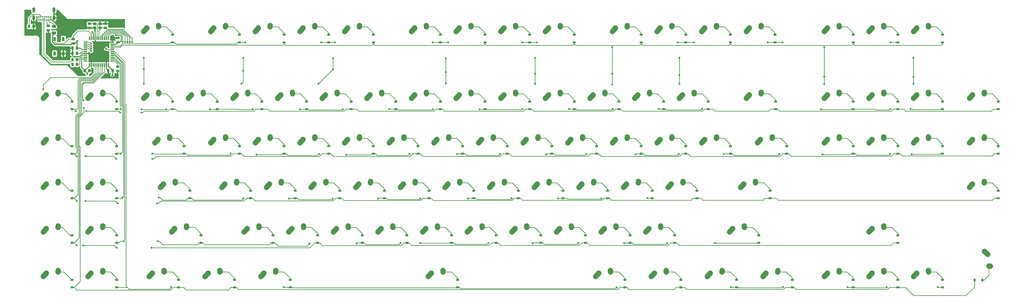
<source format=gbl>
G04 #@! TF.GenerationSoftware,KiCad,Pcbnew,(5.1.5)-3*
G04 #@! TF.CreationDate,2020-02-18T06:33:41+01:00*
G04 #@! TF.ProjectId,CustomTKL101,43757374-6f6d-4544-9b4c-3130312e6b69,rev?*
G04 #@! TF.SameCoordinates,Original*
G04 #@! TF.FileFunction,Copper,L2,Bot*
G04 #@! TF.FilePolarity,Positive*
%FSLAX46Y46*%
G04 Gerber Fmt 4.6, Leading zero omitted, Abs format (unit mm)*
G04 Created by KiCad (PCBNEW (5.1.5)-3) date 2020-02-18 06:33:41*
%MOMM*%
%LPD*%
G04 APERTURE LIST*
%ADD10C,2.250000*%
%ADD11C,2.250000*%
%ADD12R,1.500000X0.550000*%
%ADD13R,0.550000X1.500000*%
%ADD14R,1.200000X0.900000*%
%ADD15R,0.900000X1.200000*%
%ADD16C,0.100000*%
%ADD17O,1.108000X2.216000*%
%ADD18C,0.650000*%
%ADD19R,1.100000X1.800000*%
%ADD20R,1.400000X1.200000*%
%ADD21C,0.800000*%
%ADD22C,0.250000*%
%ADD23C,0.400000*%
%ADD24C,0.200000*%
%ADD25C,0.254000*%
G04 APERTURE END LIST*
D10*
X483368000Y-176062000D03*
D11*
X481908000Y-174752000D02*
X483368000Y-176062002D01*
D10*
X484448000Y-181102000D03*
D11*
X483868000Y-181062000D02*
X484448000Y-181102000D01*
D10*
X245880250Y-184087000D03*
D11*
X244570250Y-185547000D02*
X245880252Y-184087000D01*
D10*
X250920250Y-183007000D03*
D11*
X250880250Y-183587000D02*
X250920250Y-183007000D01*
D10*
X374467750Y-165037000D03*
D11*
X373157750Y-166497000D02*
X374467752Y-165037000D01*
D10*
X379507750Y-163957000D03*
D11*
X379467750Y-164537000D02*
X379507750Y-163957000D01*
D10*
X379230250Y-145987000D03*
D11*
X377920250Y-147447000D02*
X379230252Y-145987000D01*
D10*
X384270250Y-144907000D03*
D11*
X384230250Y-145487000D02*
X384270250Y-144907000D01*
D10*
X381611500Y-107887000D03*
D11*
X380301500Y-109347000D02*
X381611502Y-107887000D01*
D10*
X386651500Y-106807000D03*
D11*
X386611500Y-107387000D02*
X386651500Y-106807000D01*
D10*
X136342750Y-165037000D03*
D11*
X135032750Y-166497000D02*
X136342752Y-165037000D01*
D10*
X141382750Y-163957000D03*
D11*
X141342750Y-164537000D02*
X141382750Y-163957000D01*
D12*
X98313000Y-93408000D03*
X98313000Y-92608000D03*
X98313000Y-91808000D03*
X98313000Y-91008000D03*
X98313000Y-90208000D03*
X98313000Y-89408000D03*
X98313000Y-88608000D03*
X98313000Y-87808000D03*
X98313000Y-87008000D03*
X98313000Y-86208000D03*
X98313000Y-85408000D03*
D13*
X100013000Y-83708000D03*
X100813000Y-83708000D03*
X101613000Y-83708000D03*
X102413000Y-83708000D03*
X103213000Y-83708000D03*
X104013000Y-83708000D03*
X104813000Y-83708000D03*
X105613000Y-83708000D03*
X106413000Y-83708000D03*
X107213000Y-83708000D03*
X108013000Y-83708000D03*
D12*
X109713000Y-85408000D03*
X109713000Y-86208000D03*
X109713000Y-87008000D03*
X109713000Y-87808000D03*
X109713000Y-88608000D03*
X109713000Y-89408000D03*
X109713000Y-90208000D03*
X109713000Y-91008000D03*
X109713000Y-91808000D03*
X109713000Y-92608000D03*
X109713000Y-93408000D03*
D13*
X108013000Y-95108000D03*
X107213000Y-95108000D03*
X106413000Y-95108000D03*
X105613000Y-95108000D03*
X104813000Y-95108000D03*
X104013000Y-95108000D03*
X103213000Y-95108000D03*
X102413000Y-95108000D03*
X101613000Y-95108000D03*
X100813000Y-95108000D03*
X100013000Y-95108000D03*
D10*
X105664000Y-144907000D03*
D11*
X105624000Y-145487000D02*
X105664000Y-144907000D01*
X99314000Y-147447000D02*
X100624002Y-145987000D01*
D10*
X100624000Y-145987000D03*
X105664000Y-106807000D03*
D11*
X105624000Y-107387000D02*
X105664000Y-106807000D01*
X99314000Y-109347000D02*
X100624002Y-107887000D01*
D10*
X100624000Y-107887000D03*
X439039000Y-106807000D03*
D11*
X438999000Y-107387000D02*
X439039000Y-106807000D01*
X432689000Y-109347000D02*
X433999002Y-107887000D01*
D10*
X433999000Y-107887000D03*
X458089000Y-106807000D03*
D11*
X458049000Y-107387000D02*
X458089000Y-106807000D01*
X451739000Y-109347000D02*
X453049002Y-107887000D01*
D10*
X453049000Y-107887000D03*
X196151500Y-125857000D03*
D11*
X196111500Y-126437000D02*
X196151500Y-125857000D01*
X189801500Y-128397000D02*
X191111502Y-126937000D01*
D10*
X191111500Y-126937000D03*
X177101500Y-125857000D03*
D11*
X177061500Y-126437000D02*
X177101500Y-125857000D01*
X170751500Y-128397000D02*
X172061502Y-126937000D01*
D10*
X172061500Y-126937000D03*
X481901500Y-106807000D03*
D11*
X481861500Y-107387000D02*
X481901500Y-106807000D01*
X475551500Y-109347000D02*
X476861502Y-107887000D01*
D10*
X476861500Y-107887000D03*
X158051500Y-125857000D03*
D11*
X158011500Y-126437000D02*
X158051500Y-125857000D01*
X151701500Y-128397000D02*
X153011502Y-126937000D01*
D10*
X153011500Y-126937000D03*
X419989000Y-183007000D03*
D11*
X419949000Y-183587000D02*
X419989000Y-183007000D01*
X413639000Y-185547000D02*
X414949002Y-184087000D01*
D10*
X414949000Y-184087000D03*
X439039000Y-183007000D03*
D11*
X438999000Y-183587000D02*
X439039000Y-183007000D01*
X432689000Y-185547000D02*
X433999002Y-184087000D01*
D10*
X433999000Y-184087000D03*
X458089000Y-183007000D03*
D11*
X458049000Y-183587000D02*
X458089000Y-183007000D01*
X451739000Y-185547000D02*
X453049002Y-184087000D01*
D10*
X453049000Y-184087000D03*
X439039000Y-125857000D03*
D11*
X438999000Y-126437000D02*
X439039000Y-125857000D01*
X432689000Y-128397000D02*
X433999002Y-126937000D01*
D10*
X433999000Y-126937000D03*
X458089000Y-125857000D03*
D11*
X458049000Y-126437000D02*
X458089000Y-125857000D01*
X451739000Y-128397000D02*
X453049002Y-126937000D01*
D10*
X453049000Y-126937000D03*
X481901500Y-125857000D03*
D11*
X481861500Y-126437000D02*
X481901500Y-125857000D01*
X475551500Y-128397000D02*
X476861502Y-126937000D01*
D10*
X476861500Y-126937000D03*
X419989000Y-125857000D03*
D11*
X419949000Y-126437000D02*
X419989000Y-125857000D01*
X413639000Y-128397000D02*
X414949002Y-126937000D01*
D10*
X414949000Y-126937000D03*
X162814000Y-144907000D03*
D11*
X162774000Y-145487000D02*
X162814000Y-144907000D01*
X156464000Y-147447000D02*
X157774002Y-145987000D01*
D10*
X157774000Y-145987000D03*
X272351500Y-125857000D03*
D11*
X272311500Y-126437000D02*
X272351500Y-125857000D01*
X266001500Y-128397000D02*
X267311502Y-126937000D01*
D10*
X267311500Y-126937000D03*
X310451500Y-125857000D03*
D11*
X310411500Y-126437000D02*
X310451500Y-125857000D01*
X304101500Y-128397000D02*
X305411502Y-126937000D01*
D10*
X305411500Y-126937000D03*
X348551500Y-125857000D03*
D11*
X348511500Y-126437000D02*
X348551500Y-125857000D01*
X342201500Y-128397000D02*
X343511502Y-126937000D01*
D10*
X343511500Y-126937000D03*
X367601500Y-125857000D03*
D11*
X367561500Y-126437000D02*
X367601500Y-125857000D01*
X361251500Y-128397000D02*
X362561502Y-126937000D01*
D10*
X362561500Y-126937000D03*
X215201500Y-125857000D03*
D11*
X215161500Y-126437000D02*
X215201500Y-125857000D01*
X208851500Y-128397000D02*
X210161502Y-126937000D01*
D10*
X210161500Y-126937000D03*
X234251500Y-125857000D03*
D11*
X234211500Y-126437000D02*
X234251500Y-125857000D01*
X227901500Y-128397000D02*
X229211502Y-126937000D01*
D10*
X229211500Y-126937000D03*
X291401500Y-125857000D03*
D11*
X291361500Y-126437000D02*
X291401500Y-125857000D01*
X285051500Y-128397000D02*
X286361502Y-126937000D01*
D10*
X286361500Y-126937000D03*
X329501500Y-125857000D03*
D11*
X329461500Y-126437000D02*
X329501500Y-125857000D01*
X323151500Y-128397000D02*
X324461502Y-126937000D01*
D10*
X324461500Y-126937000D03*
X253301500Y-125857000D03*
D11*
X253261500Y-126437000D02*
X253301500Y-125857000D01*
X246951500Y-128397000D02*
X248261502Y-126937000D01*
D10*
X248261500Y-126937000D03*
X129476500Y-106807000D03*
D11*
X129436500Y-107387000D02*
X129476500Y-106807000D01*
X123126500Y-109347000D02*
X124436502Y-107887000D01*
D10*
X124436500Y-107887000D03*
X224726500Y-106807000D03*
D11*
X224686500Y-107387000D02*
X224726500Y-106807000D01*
X218376500Y-109347000D02*
X219686502Y-107887000D01*
D10*
X219686500Y-107887000D03*
X148526500Y-106807000D03*
D11*
X148486500Y-107387000D02*
X148526500Y-106807000D01*
X142176500Y-109347000D02*
X143486502Y-107887000D01*
D10*
X143486500Y-107887000D03*
X205676500Y-106807000D03*
D11*
X205636500Y-107387000D02*
X205676500Y-106807000D01*
X199326500Y-109347000D02*
X200636502Y-107887000D01*
D10*
X200636500Y-107887000D03*
X167576500Y-106807000D03*
D11*
X167536500Y-107387000D02*
X167576500Y-106807000D01*
X161226500Y-109347000D02*
X162536502Y-107887000D01*
D10*
X162536500Y-107887000D03*
X186626500Y-106807000D03*
D11*
X186586500Y-107387000D02*
X186626500Y-106807000D01*
X180276500Y-109347000D02*
X181586502Y-107887000D01*
D10*
X181586500Y-107887000D03*
X200914000Y-144907000D03*
D11*
X200874000Y-145487000D02*
X200914000Y-144907000D01*
X194564000Y-147447000D02*
X195874002Y-145987000D01*
D10*
X195874000Y-145987000D03*
X181864000Y-144907000D03*
D11*
X181824000Y-145487000D02*
X181864000Y-144907000D01*
X175514000Y-147447000D02*
X176824002Y-145987000D01*
D10*
X176824000Y-145987000D03*
X219964000Y-144907000D03*
D11*
X219924000Y-145487000D02*
X219964000Y-144907000D01*
X213614000Y-147447000D02*
X214924002Y-145987000D01*
D10*
X214924000Y-145987000D03*
X258064000Y-144907000D03*
D11*
X258024000Y-145487000D02*
X258064000Y-144907000D01*
X251714000Y-147447000D02*
X253024002Y-145987000D01*
D10*
X253024000Y-145987000D03*
X277114000Y-144907000D03*
D11*
X277074000Y-145487000D02*
X277114000Y-144907000D01*
X270764000Y-147447000D02*
X272074002Y-145987000D01*
D10*
X272074000Y-145987000D03*
X315214000Y-144907000D03*
D11*
X315174000Y-145487000D02*
X315214000Y-144907000D01*
X308864000Y-147447000D02*
X310174002Y-145987000D01*
D10*
X310174000Y-145987000D03*
X334264000Y-144907000D03*
D11*
X334224000Y-145487000D02*
X334264000Y-144907000D01*
X327914000Y-147447000D02*
X329224002Y-145987000D01*
D10*
X329224000Y-145987000D03*
X239014000Y-144907000D03*
D11*
X238974000Y-145487000D02*
X239014000Y-144907000D01*
X232664000Y-147447000D02*
X233974002Y-145987000D01*
D10*
X233974000Y-145987000D03*
X296164000Y-144907000D03*
D11*
X296124000Y-145487000D02*
X296164000Y-144907000D01*
X289814000Y-147447000D02*
X291124002Y-145987000D01*
D10*
X291124000Y-145987000D03*
X343789000Y-163957000D03*
D11*
X343749000Y-164537000D02*
X343789000Y-163957000D01*
X337439000Y-166497000D02*
X338749002Y-165037000D01*
D10*
X338749000Y-165037000D03*
X439039000Y-163957000D03*
D11*
X438999000Y-164537000D02*
X439039000Y-163957000D01*
X432689000Y-166497000D02*
X433999002Y-165037000D01*
D10*
X433999000Y-165037000D03*
X286639000Y-163957000D03*
D11*
X286599000Y-164537000D02*
X286639000Y-163957000D01*
X280289000Y-166497000D02*
X281599002Y-165037000D01*
D10*
X281599000Y-165037000D03*
X248539000Y-163957000D03*
D11*
X248499000Y-164537000D02*
X248539000Y-163957000D01*
X242189000Y-166497000D02*
X243499002Y-165037000D01*
D10*
X243499000Y-165037000D03*
X353314000Y-144907000D03*
D11*
X353274000Y-145487000D02*
X353314000Y-144907000D01*
X346964000Y-147447000D02*
X348274002Y-145987000D01*
D10*
X348274000Y-145987000D03*
X172339000Y-163957000D03*
D11*
X172299000Y-164537000D02*
X172339000Y-163957000D01*
X165989000Y-166497000D02*
X167299002Y-165037000D01*
D10*
X167299000Y-165037000D03*
X229489000Y-163957000D03*
D11*
X229449000Y-164537000D02*
X229489000Y-163957000D01*
X223139000Y-166497000D02*
X224449002Y-165037000D01*
D10*
X224449000Y-165037000D03*
X481901500Y-144907000D03*
D11*
X481861500Y-145487000D02*
X481901500Y-144907000D01*
X475551500Y-147447000D02*
X476861502Y-145987000D01*
D10*
X476861500Y-145987000D03*
X191389000Y-163957000D03*
D11*
X191349000Y-164537000D02*
X191389000Y-163957000D01*
X185039000Y-166497000D02*
X186349002Y-165037000D01*
D10*
X186349000Y-165037000D03*
X210439000Y-163957000D03*
D11*
X210399000Y-164537000D02*
X210439000Y-163957000D01*
X204089000Y-166497000D02*
X205399002Y-165037000D01*
D10*
X205399000Y-165037000D03*
X305689000Y-163957000D03*
D11*
X305649000Y-164537000D02*
X305689000Y-163957000D01*
X299339000Y-166497000D02*
X300649002Y-165037000D01*
D10*
X300649000Y-165037000D03*
X324739000Y-163957000D03*
D11*
X324699000Y-164537000D02*
X324739000Y-163957000D01*
X318389000Y-166497000D02*
X319699002Y-165037000D01*
D10*
X319699000Y-165037000D03*
X267589000Y-163957000D03*
D11*
X267549000Y-164537000D02*
X267589000Y-163957000D01*
X261239000Y-166497000D02*
X262549002Y-165037000D01*
D10*
X262549000Y-165037000D03*
X300926500Y-106807000D03*
D11*
X300886500Y-107387000D02*
X300926500Y-106807000D01*
X294576500Y-109347000D02*
X295886502Y-107887000D01*
D10*
X295886500Y-107887000D03*
X281876500Y-106807000D03*
D11*
X281836500Y-107387000D02*
X281876500Y-106807000D01*
X275526500Y-109347000D02*
X276836502Y-107887000D01*
D10*
X276836500Y-107887000D03*
X319976500Y-106807000D03*
D11*
X319936500Y-107387000D02*
X319976500Y-106807000D01*
X313626500Y-109347000D02*
X314936502Y-107887000D01*
D10*
X314936500Y-107887000D03*
X262826500Y-106807000D03*
D11*
X262786500Y-107387000D02*
X262826500Y-106807000D01*
X256476500Y-109347000D02*
X257786502Y-107887000D01*
D10*
X257786500Y-107887000D03*
X358076500Y-106807000D03*
D11*
X358036500Y-107387000D02*
X358076500Y-106807000D01*
X351726500Y-109347000D02*
X353036502Y-107887000D01*
D10*
X353036500Y-107887000D03*
X339026500Y-106807000D03*
D11*
X338986500Y-107387000D02*
X339026500Y-106807000D01*
X332676500Y-109347000D02*
X333986502Y-107887000D01*
D10*
X333986500Y-107887000D03*
X419989000Y-106807000D03*
D11*
X419949000Y-107387000D02*
X419989000Y-106807000D01*
X413639000Y-109347000D02*
X414949002Y-107887000D01*
D10*
X414949000Y-107887000D03*
X243776500Y-106807000D03*
D11*
X243736500Y-107387000D02*
X243776500Y-106807000D01*
X237426500Y-109347000D02*
X238736502Y-107887000D01*
D10*
X238736500Y-107887000D03*
D11*
X134199000Y-126437000D02*
X134239000Y-125857000D01*
D10*
X134239000Y-125857000D03*
D11*
X127889000Y-128397000D02*
X129199002Y-126937000D01*
D10*
X129199000Y-126937000D03*
D11*
X391374000Y-126437000D02*
X391414000Y-125857000D01*
D10*
X391414000Y-125857000D03*
D11*
X385064000Y-128397000D02*
X386374002Y-126937000D01*
D10*
X386374000Y-126937000D03*
D11*
X136580250Y-145487000D02*
X136620250Y-144907000D01*
D10*
X136620250Y-144907000D03*
D11*
X130270250Y-147447000D02*
X131580252Y-145987000D01*
D10*
X131580250Y-145987000D03*
D11*
X131817750Y-183587000D02*
X131857750Y-183007000D01*
D10*
X131857750Y-183007000D03*
D11*
X125507750Y-185547000D02*
X126817752Y-184087000D01*
D10*
X126817750Y-184087000D03*
D11*
X393755250Y-183587000D02*
X393795250Y-183007000D01*
D10*
X393795250Y-183007000D03*
D11*
X387445250Y-185547000D02*
X388755252Y-184087000D01*
D10*
X388755250Y-184087000D03*
D11*
X322317750Y-183587000D02*
X322357750Y-183007000D01*
D10*
X322357750Y-183007000D03*
D11*
X316007750Y-185547000D02*
X317317752Y-184087000D01*
D10*
X317317750Y-184087000D03*
D11*
X179442750Y-183587000D02*
X179482750Y-183007000D01*
D10*
X179482750Y-183007000D03*
D11*
X173132750Y-185547000D02*
X174442752Y-184087000D01*
D10*
X174442750Y-184087000D03*
D11*
X155630250Y-183587000D02*
X155670250Y-183007000D01*
D10*
X155670250Y-183007000D03*
D11*
X149320250Y-185547000D02*
X150630252Y-184087000D01*
D10*
X150630250Y-184087000D03*
D11*
X369942750Y-183587000D02*
X369982750Y-183007000D01*
D10*
X369982750Y-183007000D03*
D11*
X363632750Y-185547000D02*
X364942752Y-184087000D01*
D10*
X364942750Y-184087000D03*
D11*
X346130250Y-183587000D02*
X346170250Y-183007000D01*
D10*
X346170250Y-183007000D03*
D11*
X339820250Y-185547000D02*
X341130252Y-184087000D01*
D10*
X341130250Y-184087000D03*
X86614000Y-125857000D03*
D11*
X86574000Y-126437000D02*
X86614000Y-125857000D01*
X80264000Y-128397000D02*
X81574002Y-126937000D01*
D10*
X81574000Y-126937000D03*
X105664000Y-125857000D03*
D11*
X105624000Y-126437000D02*
X105664000Y-125857000D01*
X99314000Y-128397000D02*
X100624002Y-126937000D01*
D10*
X100624000Y-126937000D03*
X105664000Y-183007000D03*
D11*
X105624000Y-183587000D02*
X105664000Y-183007000D01*
X99314000Y-185547000D02*
X100624002Y-184087000D01*
D10*
X100624000Y-184087000D03*
X86614000Y-183007000D03*
D11*
X86574000Y-183587000D02*
X86614000Y-183007000D01*
X80264000Y-185547000D02*
X81574002Y-184087000D01*
D10*
X81574000Y-184087000D03*
X86614000Y-144907000D03*
D11*
X86574000Y-145487000D02*
X86614000Y-144907000D01*
X80264000Y-147447000D02*
X81574002Y-145987000D01*
D10*
X81574000Y-145987000D03*
X86614000Y-106807000D03*
D11*
X86574000Y-107387000D02*
X86614000Y-106807000D01*
X80264000Y-109347000D02*
X81574002Y-107887000D01*
D10*
X81574000Y-107887000D03*
X105664000Y-163957000D03*
D11*
X105624000Y-164537000D02*
X105664000Y-163957000D01*
X99314000Y-166497000D02*
X100624002Y-165037000D01*
D10*
X100624000Y-165037000D03*
X86614000Y-163957000D03*
D11*
X86574000Y-164537000D02*
X86614000Y-163957000D01*
X80264000Y-166497000D02*
X81574002Y-165037000D01*
D10*
X81574000Y-165037000D03*
D14*
X92599000Y-129787000D03*
X92599000Y-133087000D03*
X445024000Y-110737000D03*
X445024000Y-114037000D03*
X111649000Y-129787000D03*
X111649000Y-133087000D03*
X487886500Y-110737000D03*
X487886500Y-114037000D03*
X140430250Y-129787000D03*
X140430250Y-133087000D03*
X164036500Y-129787000D03*
X164036500Y-133087000D03*
X183086500Y-129787000D03*
X183086500Y-133087000D03*
X202136500Y-129787000D03*
X202136500Y-133087000D03*
X464074000Y-110737000D03*
X464074000Y-114037000D03*
X92599000Y-186937000D03*
X92599000Y-190237000D03*
X185674000Y-186937000D03*
X185674000Y-190237000D03*
X111649000Y-186937000D03*
X111649000Y-190237000D03*
X161861500Y-186937000D03*
X161861500Y-190237000D03*
X376174000Y-186937000D03*
X376174000Y-190237000D03*
X464074000Y-186937000D03*
X464074000Y-190237000D03*
X328549000Y-186937000D03*
X328549000Y-190237000D03*
X399986500Y-186937000D03*
X399986500Y-190237000D03*
X425974000Y-186937000D03*
X425974000Y-190237000D03*
X445024000Y-186937000D03*
X445024000Y-190237000D03*
X138049000Y-186937000D03*
X138049000Y-190237000D03*
X352361500Y-186937000D03*
X352361500Y-190237000D03*
X257111500Y-186937000D03*
X257111500Y-190237000D03*
D15*
X481075000Y-187071000D03*
X477775000Y-187071000D03*
D14*
X487886500Y-129787000D03*
X487886500Y-133087000D03*
X168799000Y-148837000D03*
X168799000Y-152137000D03*
X92599000Y-148837000D03*
X92599000Y-152137000D03*
X425974000Y-129787000D03*
X425974000Y-133087000D03*
X464074000Y-129787000D03*
X464074000Y-133087000D03*
X397605250Y-129787000D03*
X397605250Y-133087000D03*
X445024000Y-129787000D03*
X445024000Y-133087000D03*
X111649000Y-148837000D03*
X111649000Y-152137000D03*
X142811500Y-148837000D03*
X142811500Y-152137000D03*
X316436500Y-129787000D03*
X316436500Y-133087000D03*
X354536500Y-129787000D03*
X354536500Y-133087000D03*
X373586500Y-129787000D03*
X373586500Y-133087000D03*
X335486500Y-129787000D03*
X335486500Y-133087000D03*
X297386500Y-129787000D03*
X297386500Y-133087000D03*
X240236500Y-129787000D03*
X240236500Y-133087000D03*
X278336500Y-129787000D03*
X278336500Y-133087000D03*
X221186500Y-129787000D03*
X221186500Y-133087000D03*
X259286500Y-129787000D03*
X259286500Y-133087000D03*
X111649000Y-110737000D03*
X111649000Y-114037000D03*
X173561500Y-110737000D03*
X173561500Y-114037000D03*
X230711500Y-110737000D03*
X230711500Y-114037000D03*
X92599000Y-110737000D03*
X92599000Y-114037000D03*
X154511500Y-110737000D03*
X154511500Y-114037000D03*
X192611500Y-110737000D03*
X192611500Y-114037000D03*
X211661500Y-110737000D03*
X211661500Y-114037000D03*
X135461500Y-110737000D03*
X135461500Y-114037000D03*
X206899000Y-148837000D03*
X206899000Y-152137000D03*
X225949000Y-148837000D03*
X225949000Y-152137000D03*
X283099000Y-148837000D03*
X283099000Y-152137000D03*
X302149000Y-148837000D03*
X302149000Y-152137000D03*
X264049000Y-148837000D03*
X264049000Y-152137000D03*
X321199000Y-148837000D03*
X321199000Y-152137000D03*
X340249000Y-148837000D03*
X340249000Y-152137000D03*
X187849000Y-148837000D03*
X187849000Y-152137000D03*
X244999000Y-148837000D03*
X244999000Y-152137000D03*
X349774000Y-167887000D03*
X349774000Y-171187000D03*
X292624000Y-167887000D03*
X292624000Y-171187000D03*
X273574000Y-167887000D03*
X273574000Y-171187000D03*
X197374000Y-167887000D03*
X197374000Y-171187000D03*
X385699000Y-167887000D03*
X385699000Y-171187000D03*
X390461500Y-148837000D03*
X390461500Y-152137000D03*
X235474000Y-167887000D03*
X235474000Y-171187000D03*
X311674000Y-167887000D03*
X311674000Y-171187000D03*
X445024000Y-167887000D03*
X445024000Y-171187000D03*
X111649000Y-167887000D03*
X111649000Y-171187000D03*
X178324000Y-167887000D03*
X178324000Y-171187000D03*
X487886500Y-148837000D03*
X487886500Y-152137000D03*
X359299000Y-148837000D03*
X359299000Y-152137000D03*
X216424000Y-167887000D03*
X216424000Y-171187000D03*
X92599000Y-167887000D03*
X92599000Y-171187000D03*
X254524000Y-167887000D03*
X254524000Y-171187000D03*
X147574000Y-167887000D03*
X147574000Y-171187000D03*
X330724000Y-167887000D03*
X330724000Y-171187000D03*
X268811500Y-110737000D03*
X268811500Y-114037000D03*
X249761500Y-110737000D03*
X249761500Y-114037000D03*
X345011500Y-110737000D03*
X345011500Y-114037000D03*
X392842750Y-110737000D03*
X392842750Y-114037000D03*
X287861500Y-110737000D03*
X287861500Y-114037000D03*
X364061500Y-110737000D03*
X364061500Y-114037000D03*
X325961500Y-110737000D03*
X325961500Y-114037000D03*
X306911500Y-110737000D03*
X306911500Y-114037000D03*
X425974000Y-110737000D03*
X425974000Y-114037000D03*
D10*
X129476500Y-78232000D03*
D11*
X129436500Y-78812000D02*
X129476500Y-78232000D01*
X123126500Y-80772000D02*
X124436502Y-79312000D01*
D10*
X124436500Y-79312000D03*
D14*
X135461500Y-82162000D03*
X135461500Y-85462000D03*
D10*
X158051500Y-78232000D03*
D11*
X158011500Y-78812000D02*
X158051500Y-78232000D01*
X151701500Y-80772000D02*
X153011502Y-79312000D01*
D10*
X153011500Y-79312000D03*
D14*
X164036500Y-82162000D03*
X164036500Y-85462000D03*
D10*
X177101500Y-78232000D03*
D11*
X177061500Y-78812000D02*
X177101500Y-78232000D01*
X170751500Y-80772000D02*
X172061502Y-79312000D01*
D10*
X172061500Y-79312000D03*
D14*
X183086500Y-82162000D03*
X183086500Y-85462000D03*
D10*
X196151500Y-78232000D03*
D11*
X196111500Y-78812000D02*
X196151500Y-78232000D01*
X189801500Y-80772000D02*
X191111502Y-79312000D01*
D10*
X191111500Y-79312000D03*
D14*
X202136500Y-82162000D03*
X202136500Y-85462000D03*
D10*
X215201500Y-78232000D03*
D11*
X215161500Y-78812000D02*
X215201500Y-78232000D01*
X208851500Y-80772000D02*
X210161502Y-79312000D01*
D10*
X210161500Y-79312000D03*
D14*
X221186500Y-82162000D03*
X221186500Y-85462000D03*
D10*
X243776500Y-78232000D03*
D11*
X243736500Y-78812000D02*
X243776500Y-78232000D01*
X237426500Y-80772000D02*
X238736502Y-79312000D01*
D10*
X238736500Y-79312000D03*
D14*
X249761500Y-82162000D03*
X249761500Y-85462000D03*
D10*
X262826500Y-78232000D03*
D11*
X262786500Y-78812000D02*
X262826500Y-78232000D01*
X256476500Y-80772000D02*
X257786502Y-79312000D01*
D10*
X257786500Y-79312000D03*
D14*
X268811500Y-82162000D03*
X268811500Y-85462000D03*
D10*
X281876500Y-78232000D03*
D11*
X281836500Y-78812000D02*
X281876500Y-78232000D01*
X275526500Y-80772000D02*
X276836502Y-79312000D01*
D10*
X276836500Y-79312000D03*
D14*
X287861500Y-82162000D03*
X287861500Y-85462000D03*
D10*
X300926500Y-78232000D03*
D11*
X300886500Y-78812000D02*
X300926500Y-78232000D01*
X294576500Y-80772000D02*
X295886502Y-79312000D01*
D10*
X295886500Y-79312000D03*
D14*
X306911500Y-82162000D03*
X306911500Y-85462000D03*
D10*
X329501500Y-78232000D03*
D11*
X329461500Y-78812000D02*
X329501500Y-78232000D01*
X323151500Y-80772000D02*
X324461502Y-79312000D01*
D10*
X324461500Y-79312000D03*
D14*
X335486500Y-82162000D03*
X335486500Y-85462000D03*
D10*
X348551500Y-78232000D03*
D11*
X348511500Y-78812000D02*
X348551500Y-78232000D01*
X342201500Y-80772000D02*
X343511502Y-79312000D01*
D10*
X343511500Y-79312000D03*
D14*
X354536500Y-82162000D03*
X354536500Y-85462000D03*
D10*
X367601500Y-78232000D03*
D11*
X367561500Y-78812000D02*
X367601500Y-78232000D01*
X361251500Y-80772000D02*
X362561502Y-79312000D01*
D10*
X362561500Y-79312000D03*
D14*
X373586500Y-82162000D03*
X373586500Y-85462000D03*
D10*
X386651500Y-78232000D03*
D11*
X386611500Y-78812000D02*
X386651500Y-78232000D01*
X380301500Y-80772000D02*
X381611502Y-79312000D01*
D10*
X381611500Y-79312000D03*
D14*
X392636500Y-82162000D03*
X392636500Y-85462000D03*
D10*
X419989000Y-78232000D03*
D11*
X419949000Y-78812000D02*
X419989000Y-78232000D01*
X413639000Y-80772000D02*
X414949002Y-79312000D01*
D10*
X414949000Y-79312000D03*
D14*
X425974000Y-82162000D03*
X425974000Y-85462000D03*
D10*
X439039000Y-78232000D03*
D11*
X438999000Y-78812000D02*
X439039000Y-78232000D01*
X432689000Y-80772000D02*
X433999002Y-79312000D01*
D10*
X433999000Y-79312000D03*
D14*
X445024000Y-82162000D03*
X445024000Y-85462000D03*
D10*
X458089000Y-78232000D03*
D11*
X458049000Y-78812000D02*
X458089000Y-78232000D01*
X451739000Y-80772000D02*
X453049002Y-79312000D01*
D10*
X453049000Y-79312000D03*
D14*
X464074000Y-82162000D03*
X464074000Y-85462000D03*
G04 #@! TA.AperFunction,SMDPad,CuDef*
D16*
G36*
X93571142Y-83539174D02*
G01*
X93594803Y-83542684D01*
X93618007Y-83548496D01*
X93640529Y-83556554D01*
X93662153Y-83566782D01*
X93682670Y-83579079D01*
X93701883Y-83593329D01*
X93719607Y-83609393D01*
X93735671Y-83627117D01*
X93749921Y-83646330D01*
X93762218Y-83666847D01*
X93772446Y-83688471D01*
X93780504Y-83710993D01*
X93786316Y-83734197D01*
X93789826Y-83757858D01*
X93791000Y-83781750D01*
X93791000Y-84269250D01*
X93789826Y-84293142D01*
X93786316Y-84316803D01*
X93780504Y-84340007D01*
X93772446Y-84362529D01*
X93762218Y-84384153D01*
X93749921Y-84404670D01*
X93735671Y-84423883D01*
X93719607Y-84441607D01*
X93701883Y-84457671D01*
X93682670Y-84471921D01*
X93662153Y-84484218D01*
X93640529Y-84494446D01*
X93618007Y-84502504D01*
X93594803Y-84508316D01*
X93571142Y-84511826D01*
X93547250Y-84513000D01*
X92634750Y-84513000D01*
X92610858Y-84511826D01*
X92587197Y-84508316D01*
X92563993Y-84502504D01*
X92541471Y-84494446D01*
X92519847Y-84484218D01*
X92499330Y-84471921D01*
X92480117Y-84457671D01*
X92462393Y-84441607D01*
X92446329Y-84423883D01*
X92432079Y-84404670D01*
X92419782Y-84384153D01*
X92409554Y-84362529D01*
X92401496Y-84340007D01*
X92395684Y-84316803D01*
X92392174Y-84293142D01*
X92391000Y-84269250D01*
X92391000Y-83781750D01*
X92392174Y-83757858D01*
X92395684Y-83734197D01*
X92401496Y-83710993D01*
X92409554Y-83688471D01*
X92419782Y-83666847D01*
X92432079Y-83646330D01*
X92446329Y-83627117D01*
X92462393Y-83609393D01*
X92480117Y-83593329D01*
X92499330Y-83579079D01*
X92519847Y-83566782D01*
X92541471Y-83556554D01*
X92563993Y-83548496D01*
X92587197Y-83542684D01*
X92610858Y-83539174D01*
X92634750Y-83538000D01*
X93547250Y-83538000D01*
X93571142Y-83539174D01*
G37*
G04 #@! TD.AperFunction*
G04 #@! TA.AperFunction,SMDPad,CuDef*
G36*
X93571142Y-85414174D02*
G01*
X93594803Y-85417684D01*
X93618007Y-85423496D01*
X93640529Y-85431554D01*
X93662153Y-85441782D01*
X93682670Y-85454079D01*
X93701883Y-85468329D01*
X93719607Y-85484393D01*
X93735671Y-85502117D01*
X93749921Y-85521330D01*
X93762218Y-85541847D01*
X93772446Y-85563471D01*
X93780504Y-85585993D01*
X93786316Y-85609197D01*
X93789826Y-85632858D01*
X93791000Y-85656750D01*
X93791000Y-86144250D01*
X93789826Y-86168142D01*
X93786316Y-86191803D01*
X93780504Y-86215007D01*
X93772446Y-86237529D01*
X93762218Y-86259153D01*
X93749921Y-86279670D01*
X93735671Y-86298883D01*
X93719607Y-86316607D01*
X93701883Y-86332671D01*
X93682670Y-86346921D01*
X93662153Y-86359218D01*
X93640529Y-86369446D01*
X93618007Y-86377504D01*
X93594803Y-86383316D01*
X93571142Y-86386826D01*
X93547250Y-86388000D01*
X92634750Y-86388000D01*
X92610858Y-86386826D01*
X92587197Y-86383316D01*
X92563993Y-86377504D01*
X92541471Y-86369446D01*
X92519847Y-86359218D01*
X92499330Y-86346921D01*
X92480117Y-86332671D01*
X92462393Y-86316607D01*
X92446329Y-86298883D01*
X92432079Y-86279670D01*
X92419782Y-86259153D01*
X92409554Y-86237529D01*
X92401496Y-86215007D01*
X92395684Y-86191803D01*
X92392174Y-86168142D01*
X92391000Y-86144250D01*
X92391000Y-85656750D01*
X92392174Y-85632858D01*
X92395684Y-85609197D01*
X92401496Y-85585993D01*
X92409554Y-85563471D01*
X92419782Y-85541847D01*
X92432079Y-85521330D01*
X92446329Y-85502117D01*
X92462393Y-85484393D01*
X92480117Y-85468329D01*
X92499330Y-85454079D01*
X92519847Y-85441782D01*
X92541471Y-85431554D01*
X92563993Y-85423496D01*
X92587197Y-85417684D01*
X92610858Y-85414174D01*
X92634750Y-85413000D01*
X93547250Y-85413000D01*
X93571142Y-85414174D01*
G37*
G04 #@! TD.AperFunction*
D17*
X84843000Y-71547000D03*
X76193000Y-71547000D03*
X76193000Y-74927000D03*
X84843000Y-74927000D03*
D18*
X83493000Y-74557000D03*
X82643000Y-74557000D03*
X81793000Y-74557000D03*
X80943000Y-74557000D03*
X80093000Y-74557000D03*
X79243000Y-74557000D03*
X78393000Y-74557000D03*
X77543000Y-74557000D03*
X77543000Y-75907000D03*
X78393000Y-75907000D03*
X79243000Y-75907000D03*
X80093000Y-75907000D03*
X80943000Y-75907000D03*
X81793000Y-75907000D03*
X82643000Y-75907000D03*
X83493000Y-75907000D03*
D19*
X88845000Y-90222000D03*
X85145000Y-84022000D03*
X85145000Y-90222000D03*
X88845000Y-84022000D03*
D20*
X104478000Y-77509000D03*
X102278000Y-77509000D03*
X102278000Y-79209000D03*
X104478000Y-79209000D03*
G04 #@! TA.AperFunction,SMDPad,CuDef*
D16*
G36*
X112494142Y-95350174D02*
G01*
X112517803Y-95353684D01*
X112541007Y-95359496D01*
X112563529Y-95367554D01*
X112585153Y-95377782D01*
X112605670Y-95390079D01*
X112624883Y-95404329D01*
X112642607Y-95420393D01*
X112658671Y-95438117D01*
X112672921Y-95457330D01*
X112685218Y-95477847D01*
X112695446Y-95499471D01*
X112703504Y-95521993D01*
X112709316Y-95545197D01*
X112712826Y-95568858D01*
X112714000Y-95592750D01*
X112714000Y-96080250D01*
X112712826Y-96104142D01*
X112709316Y-96127803D01*
X112703504Y-96151007D01*
X112695446Y-96173529D01*
X112685218Y-96195153D01*
X112672921Y-96215670D01*
X112658671Y-96234883D01*
X112642607Y-96252607D01*
X112624883Y-96268671D01*
X112605670Y-96282921D01*
X112585153Y-96295218D01*
X112563529Y-96305446D01*
X112541007Y-96313504D01*
X112517803Y-96319316D01*
X112494142Y-96322826D01*
X112470250Y-96324000D01*
X111557750Y-96324000D01*
X111533858Y-96322826D01*
X111510197Y-96319316D01*
X111486993Y-96313504D01*
X111464471Y-96305446D01*
X111442847Y-96295218D01*
X111422330Y-96282921D01*
X111403117Y-96268671D01*
X111385393Y-96252607D01*
X111369329Y-96234883D01*
X111355079Y-96215670D01*
X111342782Y-96195153D01*
X111332554Y-96173529D01*
X111324496Y-96151007D01*
X111318684Y-96127803D01*
X111315174Y-96104142D01*
X111314000Y-96080250D01*
X111314000Y-95592750D01*
X111315174Y-95568858D01*
X111318684Y-95545197D01*
X111324496Y-95521993D01*
X111332554Y-95499471D01*
X111342782Y-95477847D01*
X111355079Y-95457330D01*
X111369329Y-95438117D01*
X111385393Y-95420393D01*
X111403117Y-95404329D01*
X111422330Y-95390079D01*
X111442847Y-95377782D01*
X111464471Y-95367554D01*
X111486993Y-95359496D01*
X111510197Y-95353684D01*
X111533858Y-95350174D01*
X111557750Y-95349000D01*
X112470250Y-95349000D01*
X112494142Y-95350174D01*
G37*
G04 #@! TD.AperFunction*
G04 #@! TA.AperFunction,SMDPad,CuDef*
G36*
X112494142Y-97225174D02*
G01*
X112517803Y-97228684D01*
X112541007Y-97234496D01*
X112563529Y-97242554D01*
X112585153Y-97252782D01*
X112605670Y-97265079D01*
X112624883Y-97279329D01*
X112642607Y-97295393D01*
X112658671Y-97313117D01*
X112672921Y-97332330D01*
X112685218Y-97352847D01*
X112695446Y-97374471D01*
X112703504Y-97396993D01*
X112709316Y-97420197D01*
X112712826Y-97443858D01*
X112714000Y-97467750D01*
X112714000Y-97955250D01*
X112712826Y-97979142D01*
X112709316Y-98002803D01*
X112703504Y-98026007D01*
X112695446Y-98048529D01*
X112685218Y-98070153D01*
X112672921Y-98090670D01*
X112658671Y-98109883D01*
X112642607Y-98127607D01*
X112624883Y-98143671D01*
X112605670Y-98157921D01*
X112585153Y-98170218D01*
X112563529Y-98180446D01*
X112541007Y-98188504D01*
X112517803Y-98194316D01*
X112494142Y-98197826D01*
X112470250Y-98199000D01*
X111557750Y-98199000D01*
X111533858Y-98197826D01*
X111510197Y-98194316D01*
X111486993Y-98188504D01*
X111464471Y-98180446D01*
X111442847Y-98170218D01*
X111422330Y-98157921D01*
X111403117Y-98143671D01*
X111385393Y-98127607D01*
X111369329Y-98109883D01*
X111355079Y-98090670D01*
X111342782Y-98070153D01*
X111332554Y-98048529D01*
X111324496Y-98026007D01*
X111318684Y-98002803D01*
X111315174Y-97979142D01*
X111314000Y-97955250D01*
X111314000Y-97467750D01*
X111315174Y-97443858D01*
X111318684Y-97420197D01*
X111324496Y-97396993D01*
X111332554Y-97374471D01*
X111342782Y-97352847D01*
X111355079Y-97332330D01*
X111369329Y-97313117D01*
X111385393Y-97295393D01*
X111403117Y-97279329D01*
X111422330Y-97265079D01*
X111442847Y-97252782D01*
X111464471Y-97242554D01*
X111486993Y-97234496D01*
X111510197Y-97228684D01*
X111533858Y-97225174D01*
X111557750Y-97224000D01*
X112470250Y-97224000D01*
X112494142Y-97225174D01*
G37*
G04 #@! TD.AperFunction*
G04 #@! TA.AperFunction,SMDPad,CuDef*
G36*
X93056142Y-94170174D02*
G01*
X93079803Y-94173684D01*
X93103007Y-94179496D01*
X93125529Y-94187554D01*
X93147153Y-94197782D01*
X93167670Y-94210079D01*
X93186883Y-94224329D01*
X93204607Y-94240393D01*
X93220671Y-94258117D01*
X93234921Y-94277330D01*
X93247218Y-94297847D01*
X93257446Y-94319471D01*
X93265504Y-94341993D01*
X93271316Y-94365197D01*
X93274826Y-94388858D01*
X93276000Y-94412750D01*
X93276000Y-95325250D01*
X93274826Y-95349142D01*
X93271316Y-95372803D01*
X93265504Y-95396007D01*
X93257446Y-95418529D01*
X93247218Y-95440153D01*
X93234921Y-95460670D01*
X93220671Y-95479883D01*
X93204607Y-95497607D01*
X93186883Y-95513671D01*
X93167670Y-95527921D01*
X93147153Y-95540218D01*
X93125529Y-95550446D01*
X93103007Y-95558504D01*
X93079803Y-95564316D01*
X93056142Y-95567826D01*
X93032250Y-95569000D01*
X92544750Y-95569000D01*
X92520858Y-95567826D01*
X92497197Y-95564316D01*
X92473993Y-95558504D01*
X92451471Y-95550446D01*
X92429847Y-95540218D01*
X92409330Y-95527921D01*
X92390117Y-95513671D01*
X92372393Y-95497607D01*
X92356329Y-95479883D01*
X92342079Y-95460670D01*
X92329782Y-95440153D01*
X92319554Y-95418529D01*
X92311496Y-95396007D01*
X92305684Y-95372803D01*
X92302174Y-95349142D01*
X92301000Y-95325250D01*
X92301000Y-94412750D01*
X92302174Y-94388858D01*
X92305684Y-94365197D01*
X92311496Y-94341993D01*
X92319554Y-94319471D01*
X92329782Y-94297847D01*
X92342079Y-94277330D01*
X92356329Y-94258117D01*
X92372393Y-94240393D01*
X92390117Y-94224329D01*
X92409330Y-94210079D01*
X92429847Y-94197782D01*
X92451471Y-94187554D01*
X92473993Y-94179496D01*
X92497197Y-94173684D01*
X92520858Y-94170174D01*
X92544750Y-94169000D01*
X93032250Y-94169000D01*
X93056142Y-94170174D01*
G37*
G04 #@! TD.AperFunction*
G04 #@! TA.AperFunction,SMDPad,CuDef*
G36*
X94931142Y-94170174D02*
G01*
X94954803Y-94173684D01*
X94978007Y-94179496D01*
X95000529Y-94187554D01*
X95022153Y-94197782D01*
X95042670Y-94210079D01*
X95061883Y-94224329D01*
X95079607Y-94240393D01*
X95095671Y-94258117D01*
X95109921Y-94277330D01*
X95122218Y-94297847D01*
X95132446Y-94319471D01*
X95140504Y-94341993D01*
X95146316Y-94365197D01*
X95149826Y-94388858D01*
X95151000Y-94412750D01*
X95151000Y-95325250D01*
X95149826Y-95349142D01*
X95146316Y-95372803D01*
X95140504Y-95396007D01*
X95132446Y-95418529D01*
X95122218Y-95440153D01*
X95109921Y-95460670D01*
X95095671Y-95479883D01*
X95079607Y-95497607D01*
X95061883Y-95513671D01*
X95042670Y-95527921D01*
X95022153Y-95540218D01*
X95000529Y-95550446D01*
X94978007Y-95558504D01*
X94954803Y-95564316D01*
X94931142Y-95567826D01*
X94907250Y-95569000D01*
X94419750Y-95569000D01*
X94395858Y-95567826D01*
X94372197Y-95564316D01*
X94348993Y-95558504D01*
X94326471Y-95550446D01*
X94304847Y-95540218D01*
X94284330Y-95527921D01*
X94265117Y-95513671D01*
X94247393Y-95497607D01*
X94231329Y-95479883D01*
X94217079Y-95460670D01*
X94204782Y-95440153D01*
X94194554Y-95418529D01*
X94186496Y-95396007D01*
X94180684Y-95372803D01*
X94177174Y-95349142D01*
X94176000Y-95325250D01*
X94176000Y-94412750D01*
X94177174Y-94388858D01*
X94180684Y-94365197D01*
X94186496Y-94341993D01*
X94194554Y-94319471D01*
X94204782Y-94297847D01*
X94217079Y-94277330D01*
X94231329Y-94258117D01*
X94247393Y-94240393D01*
X94265117Y-94224329D01*
X94284330Y-94210079D01*
X94304847Y-94197782D01*
X94326471Y-94187554D01*
X94348993Y-94179496D01*
X94372197Y-94173684D01*
X94395858Y-94170174D01*
X94419750Y-94169000D01*
X94907250Y-94169000D01*
X94931142Y-94170174D01*
G37*
G04 #@! TD.AperFunction*
G04 #@! TA.AperFunction,SMDPad,CuDef*
G36*
X93056142Y-92138174D02*
G01*
X93079803Y-92141684D01*
X93103007Y-92147496D01*
X93125529Y-92155554D01*
X93147153Y-92165782D01*
X93167670Y-92178079D01*
X93186883Y-92192329D01*
X93204607Y-92208393D01*
X93220671Y-92226117D01*
X93234921Y-92245330D01*
X93247218Y-92265847D01*
X93257446Y-92287471D01*
X93265504Y-92309993D01*
X93271316Y-92333197D01*
X93274826Y-92356858D01*
X93276000Y-92380750D01*
X93276000Y-93293250D01*
X93274826Y-93317142D01*
X93271316Y-93340803D01*
X93265504Y-93364007D01*
X93257446Y-93386529D01*
X93247218Y-93408153D01*
X93234921Y-93428670D01*
X93220671Y-93447883D01*
X93204607Y-93465607D01*
X93186883Y-93481671D01*
X93167670Y-93495921D01*
X93147153Y-93508218D01*
X93125529Y-93518446D01*
X93103007Y-93526504D01*
X93079803Y-93532316D01*
X93056142Y-93535826D01*
X93032250Y-93537000D01*
X92544750Y-93537000D01*
X92520858Y-93535826D01*
X92497197Y-93532316D01*
X92473993Y-93526504D01*
X92451471Y-93518446D01*
X92429847Y-93508218D01*
X92409330Y-93495921D01*
X92390117Y-93481671D01*
X92372393Y-93465607D01*
X92356329Y-93447883D01*
X92342079Y-93428670D01*
X92329782Y-93408153D01*
X92319554Y-93386529D01*
X92311496Y-93364007D01*
X92305684Y-93340803D01*
X92302174Y-93317142D01*
X92301000Y-93293250D01*
X92301000Y-92380750D01*
X92302174Y-92356858D01*
X92305684Y-92333197D01*
X92311496Y-92309993D01*
X92319554Y-92287471D01*
X92329782Y-92265847D01*
X92342079Y-92245330D01*
X92356329Y-92226117D01*
X92372393Y-92208393D01*
X92390117Y-92192329D01*
X92409330Y-92178079D01*
X92429847Y-92165782D01*
X92451471Y-92155554D01*
X92473993Y-92147496D01*
X92497197Y-92141684D01*
X92520858Y-92138174D01*
X92544750Y-92137000D01*
X93032250Y-92137000D01*
X93056142Y-92138174D01*
G37*
G04 #@! TD.AperFunction*
G04 #@! TA.AperFunction,SMDPad,CuDef*
G36*
X94931142Y-92138174D02*
G01*
X94954803Y-92141684D01*
X94978007Y-92147496D01*
X95000529Y-92155554D01*
X95022153Y-92165782D01*
X95042670Y-92178079D01*
X95061883Y-92192329D01*
X95079607Y-92208393D01*
X95095671Y-92226117D01*
X95109921Y-92245330D01*
X95122218Y-92265847D01*
X95132446Y-92287471D01*
X95140504Y-92309993D01*
X95146316Y-92333197D01*
X95149826Y-92356858D01*
X95151000Y-92380750D01*
X95151000Y-93293250D01*
X95149826Y-93317142D01*
X95146316Y-93340803D01*
X95140504Y-93364007D01*
X95132446Y-93386529D01*
X95122218Y-93408153D01*
X95109921Y-93428670D01*
X95095671Y-93447883D01*
X95079607Y-93465607D01*
X95061883Y-93481671D01*
X95042670Y-93495921D01*
X95022153Y-93508218D01*
X95000529Y-93518446D01*
X94978007Y-93526504D01*
X94954803Y-93532316D01*
X94931142Y-93535826D01*
X94907250Y-93537000D01*
X94419750Y-93537000D01*
X94395858Y-93535826D01*
X94372197Y-93532316D01*
X94348993Y-93526504D01*
X94326471Y-93518446D01*
X94304847Y-93508218D01*
X94284330Y-93495921D01*
X94265117Y-93481671D01*
X94247393Y-93465607D01*
X94231329Y-93447883D01*
X94217079Y-93428670D01*
X94204782Y-93408153D01*
X94194554Y-93386529D01*
X94186496Y-93364007D01*
X94180684Y-93340803D01*
X94177174Y-93317142D01*
X94176000Y-93293250D01*
X94176000Y-92380750D01*
X94177174Y-92356858D01*
X94180684Y-92333197D01*
X94186496Y-92309993D01*
X94194554Y-92287471D01*
X94204782Y-92265847D01*
X94217079Y-92245330D01*
X94231329Y-92226117D01*
X94247393Y-92208393D01*
X94265117Y-92192329D01*
X94284330Y-92178079D01*
X94304847Y-92165782D01*
X94326471Y-92155554D01*
X94348993Y-92147496D01*
X94372197Y-92141684D01*
X94395858Y-92138174D01*
X94419750Y-92137000D01*
X94907250Y-92137000D01*
X94931142Y-92138174D01*
G37*
G04 #@! TD.AperFunction*
G04 #@! TA.AperFunction,SMDPad,CuDef*
G36*
X76389142Y-77914174D02*
G01*
X76412803Y-77917684D01*
X76436007Y-77923496D01*
X76458529Y-77931554D01*
X76480153Y-77941782D01*
X76500670Y-77954079D01*
X76519883Y-77968329D01*
X76537607Y-77984393D01*
X76553671Y-78002117D01*
X76567921Y-78021330D01*
X76580218Y-78041847D01*
X76590446Y-78063471D01*
X76598504Y-78085993D01*
X76604316Y-78109197D01*
X76607826Y-78132858D01*
X76609000Y-78156750D01*
X76609000Y-79069250D01*
X76607826Y-79093142D01*
X76604316Y-79116803D01*
X76598504Y-79140007D01*
X76590446Y-79162529D01*
X76580218Y-79184153D01*
X76567921Y-79204670D01*
X76553671Y-79223883D01*
X76537607Y-79241607D01*
X76519883Y-79257671D01*
X76500670Y-79271921D01*
X76480153Y-79284218D01*
X76458529Y-79294446D01*
X76436007Y-79302504D01*
X76412803Y-79308316D01*
X76389142Y-79311826D01*
X76365250Y-79313000D01*
X75877750Y-79313000D01*
X75853858Y-79311826D01*
X75830197Y-79308316D01*
X75806993Y-79302504D01*
X75784471Y-79294446D01*
X75762847Y-79284218D01*
X75742330Y-79271921D01*
X75723117Y-79257671D01*
X75705393Y-79241607D01*
X75689329Y-79223883D01*
X75675079Y-79204670D01*
X75662782Y-79184153D01*
X75652554Y-79162529D01*
X75644496Y-79140007D01*
X75638684Y-79116803D01*
X75635174Y-79093142D01*
X75634000Y-79069250D01*
X75634000Y-78156750D01*
X75635174Y-78132858D01*
X75638684Y-78109197D01*
X75644496Y-78085993D01*
X75652554Y-78063471D01*
X75662782Y-78041847D01*
X75675079Y-78021330D01*
X75689329Y-78002117D01*
X75705393Y-77984393D01*
X75723117Y-77968329D01*
X75742330Y-77954079D01*
X75762847Y-77941782D01*
X75784471Y-77931554D01*
X75806993Y-77923496D01*
X75830197Y-77917684D01*
X75853858Y-77914174D01*
X75877750Y-77913000D01*
X76365250Y-77913000D01*
X76389142Y-77914174D01*
G37*
G04 #@! TD.AperFunction*
G04 #@! TA.AperFunction,SMDPad,CuDef*
G36*
X74514142Y-77914174D02*
G01*
X74537803Y-77917684D01*
X74561007Y-77923496D01*
X74583529Y-77931554D01*
X74605153Y-77941782D01*
X74625670Y-77954079D01*
X74644883Y-77968329D01*
X74662607Y-77984393D01*
X74678671Y-78002117D01*
X74692921Y-78021330D01*
X74705218Y-78041847D01*
X74715446Y-78063471D01*
X74723504Y-78085993D01*
X74729316Y-78109197D01*
X74732826Y-78132858D01*
X74734000Y-78156750D01*
X74734000Y-79069250D01*
X74732826Y-79093142D01*
X74729316Y-79116803D01*
X74723504Y-79140007D01*
X74715446Y-79162529D01*
X74705218Y-79184153D01*
X74692921Y-79204670D01*
X74678671Y-79223883D01*
X74662607Y-79241607D01*
X74644883Y-79257671D01*
X74625670Y-79271921D01*
X74605153Y-79284218D01*
X74583529Y-79294446D01*
X74561007Y-79302504D01*
X74537803Y-79308316D01*
X74514142Y-79311826D01*
X74490250Y-79313000D01*
X74002750Y-79313000D01*
X73978858Y-79311826D01*
X73955197Y-79308316D01*
X73931993Y-79302504D01*
X73909471Y-79294446D01*
X73887847Y-79284218D01*
X73867330Y-79271921D01*
X73848117Y-79257671D01*
X73830393Y-79241607D01*
X73814329Y-79223883D01*
X73800079Y-79204670D01*
X73787782Y-79184153D01*
X73777554Y-79162529D01*
X73769496Y-79140007D01*
X73763684Y-79116803D01*
X73760174Y-79093142D01*
X73759000Y-79069250D01*
X73759000Y-78156750D01*
X73760174Y-78132858D01*
X73763684Y-78109197D01*
X73769496Y-78085993D01*
X73777554Y-78063471D01*
X73787782Y-78041847D01*
X73800079Y-78021330D01*
X73814329Y-78002117D01*
X73830393Y-77984393D01*
X73848117Y-77968329D01*
X73867330Y-77954079D01*
X73887847Y-77941782D01*
X73909471Y-77931554D01*
X73931993Y-77923496D01*
X73955197Y-77917684D01*
X73978858Y-77914174D01*
X74002750Y-77913000D01*
X74490250Y-77913000D01*
X74514142Y-77914174D01*
G37*
G04 #@! TD.AperFunction*
G04 #@! TA.AperFunction,SMDPad,CuDef*
G36*
X82903142Y-79826174D02*
G01*
X82926803Y-79829684D01*
X82950007Y-79835496D01*
X82972529Y-79843554D01*
X82994153Y-79853782D01*
X83014670Y-79866079D01*
X83033883Y-79880329D01*
X83051607Y-79896393D01*
X83067671Y-79914117D01*
X83081921Y-79933330D01*
X83094218Y-79953847D01*
X83104446Y-79975471D01*
X83112504Y-79997993D01*
X83118316Y-80021197D01*
X83121826Y-80044858D01*
X83123000Y-80068750D01*
X83123000Y-80556250D01*
X83121826Y-80580142D01*
X83118316Y-80603803D01*
X83112504Y-80627007D01*
X83104446Y-80649529D01*
X83094218Y-80671153D01*
X83081921Y-80691670D01*
X83067671Y-80710883D01*
X83051607Y-80728607D01*
X83033883Y-80744671D01*
X83014670Y-80758921D01*
X82994153Y-80771218D01*
X82972529Y-80781446D01*
X82950007Y-80789504D01*
X82926803Y-80795316D01*
X82903142Y-80798826D01*
X82879250Y-80800000D01*
X81966750Y-80800000D01*
X81942858Y-80798826D01*
X81919197Y-80795316D01*
X81895993Y-80789504D01*
X81873471Y-80781446D01*
X81851847Y-80771218D01*
X81831330Y-80758921D01*
X81812117Y-80744671D01*
X81794393Y-80728607D01*
X81778329Y-80710883D01*
X81764079Y-80691670D01*
X81751782Y-80671153D01*
X81741554Y-80649529D01*
X81733496Y-80627007D01*
X81727684Y-80603803D01*
X81724174Y-80580142D01*
X81723000Y-80556250D01*
X81723000Y-80068750D01*
X81724174Y-80044858D01*
X81727684Y-80021197D01*
X81733496Y-79997993D01*
X81741554Y-79975471D01*
X81751782Y-79953847D01*
X81764079Y-79933330D01*
X81778329Y-79914117D01*
X81794393Y-79896393D01*
X81812117Y-79880329D01*
X81831330Y-79866079D01*
X81851847Y-79853782D01*
X81873471Y-79843554D01*
X81895993Y-79835496D01*
X81919197Y-79829684D01*
X81942858Y-79826174D01*
X81966750Y-79825000D01*
X82879250Y-79825000D01*
X82903142Y-79826174D01*
G37*
G04 #@! TD.AperFunction*
G04 #@! TA.AperFunction,SMDPad,CuDef*
G36*
X82903142Y-77951174D02*
G01*
X82926803Y-77954684D01*
X82950007Y-77960496D01*
X82972529Y-77968554D01*
X82994153Y-77978782D01*
X83014670Y-77991079D01*
X83033883Y-78005329D01*
X83051607Y-78021393D01*
X83067671Y-78039117D01*
X83081921Y-78058330D01*
X83094218Y-78078847D01*
X83104446Y-78100471D01*
X83112504Y-78122993D01*
X83118316Y-78146197D01*
X83121826Y-78169858D01*
X83123000Y-78193750D01*
X83123000Y-78681250D01*
X83121826Y-78705142D01*
X83118316Y-78728803D01*
X83112504Y-78752007D01*
X83104446Y-78774529D01*
X83094218Y-78796153D01*
X83081921Y-78816670D01*
X83067671Y-78835883D01*
X83051607Y-78853607D01*
X83033883Y-78869671D01*
X83014670Y-78883921D01*
X82994153Y-78896218D01*
X82972529Y-78906446D01*
X82950007Y-78914504D01*
X82926803Y-78920316D01*
X82903142Y-78923826D01*
X82879250Y-78925000D01*
X81966750Y-78925000D01*
X81942858Y-78923826D01*
X81919197Y-78920316D01*
X81895993Y-78914504D01*
X81873471Y-78906446D01*
X81851847Y-78896218D01*
X81831330Y-78883921D01*
X81812117Y-78869671D01*
X81794393Y-78853607D01*
X81778329Y-78835883D01*
X81764079Y-78816670D01*
X81751782Y-78796153D01*
X81741554Y-78774529D01*
X81733496Y-78752007D01*
X81727684Y-78728803D01*
X81724174Y-78705142D01*
X81723000Y-78681250D01*
X81723000Y-78193750D01*
X81724174Y-78169858D01*
X81727684Y-78146197D01*
X81733496Y-78122993D01*
X81741554Y-78100471D01*
X81751782Y-78078847D01*
X81764079Y-78058330D01*
X81778329Y-78039117D01*
X81794393Y-78021393D01*
X81812117Y-78005329D01*
X81831330Y-77991079D01*
X81851847Y-77978782D01*
X81873471Y-77968554D01*
X81895993Y-77960496D01*
X81919197Y-77954684D01*
X81942858Y-77951174D01*
X81966750Y-77950000D01*
X82879250Y-77950000D01*
X82903142Y-77951174D01*
G37*
G04 #@! TD.AperFunction*
G04 #@! TA.AperFunction,SMDPad,CuDef*
G36*
X85485504Y-80786204D02*
G01*
X85509773Y-80789804D01*
X85533571Y-80795765D01*
X85556671Y-80804030D01*
X85578849Y-80814520D01*
X85599893Y-80827133D01*
X85619598Y-80841747D01*
X85637777Y-80858223D01*
X85654253Y-80876402D01*
X85668867Y-80896107D01*
X85681480Y-80917151D01*
X85691970Y-80939329D01*
X85700235Y-80962429D01*
X85706196Y-80986227D01*
X85709796Y-81010496D01*
X85711000Y-81035000D01*
X85711000Y-81785000D01*
X85709796Y-81809504D01*
X85706196Y-81833773D01*
X85700235Y-81857571D01*
X85691970Y-81880671D01*
X85681480Y-81902849D01*
X85668867Y-81923893D01*
X85654253Y-81943598D01*
X85637777Y-81961777D01*
X85619598Y-81978253D01*
X85599893Y-81992867D01*
X85578849Y-82005480D01*
X85556671Y-82015970D01*
X85533571Y-82024235D01*
X85509773Y-82030196D01*
X85485504Y-82033796D01*
X85461000Y-82035000D01*
X84211000Y-82035000D01*
X84186496Y-82033796D01*
X84162227Y-82030196D01*
X84138429Y-82024235D01*
X84115329Y-82015970D01*
X84093151Y-82005480D01*
X84072107Y-81992867D01*
X84052402Y-81978253D01*
X84034223Y-81961777D01*
X84017747Y-81943598D01*
X84003133Y-81923893D01*
X83990520Y-81902849D01*
X83980030Y-81880671D01*
X83971765Y-81857571D01*
X83965804Y-81833773D01*
X83962204Y-81809504D01*
X83961000Y-81785000D01*
X83961000Y-81035000D01*
X83962204Y-81010496D01*
X83965804Y-80986227D01*
X83971765Y-80962429D01*
X83980030Y-80939329D01*
X83990520Y-80917151D01*
X84003133Y-80896107D01*
X84017747Y-80876402D01*
X84034223Y-80858223D01*
X84052402Y-80841747D01*
X84072107Y-80827133D01*
X84093151Y-80814520D01*
X84115329Y-80804030D01*
X84138429Y-80795765D01*
X84162227Y-80789804D01*
X84186496Y-80786204D01*
X84211000Y-80785000D01*
X85461000Y-80785000D01*
X85485504Y-80786204D01*
G37*
G04 #@! TD.AperFunction*
G04 #@! TA.AperFunction,SMDPad,CuDef*
G36*
X85485504Y-77986204D02*
G01*
X85509773Y-77989804D01*
X85533571Y-77995765D01*
X85556671Y-78004030D01*
X85578849Y-78014520D01*
X85599893Y-78027133D01*
X85619598Y-78041747D01*
X85637777Y-78058223D01*
X85654253Y-78076402D01*
X85668867Y-78096107D01*
X85681480Y-78117151D01*
X85691970Y-78139329D01*
X85700235Y-78162429D01*
X85706196Y-78186227D01*
X85709796Y-78210496D01*
X85711000Y-78235000D01*
X85711000Y-78985000D01*
X85709796Y-79009504D01*
X85706196Y-79033773D01*
X85700235Y-79057571D01*
X85691970Y-79080671D01*
X85681480Y-79102849D01*
X85668867Y-79123893D01*
X85654253Y-79143598D01*
X85637777Y-79161777D01*
X85619598Y-79178253D01*
X85599893Y-79192867D01*
X85578849Y-79205480D01*
X85556671Y-79215970D01*
X85533571Y-79224235D01*
X85509773Y-79230196D01*
X85485504Y-79233796D01*
X85461000Y-79235000D01*
X84211000Y-79235000D01*
X84186496Y-79233796D01*
X84162227Y-79230196D01*
X84138429Y-79224235D01*
X84115329Y-79215970D01*
X84093151Y-79205480D01*
X84072107Y-79192867D01*
X84052402Y-79178253D01*
X84034223Y-79161777D01*
X84017747Y-79143598D01*
X84003133Y-79123893D01*
X83990520Y-79102849D01*
X83980030Y-79080671D01*
X83971765Y-79057571D01*
X83965804Y-79033773D01*
X83962204Y-79009504D01*
X83961000Y-78985000D01*
X83961000Y-78235000D01*
X83962204Y-78210496D01*
X83965804Y-78186227D01*
X83971765Y-78162429D01*
X83980030Y-78139329D01*
X83990520Y-78117151D01*
X84003133Y-78096107D01*
X84017747Y-78076402D01*
X84034223Y-78058223D01*
X84052402Y-78041747D01*
X84072107Y-78027133D01*
X84093151Y-78014520D01*
X84115329Y-78004030D01*
X84138429Y-77995765D01*
X84162227Y-77989804D01*
X84186496Y-77986204D01*
X84211000Y-77985000D01*
X85461000Y-77985000D01*
X85485504Y-77986204D01*
G37*
G04 #@! TD.AperFunction*
G04 #@! TA.AperFunction,SMDPad,CuDef*
G36*
X98263142Y-96837174D02*
G01*
X98286803Y-96840684D01*
X98310007Y-96846496D01*
X98332529Y-96854554D01*
X98354153Y-96864782D01*
X98374670Y-96877079D01*
X98393883Y-96891329D01*
X98411607Y-96907393D01*
X98427671Y-96925117D01*
X98441921Y-96944330D01*
X98454218Y-96964847D01*
X98464446Y-96986471D01*
X98472504Y-97008993D01*
X98478316Y-97032197D01*
X98481826Y-97055858D01*
X98483000Y-97079750D01*
X98483000Y-97992250D01*
X98481826Y-98016142D01*
X98478316Y-98039803D01*
X98472504Y-98063007D01*
X98464446Y-98085529D01*
X98454218Y-98107153D01*
X98441921Y-98127670D01*
X98427671Y-98146883D01*
X98411607Y-98164607D01*
X98393883Y-98180671D01*
X98374670Y-98194921D01*
X98354153Y-98207218D01*
X98332529Y-98217446D01*
X98310007Y-98225504D01*
X98286803Y-98231316D01*
X98263142Y-98234826D01*
X98239250Y-98236000D01*
X97751750Y-98236000D01*
X97727858Y-98234826D01*
X97704197Y-98231316D01*
X97680993Y-98225504D01*
X97658471Y-98217446D01*
X97636847Y-98207218D01*
X97616330Y-98194921D01*
X97597117Y-98180671D01*
X97579393Y-98164607D01*
X97563329Y-98146883D01*
X97549079Y-98127670D01*
X97536782Y-98107153D01*
X97526554Y-98085529D01*
X97518496Y-98063007D01*
X97512684Y-98039803D01*
X97509174Y-98016142D01*
X97508000Y-97992250D01*
X97508000Y-97079750D01*
X97509174Y-97055858D01*
X97512684Y-97032197D01*
X97518496Y-97008993D01*
X97526554Y-96986471D01*
X97536782Y-96964847D01*
X97549079Y-96944330D01*
X97563329Y-96925117D01*
X97579393Y-96907393D01*
X97597117Y-96891329D01*
X97616330Y-96877079D01*
X97636847Y-96864782D01*
X97658471Y-96854554D01*
X97680993Y-96846496D01*
X97704197Y-96840684D01*
X97727858Y-96837174D01*
X97751750Y-96836000D01*
X98239250Y-96836000D01*
X98263142Y-96837174D01*
G37*
G04 #@! TD.AperFunction*
G04 #@! TA.AperFunction,SMDPad,CuDef*
G36*
X100138142Y-96837174D02*
G01*
X100161803Y-96840684D01*
X100185007Y-96846496D01*
X100207529Y-96854554D01*
X100229153Y-96864782D01*
X100249670Y-96877079D01*
X100268883Y-96891329D01*
X100286607Y-96907393D01*
X100302671Y-96925117D01*
X100316921Y-96944330D01*
X100329218Y-96964847D01*
X100339446Y-96986471D01*
X100347504Y-97008993D01*
X100353316Y-97032197D01*
X100356826Y-97055858D01*
X100358000Y-97079750D01*
X100358000Y-97992250D01*
X100356826Y-98016142D01*
X100353316Y-98039803D01*
X100347504Y-98063007D01*
X100339446Y-98085529D01*
X100329218Y-98107153D01*
X100316921Y-98127670D01*
X100302671Y-98146883D01*
X100286607Y-98164607D01*
X100268883Y-98180671D01*
X100249670Y-98194921D01*
X100229153Y-98207218D01*
X100207529Y-98217446D01*
X100185007Y-98225504D01*
X100161803Y-98231316D01*
X100138142Y-98234826D01*
X100114250Y-98236000D01*
X99626750Y-98236000D01*
X99602858Y-98234826D01*
X99579197Y-98231316D01*
X99555993Y-98225504D01*
X99533471Y-98217446D01*
X99511847Y-98207218D01*
X99491330Y-98194921D01*
X99472117Y-98180671D01*
X99454393Y-98164607D01*
X99438329Y-98146883D01*
X99424079Y-98127670D01*
X99411782Y-98107153D01*
X99401554Y-98085529D01*
X99393496Y-98063007D01*
X99387684Y-98039803D01*
X99384174Y-98016142D01*
X99383000Y-97992250D01*
X99383000Y-97079750D01*
X99384174Y-97055858D01*
X99387684Y-97032197D01*
X99393496Y-97008993D01*
X99401554Y-96986471D01*
X99411782Y-96964847D01*
X99424079Y-96944330D01*
X99438329Y-96925117D01*
X99454393Y-96907393D01*
X99472117Y-96891329D01*
X99491330Y-96877079D01*
X99511847Y-96864782D01*
X99533471Y-96854554D01*
X99555993Y-96846496D01*
X99579197Y-96840684D01*
X99602858Y-96837174D01*
X99626750Y-96836000D01*
X100114250Y-96836000D01*
X100138142Y-96837174D01*
G37*
G04 #@! TD.AperFunction*
G04 #@! TA.AperFunction,SMDPad,CuDef*
G36*
X112621142Y-83031174D02*
G01*
X112644803Y-83034684D01*
X112668007Y-83040496D01*
X112690529Y-83048554D01*
X112712153Y-83058782D01*
X112732670Y-83071079D01*
X112751883Y-83085329D01*
X112769607Y-83101393D01*
X112785671Y-83119117D01*
X112799921Y-83138330D01*
X112812218Y-83158847D01*
X112822446Y-83180471D01*
X112830504Y-83202993D01*
X112836316Y-83226197D01*
X112839826Y-83249858D01*
X112841000Y-83273750D01*
X112841000Y-83761250D01*
X112839826Y-83785142D01*
X112836316Y-83808803D01*
X112830504Y-83832007D01*
X112822446Y-83854529D01*
X112812218Y-83876153D01*
X112799921Y-83896670D01*
X112785671Y-83915883D01*
X112769607Y-83933607D01*
X112751883Y-83949671D01*
X112732670Y-83963921D01*
X112712153Y-83976218D01*
X112690529Y-83986446D01*
X112668007Y-83994504D01*
X112644803Y-84000316D01*
X112621142Y-84003826D01*
X112597250Y-84005000D01*
X111684750Y-84005000D01*
X111660858Y-84003826D01*
X111637197Y-84000316D01*
X111613993Y-83994504D01*
X111591471Y-83986446D01*
X111569847Y-83976218D01*
X111549330Y-83963921D01*
X111530117Y-83949671D01*
X111512393Y-83933607D01*
X111496329Y-83915883D01*
X111482079Y-83896670D01*
X111469782Y-83876153D01*
X111459554Y-83854529D01*
X111451496Y-83832007D01*
X111445684Y-83808803D01*
X111442174Y-83785142D01*
X111441000Y-83761250D01*
X111441000Y-83273750D01*
X111442174Y-83249858D01*
X111445684Y-83226197D01*
X111451496Y-83202993D01*
X111459554Y-83180471D01*
X111469782Y-83158847D01*
X111482079Y-83138330D01*
X111496329Y-83119117D01*
X111512393Y-83101393D01*
X111530117Y-83085329D01*
X111549330Y-83071079D01*
X111569847Y-83058782D01*
X111591471Y-83048554D01*
X111613993Y-83040496D01*
X111637197Y-83034684D01*
X111660858Y-83031174D01*
X111684750Y-83030000D01*
X112597250Y-83030000D01*
X112621142Y-83031174D01*
G37*
G04 #@! TD.AperFunction*
G04 #@! TA.AperFunction,SMDPad,CuDef*
G36*
X112621142Y-84906174D02*
G01*
X112644803Y-84909684D01*
X112668007Y-84915496D01*
X112690529Y-84923554D01*
X112712153Y-84933782D01*
X112732670Y-84946079D01*
X112751883Y-84960329D01*
X112769607Y-84976393D01*
X112785671Y-84994117D01*
X112799921Y-85013330D01*
X112812218Y-85033847D01*
X112822446Y-85055471D01*
X112830504Y-85077993D01*
X112836316Y-85101197D01*
X112839826Y-85124858D01*
X112841000Y-85148750D01*
X112841000Y-85636250D01*
X112839826Y-85660142D01*
X112836316Y-85683803D01*
X112830504Y-85707007D01*
X112822446Y-85729529D01*
X112812218Y-85751153D01*
X112799921Y-85771670D01*
X112785671Y-85790883D01*
X112769607Y-85808607D01*
X112751883Y-85824671D01*
X112732670Y-85838921D01*
X112712153Y-85851218D01*
X112690529Y-85861446D01*
X112668007Y-85869504D01*
X112644803Y-85875316D01*
X112621142Y-85878826D01*
X112597250Y-85880000D01*
X111684750Y-85880000D01*
X111660858Y-85878826D01*
X111637197Y-85875316D01*
X111613993Y-85869504D01*
X111591471Y-85861446D01*
X111569847Y-85851218D01*
X111549330Y-85838921D01*
X111530117Y-85824671D01*
X111512393Y-85808607D01*
X111496329Y-85790883D01*
X111482079Y-85771670D01*
X111469782Y-85751153D01*
X111459554Y-85729529D01*
X111451496Y-85707007D01*
X111445684Y-85683803D01*
X111442174Y-85660142D01*
X111441000Y-85636250D01*
X111441000Y-85148750D01*
X111442174Y-85124858D01*
X111445684Y-85101197D01*
X111451496Y-85077993D01*
X111459554Y-85055471D01*
X111469782Y-85033847D01*
X111482079Y-85013330D01*
X111496329Y-84994117D01*
X111512393Y-84976393D01*
X111530117Y-84960329D01*
X111549330Y-84946079D01*
X111569847Y-84933782D01*
X111591471Y-84923554D01*
X111613993Y-84915496D01*
X111637197Y-84909684D01*
X111660858Y-84906174D01*
X111684750Y-84905000D01*
X112597250Y-84905000D01*
X112621142Y-84906174D01*
G37*
G04 #@! TD.AperFunction*
G04 #@! TA.AperFunction,SMDPad,CuDef*
G36*
X108296142Y-96837174D02*
G01*
X108319803Y-96840684D01*
X108343007Y-96846496D01*
X108365529Y-96854554D01*
X108387153Y-96864782D01*
X108407670Y-96877079D01*
X108426883Y-96891329D01*
X108444607Y-96907393D01*
X108460671Y-96925117D01*
X108474921Y-96944330D01*
X108487218Y-96964847D01*
X108497446Y-96986471D01*
X108505504Y-97008993D01*
X108511316Y-97032197D01*
X108514826Y-97055858D01*
X108516000Y-97079750D01*
X108516000Y-97992250D01*
X108514826Y-98016142D01*
X108511316Y-98039803D01*
X108505504Y-98063007D01*
X108497446Y-98085529D01*
X108487218Y-98107153D01*
X108474921Y-98127670D01*
X108460671Y-98146883D01*
X108444607Y-98164607D01*
X108426883Y-98180671D01*
X108407670Y-98194921D01*
X108387153Y-98207218D01*
X108365529Y-98217446D01*
X108343007Y-98225504D01*
X108319803Y-98231316D01*
X108296142Y-98234826D01*
X108272250Y-98236000D01*
X107784750Y-98236000D01*
X107760858Y-98234826D01*
X107737197Y-98231316D01*
X107713993Y-98225504D01*
X107691471Y-98217446D01*
X107669847Y-98207218D01*
X107649330Y-98194921D01*
X107630117Y-98180671D01*
X107612393Y-98164607D01*
X107596329Y-98146883D01*
X107582079Y-98127670D01*
X107569782Y-98107153D01*
X107559554Y-98085529D01*
X107551496Y-98063007D01*
X107545684Y-98039803D01*
X107542174Y-98016142D01*
X107541000Y-97992250D01*
X107541000Y-97079750D01*
X107542174Y-97055858D01*
X107545684Y-97032197D01*
X107551496Y-97008993D01*
X107559554Y-96986471D01*
X107569782Y-96964847D01*
X107582079Y-96944330D01*
X107596329Y-96925117D01*
X107612393Y-96907393D01*
X107630117Y-96891329D01*
X107649330Y-96877079D01*
X107669847Y-96864782D01*
X107691471Y-96854554D01*
X107713993Y-96846496D01*
X107737197Y-96840684D01*
X107760858Y-96837174D01*
X107784750Y-96836000D01*
X108272250Y-96836000D01*
X108296142Y-96837174D01*
G37*
G04 #@! TD.AperFunction*
G04 #@! TA.AperFunction,SMDPad,CuDef*
G36*
X110171142Y-96837174D02*
G01*
X110194803Y-96840684D01*
X110218007Y-96846496D01*
X110240529Y-96854554D01*
X110262153Y-96864782D01*
X110282670Y-96877079D01*
X110301883Y-96891329D01*
X110319607Y-96907393D01*
X110335671Y-96925117D01*
X110349921Y-96944330D01*
X110362218Y-96964847D01*
X110372446Y-96986471D01*
X110380504Y-97008993D01*
X110386316Y-97032197D01*
X110389826Y-97055858D01*
X110391000Y-97079750D01*
X110391000Y-97992250D01*
X110389826Y-98016142D01*
X110386316Y-98039803D01*
X110380504Y-98063007D01*
X110372446Y-98085529D01*
X110362218Y-98107153D01*
X110349921Y-98127670D01*
X110335671Y-98146883D01*
X110319607Y-98164607D01*
X110301883Y-98180671D01*
X110282670Y-98194921D01*
X110262153Y-98207218D01*
X110240529Y-98217446D01*
X110218007Y-98225504D01*
X110194803Y-98231316D01*
X110171142Y-98234826D01*
X110147250Y-98236000D01*
X109659750Y-98236000D01*
X109635858Y-98234826D01*
X109612197Y-98231316D01*
X109588993Y-98225504D01*
X109566471Y-98217446D01*
X109544847Y-98207218D01*
X109524330Y-98194921D01*
X109505117Y-98180671D01*
X109487393Y-98164607D01*
X109471329Y-98146883D01*
X109457079Y-98127670D01*
X109444782Y-98107153D01*
X109434554Y-98085529D01*
X109426496Y-98063007D01*
X109420684Y-98039803D01*
X109417174Y-98016142D01*
X109416000Y-97992250D01*
X109416000Y-97079750D01*
X109417174Y-97055858D01*
X109420684Y-97032197D01*
X109426496Y-97008993D01*
X109434554Y-96986471D01*
X109444782Y-96964847D01*
X109457079Y-96944330D01*
X109471329Y-96925117D01*
X109487393Y-96907393D01*
X109505117Y-96891329D01*
X109524330Y-96877079D01*
X109544847Y-96864782D01*
X109566471Y-96854554D01*
X109588993Y-96846496D01*
X109612197Y-96840684D01*
X109635858Y-96837174D01*
X109659750Y-96836000D01*
X110147250Y-96836000D01*
X110171142Y-96837174D01*
G37*
G04 #@! TD.AperFunction*
G04 #@! TA.AperFunction,SMDPad,CuDef*
G36*
X93056142Y-87185174D02*
G01*
X93079803Y-87188684D01*
X93103007Y-87194496D01*
X93125529Y-87202554D01*
X93147153Y-87212782D01*
X93167670Y-87225079D01*
X93186883Y-87239329D01*
X93204607Y-87255393D01*
X93220671Y-87273117D01*
X93234921Y-87292330D01*
X93247218Y-87312847D01*
X93257446Y-87334471D01*
X93265504Y-87356993D01*
X93271316Y-87380197D01*
X93274826Y-87403858D01*
X93276000Y-87427750D01*
X93276000Y-88340250D01*
X93274826Y-88364142D01*
X93271316Y-88387803D01*
X93265504Y-88411007D01*
X93257446Y-88433529D01*
X93247218Y-88455153D01*
X93234921Y-88475670D01*
X93220671Y-88494883D01*
X93204607Y-88512607D01*
X93186883Y-88528671D01*
X93167670Y-88542921D01*
X93147153Y-88555218D01*
X93125529Y-88565446D01*
X93103007Y-88573504D01*
X93079803Y-88579316D01*
X93056142Y-88582826D01*
X93032250Y-88584000D01*
X92544750Y-88584000D01*
X92520858Y-88582826D01*
X92497197Y-88579316D01*
X92473993Y-88573504D01*
X92451471Y-88565446D01*
X92429847Y-88555218D01*
X92409330Y-88542921D01*
X92390117Y-88528671D01*
X92372393Y-88512607D01*
X92356329Y-88494883D01*
X92342079Y-88475670D01*
X92329782Y-88455153D01*
X92319554Y-88433529D01*
X92311496Y-88411007D01*
X92305684Y-88387803D01*
X92302174Y-88364142D01*
X92301000Y-88340250D01*
X92301000Y-87427750D01*
X92302174Y-87403858D01*
X92305684Y-87380197D01*
X92311496Y-87356993D01*
X92319554Y-87334471D01*
X92329782Y-87312847D01*
X92342079Y-87292330D01*
X92356329Y-87273117D01*
X92372393Y-87255393D01*
X92390117Y-87239329D01*
X92409330Y-87225079D01*
X92429847Y-87212782D01*
X92451471Y-87202554D01*
X92473993Y-87194496D01*
X92497197Y-87188684D01*
X92520858Y-87185174D01*
X92544750Y-87184000D01*
X93032250Y-87184000D01*
X93056142Y-87185174D01*
G37*
G04 #@! TD.AperFunction*
G04 #@! TA.AperFunction,SMDPad,CuDef*
G36*
X94931142Y-87185174D02*
G01*
X94954803Y-87188684D01*
X94978007Y-87194496D01*
X95000529Y-87202554D01*
X95022153Y-87212782D01*
X95042670Y-87225079D01*
X95061883Y-87239329D01*
X95079607Y-87255393D01*
X95095671Y-87273117D01*
X95109921Y-87292330D01*
X95122218Y-87312847D01*
X95132446Y-87334471D01*
X95140504Y-87356993D01*
X95146316Y-87380197D01*
X95149826Y-87403858D01*
X95151000Y-87427750D01*
X95151000Y-88340250D01*
X95149826Y-88364142D01*
X95146316Y-88387803D01*
X95140504Y-88411007D01*
X95132446Y-88433529D01*
X95122218Y-88455153D01*
X95109921Y-88475670D01*
X95095671Y-88494883D01*
X95079607Y-88512607D01*
X95061883Y-88528671D01*
X95042670Y-88542921D01*
X95022153Y-88555218D01*
X95000529Y-88565446D01*
X94978007Y-88573504D01*
X94954803Y-88579316D01*
X94931142Y-88582826D01*
X94907250Y-88584000D01*
X94419750Y-88584000D01*
X94395858Y-88582826D01*
X94372197Y-88579316D01*
X94348993Y-88573504D01*
X94326471Y-88565446D01*
X94304847Y-88555218D01*
X94284330Y-88542921D01*
X94265117Y-88528671D01*
X94247393Y-88512607D01*
X94231329Y-88494883D01*
X94217079Y-88475670D01*
X94204782Y-88455153D01*
X94194554Y-88433529D01*
X94186496Y-88411007D01*
X94180684Y-88387803D01*
X94177174Y-88364142D01*
X94176000Y-88340250D01*
X94176000Y-87427750D01*
X94177174Y-87403858D01*
X94180684Y-87380197D01*
X94186496Y-87356993D01*
X94194554Y-87334471D01*
X94204782Y-87312847D01*
X94217079Y-87292330D01*
X94231329Y-87273117D01*
X94247393Y-87255393D01*
X94265117Y-87239329D01*
X94284330Y-87225079D01*
X94304847Y-87212782D01*
X94326471Y-87202554D01*
X94348993Y-87194496D01*
X94372197Y-87188684D01*
X94395858Y-87185174D01*
X94419750Y-87184000D01*
X94907250Y-87184000D01*
X94931142Y-87185174D01*
G37*
G04 #@! TD.AperFunction*
G04 #@! TA.AperFunction,SMDPad,CuDef*
G36*
X93056142Y-89471174D02*
G01*
X93079803Y-89474684D01*
X93103007Y-89480496D01*
X93125529Y-89488554D01*
X93147153Y-89498782D01*
X93167670Y-89511079D01*
X93186883Y-89525329D01*
X93204607Y-89541393D01*
X93220671Y-89559117D01*
X93234921Y-89578330D01*
X93247218Y-89598847D01*
X93257446Y-89620471D01*
X93265504Y-89642993D01*
X93271316Y-89666197D01*
X93274826Y-89689858D01*
X93276000Y-89713750D01*
X93276000Y-90626250D01*
X93274826Y-90650142D01*
X93271316Y-90673803D01*
X93265504Y-90697007D01*
X93257446Y-90719529D01*
X93247218Y-90741153D01*
X93234921Y-90761670D01*
X93220671Y-90780883D01*
X93204607Y-90798607D01*
X93186883Y-90814671D01*
X93167670Y-90828921D01*
X93147153Y-90841218D01*
X93125529Y-90851446D01*
X93103007Y-90859504D01*
X93079803Y-90865316D01*
X93056142Y-90868826D01*
X93032250Y-90870000D01*
X92544750Y-90870000D01*
X92520858Y-90868826D01*
X92497197Y-90865316D01*
X92473993Y-90859504D01*
X92451471Y-90851446D01*
X92429847Y-90841218D01*
X92409330Y-90828921D01*
X92390117Y-90814671D01*
X92372393Y-90798607D01*
X92356329Y-90780883D01*
X92342079Y-90761670D01*
X92329782Y-90741153D01*
X92319554Y-90719529D01*
X92311496Y-90697007D01*
X92305684Y-90673803D01*
X92302174Y-90650142D01*
X92301000Y-90626250D01*
X92301000Y-89713750D01*
X92302174Y-89689858D01*
X92305684Y-89666197D01*
X92311496Y-89642993D01*
X92319554Y-89620471D01*
X92329782Y-89598847D01*
X92342079Y-89578330D01*
X92356329Y-89559117D01*
X92372393Y-89541393D01*
X92390117Y-89525329D01*
X92409330Y-89511079D01*
X92429847Y-89498782D01*
X92451471Y-89488554D01*
X92473993Y-89480496D01*
X92497197Y-89474684D01*
X92520858Y-89471174D01*
X92544750Y-89470000D01*
X93032250Y-89470000D01*
X93056142Y-89471174D01*
G37*
G04 #@! TD.AperFunction*
G04 #@! TA.AperFunction,SMDPad,CuDef*
G36*
X94931142Y-89471174D02*
G01*
X94954803Y-89474684D01*
X94978007Y-89480496D01*
X95000529Y-89488554D01*
X95022153Y-89498782D01*
X95042670Y-89511079D01*
X95061883Y-89525329D01*
X95079607Y-89541393D01*
X95095671Y-89559117D01*
X95109921Y-89578330D01*
X95122218Y-89598847D01*
X95132446Y-89620471D01*
X95140504Y-89642993D01*
X95146316Y-89666197D01*
X95149826Y-89689858D01*
X95151000Y-89713750D01*
X95151000Y-90626250D01*
X95149826Y-90650142D01*
X95146316Y-90673803D01*
X95140504Y-90697007D01*
X95132446Y-90719529D01*
X95122218Y-90741153D01*
X95109921Y-90761670D01*
X95095671Y-90780883D01*
X95079607Y-90798607D01*
X95061883Y-90814671D01*
X95042670Y-90828921D01*
X95022153Y-90841218D01*
X95000529Y-90851446D01*
X94978007Y-90859504D01*
X94954803Y-90865316D01*
X94931142Y-90868826D01*
X94907250Y-90870000D01*
X94419750Y-90870000D01*
X94395858Y-90868826D01*
X94372197Y-90865316D01*
X94348993Y-90859504D01*
X94326471Y-90851446D01*
X94304847Y-90841218D01*
X94284330Y-90828921D01*
X94265117Y-90814671D01*
X94247393Y-90798607D01*
X94231329Y-90780883D01*
X94217079Y-90761670D01*
X94204782Y-90741153D01*
X94194554Y-90719529D01*
X94186496Y-90697007D01*
X94180684Y-90673803D01*
X94177174Y-90650142D01*
X94176000Y-90626250D01*
X94176000Y-89713750D01*
X94177174Y-89689858D01*
X94180684Y-89666197D01*
X94186496Y-89642993D01*
X94194554Y-89620471D01*
X94204782Y-89598847D01*
X94217079Y-89578330D01*
X94231329Y-89559117D01*
X94247393Y-89541393D01*
X94265117Y-89525329D01*
X94284330Y-89511079D01*
X94304847Y-89498782D01*
X94326471Y-89488554D01*
X94348993Y-89480496D01*
X94372197Y-89474684D01*
X94395858Y-89471174D01*
X94419750Y-89470000D01*
X94907250Y-89470000D01*
X94931142Y-89471174D01*
G37*
G04 #@! TD.AperFunction*
G04 #@! TA.AperFunction,SMDPad,CuDef*
G36*
X100429142Y-78810174D02*
G01*
X100452803Y-78813684D01*
X100476007Y-78819496D01*
X100498529Y-78827554D01*
X100520153Y-78837782D01*
X100540670Y-78850079D01*
X100559883Y-78864329D01*
X100577607Y-78880393D01*
X100593671Y-78898117D01*
X100607921Y-78917330D01*
X100620218Y-78937847D01*
X100630446Y-78959471D01*
X100638504Y-78981993D01*
X100644316Y-79005197D01*
X100647826Y-79028858D01*
X100649000Y-79052750D01*
X100649000Y-79540250D01*
X100647826Y-79564142D01*
X100644316Y-79587803D01*
X100638504Y-79611007D01*
X100630446Y-79633529D01*
X100620218Y-79655153D01*
X100607921Y-79675670D01*
X100593671Y-79694883D01*
X100577607Y-79712607D01*
X100559883Y-79728671D01*
X100540670Y-79742921D01*
X100520153Y-79755218D01*
X100498529Y-79765446D01*
X100476007Y-79773504D01*
X100452803Y-79779316D01*
X100429142Y-79782826D01*
X100405250Y-79784000D01*
X99492750Y-79784000D01*
X99468858Y-79782826D01*
X99445197Y-79779316D01*
X99421993Y-79773504D01*
X99399471Y-79765446D01*
X99377847Y-79755218D01*
X99357330Y-79742921D01*
X99338117Y-79728671D01*
X99320393Y-79712607D01*
X99304329Y-79694883D01*
X99290079Y-79675670D01*
X99277782Y-79655153D01*
X99267554Y-79633529D01*
X99259496Y-79611007D01*
X99253684Y-79587803D01*
X99250174Y-79564142D01*
X99249000Y-79540250D01*
X99249000Y-79052750D01*
X99250174Y-79028858D01*
X99253684Y-79005197D01*
X99259496Y-78981993D01*
X99267554Y-78959471D01*
X99277782Y-78937847D01*
X99290079Y-78917330D01*
X99304329Y-78898117D01*
X99320393Y-78880393D01*
X99338117Y-78864329D01*
X99357330Y-78850079D01*
X99377847Y-78837782D01*
X99399471Y-78827554D01*
X99421993Y-78819496D01*
X99445197Y-78813684D01*
X99468858Y-78810174D01*
X99492750Y-78809000D01*
X100405250Y-78809000D01*
X100429142Y-78810174D01*
G37*
G04 #@! TD.AperFunction*
G04 #@! TA.AperFunction,SMDPad,CuDef*
G36*
X100429142Y-76935174D02*
G01*
X100452803Y-76938684D01*
X100476007Y-76944496D01*
X100498529Y-76952554D01*
X100520153Y-76962782D01*
X100540670Y-76975079D01*
X100559883Y-76989329D01*
X100577607Y-77005393D01*
X100593671Y-77023117D01*
X100607921Y-77042330D01*
X100620218Y-77062847D01*
X100630446Y-77084471D01*
X100638504Y-77106993D01*
X100644316Y-77130197D01*
X100647826Y-77153858D01*
X100649000Y-77177750D01*
X100649000Y-77665250D01*
X100647826Y-77689142D01*
X100644316Y-77712803D01*
X100638504Y-77736007D01*
X100630446Y-77758529D01*
X100620218Y-77780153D01*
X100607921Y-77800670D01*
X100593671Y-77819883D01*
X100577607Y-77837607D01*
X100559883Y-77853671D01*
X100540670Y-77867921D01*
X100520153Y-77880218D01*
X100498529Y-77890446D01*
X100476007Y-77898504D01*
X100452803Y-77904316D01*
X100429142Y-77907826D01*
X100405250Y-77909000D01*
X99492750Y-77909000D01*
X99468858Y-77907826D01*
X99445197Y-77904316D01*
X99421993Y-77898504D01*
X99399471Y-77890446D01*
X99377847Y-77880218D01*
X99357330Y-77867921D01*
X99338117Y-77853671D01*
X99320393Y-77837607D01*
X99304329Y-77819883D01*
X99290079Y-77800670D01*
X99277782Y-77780153D01*
X99267554Y-77758529D01*
X99259496Y-77736007D01*
X99253684Y-77712803D01*
X99250174Y-77689142D01*
X99249000Y-77665250D01*
X99249000Y-77177750D01*
X99250174Y-77153858D01*
X99253684Y-77130197D01*
X99259496Y-77106993D01*
X99267554Y-77084471D01*
X99277782Y-77062847D01*
X99290079Y-77042330D01*
X99304329Y-77023117D01*
X99320393Y-77005393D01*
X99338117Y-76989329D01*
X99357330Y-76975079D01*
X99377847Y-76962782D01*
X99399471Y-76952554D01*
X99421993Y-76944496D01*
X99445197Y-76938684D01*
X99468858Y-76935174D01*
X99492750Y-76934000D01*
X100405250Y-76934000D01*
X100429142Y-76935174D01*
G37*
G04 #@! TD.AperFunction*
G04 #@! TA.AperFunction,SMDPad,CuDef*
G36*
X107287142Y-76935174D02*
G01*
X107310803Y-76938684D01*
X107334007Y-76944496D01*
X107356529Y-76952554D01*
X107378153Y-76962782D01*
X107398670Y-76975079D01*
X107417883Y-76989329D01*
X107435607Y-77005393D01*
X107451671Y-77023117D01*
X107465921Y-77042330D01*
X107478218Y-77062847D01*
X107488446Y-77084471D01*
X107496504Y-77106993D01*
X107502316Y-77130197D01*
X107505826Y-77153858D01*
X107507000Y-77177750D01*
X107507000Y-77665250D01*
X107505826Y-77689142D01*
X107502316Y-77712803D01*
X107496504Y-77736007D01*
X107488446Y-77758529D01*
X107478218Y-77780153D01*
X107465921Y-77800670D01*
X107451671Y-77819883D01*
X107435607Y-77837607D01*
X107417883Y-77853671D01*
X107398670Y-77867921D01*
X107378153Y-77880218D01*
X107356529Y-77890446D01*
X107334007Y-77898504D01*
X107310803Y-77904316D01*
X107287142Y-77907826D01*
X107263250Y-77909000D01*
X106350750Y-77909000D01*
X106326858Y-77907826D01*
X106303197Y-77904316D01*
X106279993Y-77898504D01*
X106257471Y-77890446D01*
X106235847Y-77880218D01*
X106215330Y-77867921D01*
X106196117Y-77853671D01*
X106178393Y-77837607D01*
X106162329Y-77819883D01*
X106148079Y-77800670D01*
X106135782Y-77780153D01*
X106125554Y-77758529D01*
X106117496Y-77736007D01*
X106111684Y-77712803D01*
X106108174Y-77689142D01*
X106107000Y-77665250D01*
X106107000Y-77177750D01*
X106108174Y-77153858D01*
X106111684Y-77130197D01*
X106117496Y-77106993D01*
X106125554Y-77084471D01*
X106135782Y-77062847D01*
X106148079Y-77042330D01*
X106162329Y-77023117D01*
X106178393Y-77005393D01*
X106196117Y-76989329D01*
X106215330Y-76975079D01*
X106235847Y-76962782D01*
X106257471Y-76952554D01*
X106279993Y-76944496D01*
X106303197Y-76938684D01*
X106326858Y-76935174D01*
X106350750Y-76934000D01*
X107263250Y-76934000D01*
X107287142Y-76935174D01*
G37*
G04 #@! TD.AperFunction*
G04 #@! TA.AperFunction,SMDPad,CuDef*
G36*
X107287142Y-78810174D02*
G01*
X107310803Y-78813684D01*
X107334007Y-78819496D01*
X107356529Y-78827554D01*
X107378153Y-78837782D01*
X107398670Y-78850079D01*
X107417883Y-78864329D01*
X107435607Y-78880393D01*
X107451671Y-78898117D01*
X107465921Y-78917330D01*
X107478218Y-78937847D01*
X107488446Y-78959471D01*
X107496504Y-78981993D01*
X107502316Y-79005197D01*
X107505826Y-79028858D01*
X107507000Y-79052750D01*
X107507000Y-79540250D01*
X107505826Y-79564142D01*
X107502316Y-79587803D01*
X107496504Y-79611007D01*
X107488446Y-79633529D01*
X107478218Y-79655153D01*
X107465921Y-79675670D01*
X107451671Y-79694883D01*
X107435607Y-79712607D01*
X107417883Y-79728671D01*
X107398670Y-79742921D01*
X107378153Y-79755218D01*
X107356529Y-79765446D01*
X107334007Y-79773504D01*
X107310803Y-79779316D01*
X107287142Y-79782826D01*
X107263250Y-79784000D01*
X106350750Y-79784000D01*
X106326858Y-79782826D01*
X106303197Y-79779316D01*
X106279993Y-79773504D01*
X106257471Y-79765446D01*
X106235847Y-79755218D01*
X106215330Y-79742921D01*
X106196117Y-79728671D01*
X106178393Y-79712607D01*
X106162329Y-79694883D01*
X106148079Y-79675670D01*
X106135782Y-79655153D01*
X106125554Y-79633529D01*
X106117496Y-79611007D01*
X106111684Y-79587803D01*
X106108174Y-79564142D01*
X106107000Y-79540250D01*
X106107000Y-79052750D01*
X106108174Y-79028858D01*
X106111684Y-79005197D01*
X106117496Y-78981993D01*
X106125554Y-78959471D01*
X106135782Y-78937847D01*
X106148079Y-78917330D01*
X106162329Y-78898117D01*
X106178393Y-78880393D01*
X106196117Y-78864329D01*
X106215330Y-78850079D01*
X106235847Y-78837782D01*
X106257471Y-78827554D01*
X106279993Y-78819496D01*
X106303197Y-78813684D01*
X106326858Y-78810174D01*
X106350750Y-78809000D01*
X107263250Y-78809000D01*
X107287142Y-78810174D01*
G37*
G04 #@! TD.AperFunction*
D21*
X82423000Y-81915000D03*
X86741000Y-81915000D03*
X91313000Y-87884000D03*
X78105000Y-81915000D03*
X101219000Y-81026000D03*
X94869000Y-84836000D03*
X99060000Y-98933000D03*
X109728000Y-99568000D03*
X111252000Y-82296000D03*
X198882000Y-85471000D03*
X166488000Y-85462000D03*
X204724000Y-85471000D03*
X246516000Y-85462000D03*
X253111000Y-85471000D03*
X284734000Y-85471000D03*
X290948000Y-85462000D03*
X351028000Y-85471000D03*
X358004000Y-85462000D03*
X389509000Y-85471000D03*
X395850000Y-85462000D03*
X441960000Y-85471000D03*
X94224001Y-114812001D03*
X98674999Y-114812001D03*
X113157000Y-115443000D03*
X122174000Y-115443000D03*
X113411000Y-114046000D03*
X122174000Y-114046000D03*
X132842000Y-114046000D03*
X151384000Y-114087001D03*
X169672000Y-114046000D03*
X189738000Y-114046000D03*
X208153000Y-114046000D03*
X227965000Y-113919000D03*
X227965000Y-113919000D03*
X246634000Y-114046000D03*
X266446000Y-114046000D03*
X266446000Y-114046000D03*
X284734000Y-113919000D03*
X304673000Y-113919000D03*
X304673000Y-113919000D03*
X323342000Y-113919000D03*
X342900000Y-113919000D03*
X361569000Y-113792000D03*
X412209099Y-114087001D03*
X441833000Y-113919000D03*
X450469000Y-113919000D03*
X94398000Y-134112000D03*
X98425000Y-134112000D03*
X111379000Y-135255000D03*
X126873000Y-135255000D03*
X113293000Y-133087000D03*
X126864000Y-133087000D03*
X160274000Y-132969000D03*
X160274000Y-132969000D03*
X171323000Y-133477000D03*
X197993000Y-133223000D03*
X209550000Y-133514000D03*
X209550000Y-133514000D03*
X236601000Y-133223000D03*
X256921000Y-133223000D03*
X275209000Y-133223000D03*
X294894000Y-133350000D03*
X312166000Y-133223000D03*
X333121000Y-133350000D03*
X333121000Y-133350000D03*
X351536000Y-133223000D03*
X351536000Y-133223000D03*
X370713000Y-133223000D03*
X394462000Y-133223000D03*
X412877000Y-133350000D03*
X412877000Y-133350000D03*
X441706000Y-133223000D03*
X450977000Y-133260000D03*
X450977000Y-133260000D03*
X94601000Y-153289000D03*
X98298000Y-153289000D03*
X112141000Y-154305000D03*
X128905000Y-154305000D03*
X114173000Y-151765000D03*
X129540000Y-151765000D03*
X165735000Y-152146000D03*
X185133099Y-152305901D03*
X203835000Y-152273000D03*
X203835000Y-152273000D03*
X223233099Y-152305901D03*
X241231847Y-152204847D03*
X241231847Y-152204847D03*
X261460099Y-152305901D03*
X280220847Y-152077847D03*
X280220847Y-152077847D03*
X299974000Y-152187001D03*
X318515348Y-152145348D03*
X318515348Y-152145348D03*
X338074000Y-152019000D03*
X338074000Y-152019000D03*
X94488000Y-172226000D03*
X97282000Y-172212000D03*
X111633000Y-173228000D03*
X126492000Y-173228000D03*
X114554000Y-170434000D03*
X129159000Y-170434000D03*
X193929000Y-171450000D03*
X213995000Y-171450000D03*
X232791000Y-171196000D03*
X241173000Y-171196000D03*
X270256000Y-171196000D03*
X289146099Y-171355901D03*
X308610000Y-171196000D03*
X328168000Y-171196000D03*
X346583000Y-171323000D03*
X366851721Y-171271721D03*
X97631250Y-113506250D03*
X97409000Y-110236000D03*
X134932847Y-190050847D03*
X182880000Y-189992000D03*
X324993000Y-190246000D03*
X373761000Y-190119000D03*
X395986000Y-189992000D03*
X423545000Y-190119000D03*
X440309000Y-190119000D03*
X462026000Y-190119000D03*
X123190000Y-92075000D03*
X123190000Y-103124000D03*
X118172326Y-85254000D03*
X123190000Y-96901000D03*
X165608000Y-92075000D03*
X164846000Y-103124000D03*
X117172323Y-85254000D03*
X165608000Y-97536000D03*
X203998999Y-92238999D03*
X197739000Y-103124000D03*
X116172320Y-85254000D03*
X203998999Y-96864001D03*
X252095000Y-92202000D03*
X252095000Y-102997000D03*
X115173003Y-85217000D03*
X252095000Y-98171000D03*
X290195000Y-92075000D03*
X290195000Y-103124000D03*
X114173000Y-85217000D03*
X290195000Y-98806000D03*
X107019454Y-88082918D03*
X323088000Y-87466000D03*
X323088000Y-103505000D03*
X323088000Y-98806000D03*
X351790000Y-92075000D03*
X351790000Y-103124000D03*
X100720306Y-86096694D03*
X351790000Y-99441000D03*
X413639000Y-87466000D03*
X413639000Y-103251000D03*
X100715653Y-87117347D03*
X413639000Y-100076000D03*
X451739000Y-92075000D03*
X451739000Y-103124000D03*
X100711000Y-88138000D03*
X451739000Y-100203000D03*
X80264000Y-105537000D03*
X100711000Y-89154000D03*
D22*
X100813000Y-96593500D02*
X100813000Y-95108000D01*
X99870500Y-97536000D02*
X100813000Y-96593500D01*
X102278000Y-83573000D02*
X102413000Y-83708000D01*
X102190500Y-79296500D02*
X102278000Y-79209000D01*
X92736500Y-90222000D02*
X92788500Y-90170000D01*
D23*
X110928500Y-83517500D02*
X112141000Y-83517500D01*
X109713000Y-85408000D02*
X109713000Y-84733000D01*
X109713000Y-84733000D02*
X110928500Y-83517500D01*
X102413000Y-79344000D02*
X102278000Y-79209000D01*
X102413000Y-83708000D02*
X102413000Y-79344000D01*
X99249000Y-79296500D02*
X98552000Y-78599500D01*
X99949000Y-79296500D02*
X99249000Y-79296500D01*
X98552000Y-78599500D02*
X98552000Y-76835000D01*
X98552000Y-76835000D02*
X99187000Y-76200000D01*
X104478000Y-76509000D02*
X104478000Y-77509000D01*
X104169000Y-76200000D02*
X104478000Y-76509000D01*
X99187000Y-76200000D02*
X104169000Y-76200000D01*
X106719500Y-77509000D02*
X106807000Y-77421500D01*
X104478000Y-77509000D02*
X106719500Y-77509000D01*
X92788500Y-87884000D02*
X91313000Y-87884000D01*
X92788500Y-90170000D02*
X92788500Y-87884000D01*
X88897000Y-90170000D02*
X88845000Y-90222000D01*
X92788500Y-90170000D02*
X88897000Y-90170000D01*
X82423000Y-80312500D02*
X82423000Y-81915000D01*
X86741000Y-81349315D02*
X86741000Y-81915000D01*
X86741000Y-78595744D02*
X86741000Y-81349315D01*
X84052256Y-75907000D02*
X86741000Y-78595744D01*
X83493000Y-75907000D02*
X84052256Y-75907000D01*
X83493000Y-74557000D02*
X83493000Y-75907000D01*
X77543000Y-74557000D02*
X77543000Y-75907000D01*
X77543000Y-77191500D02*
X76121500Y-78613000D01*
X77543000Y-75907000D02*
X77543000Y-77191500D01*
X76121500Y-78613000D02*
X76121500Y-80693500D01*
X99463000Y-90208000D02*
X98313000Y-90208000D01*
X100813000Y-91558000D02*
X99463000Y-90208000D01*
X102413000Y-84858000D02*
X102963000Y-85408000D01*
X102413000Y-83708000D02*
X102413000Y-84858000D01*
X104822000Y-91567000D02*
X100838000Y-91567000D01*
X107213000Y-95108000D02*
X107213000Y-93958000D01*
X100813000Y-95108000D02*
X100838000Y-91567000D01*
X107213000Y-93958000D02*
X104822000Y-91567000D01*
X100838000Y-91567000D02*
X100813000Y-91558000D01*
X108563000Y-85408000D02*
X104822000Y-89149000D01*
X104822000Y-89149000D02*
X104822000Y-91567000D01*
X109713000Y-85408000D02*
X108563000Y-85408000D01*
X102963000Y-87290000D02*
X104822000Y-89149000D01*
X102963000Y-85408000D02*
X102963000Y-87290000D01*
X92788500Y-90870000D02*
X92788500Y-90170000D01*
X98313000Y-90208000D02*
X97037524Y-90208000D01*
X95678524Y-91567000D02*
X93091000Y-91567000D01*
X93091000Y-91567000D02*
X92788500Y-91264500D01*
X97037524Y-90208000D02*
X95678524Y-91567000D01*
X92788500Y-91264500D02*
X92788500Y-90870000D01*
X107213000Y-96720500D02*
X108028500Y-97536000D01*
X107213000Y-95108000D02*
X107213000Y-96720500D01*
X112014000Y-98199000D02*
X112014000Y-97711500D01*
X112014000Y-98466002D02*
X112014000Y-98199000D01*
X110112001Y-100368001D02*
X112014000Y-98466002D01*
X109343999Y-100368001D02*
X110112001Y-100368001D01*
X108028500Y-99052502D02*
X109343999Y-100368001D01*
X108028500Y-97536000D02*
X108028500Y-99052502D01*
X76121500Y-80693500D02*
X76121500Y-81074500D01*
X76121500Y-81074500D02*
X76962000Y-81915000D01*
X76962000Y-81915000D02*
X78105000Y-81915000D01*
X100036500Y-79209000D02*
X99949000Y-79296500D01*
X102278000Y-79209000D02*
X100036500Y-79209000D01*
D22*
X104013000Y-82708000D02*
X104013000Y-83708000D01*
X104013000Y-80524000D02*
X104013000Y-82708000D01*
X104478000Y-80059000D02*
X104013000Y-80524000D01*
X104478000Y-79209000D02*
X104478000Y-80059000D01*
X106719500Y-79209000D02*
X106807000Y-79296500D01*
X104478000Y-79209000D02*
X106719500Y-79209000D01*
X102190500Y-77421500D02*
X102278000Y-77509000D01*
X99949000Y-77421500D02*
X102190500Y-77421500D01*
X103228000Y-77509000D02*
X102278000Y-77509000D01*
X103378000Y-77659000D02*
X103228000Y-77509000D01*
X103378000Y-80772000D02*
X103378000Y-77659000D01*
X103213000Y-80937000D02*
X103378000Y-80772000D01*
X103213000Y-83708000D02*
X103213000Y-80937000D01*
X98313000Y-89408000D02*
X96774000Y-89408000D01*
X96012000Y-90170000D02*
X94663500Y-90170000D01*
X96774000Y-89408000D02*
X96012000Y-90170000D01*
X109728000Y-97711500D02*
X109903500Y-97536000D01*
D23*
X108013000Y-95645500D02*
X109903500Y-97536000D01*
X108013000Y-95108000D02*
X108013000Y-95645500D01*
X109903500Y-99392500D02*
X109728000Y-99568000D01*
X109903500Y-97536000D02*
X109903500Y-99392500D01*
X111325500Y-86208000D02*
X112141000Y-85392500D01*
X109713000Y-86208000D02*
X111325500Y-86208000D01*
X113157000Y-82296000D02*
X111252000Y-82296000D01*
X113538000Y-84695500D02*
X113538000Y-82677000D01*
X113538000Y-82677000D02*
X113157000Y-82296000D01*
X112141000Y-85392500D02*
X112841000Y-85392500D01*
X112841000Y-85392500D02*
X113538000Y-84695500D01*
X101613000Y-81420000D02*
X101613000Y-83708000D01*
X101219000Y-81026000D02*
X101613000Y-81420000D01*
X100013000Y-95518500D02*
X97995500Y-97536000D01*
X100013000Y-95108000D02*
X100013000Y-95518500D01*
X99060000Y-98600500D02*
X97995500Y-97536000D01*
X99060000Y-98933000D02*
X99060000Y-98600500D01*
X93804500Y-85900500D02*
X94869000Y-84836000D01*
X93091000Y-85900500D02*
X93804500Y-85900500D01*
D22*
X94869000Y-87678500D02*
X94663500Y-87884000D01*
D23*
X94663500Y-85041500D02*
X94869000Y-84836000D01*
X94663500Y-87884000D02*
X94663500Y-85041500D01*
X84194999Y-82676001D02*
X84836000Y-82035000D01*
X84836000Y-82035000D02*
X84836000Y-81410000D01*
X84194999Y-85242001D02*
X84194999Y-82676001D01*
X85330008Y-86377010D02*
X84194999Y-85242001D01*
X91914490Y-86377010D02*
X85330008Y-86377010D01*
X92391000Y-85900500D02*
X91914490Y-86377010D01*
X93091000Y-85900500D02*
X92391000Y-85900500D01*
X96647000Y-96187500D02*
X97995500Y-97536000D01*
X96647000Y-92837000D02*
X96647000Y-96187500D01*
X98313000Y-92608000D02*
X96876000Y-92608000D01*
X96876000Y-92608000D02*
X96647000Y-92837000D01*
X98313000Y-88608000D02*
X96863000Y-88608000D01*
X96139000Y-87884000D02*
X94663500Y-87884000D01*
X96863000Y-88608000D02*
X96139000Y-87884000D01*
D22*
X82643000Y-75907000D02*
X82643000Y-74557000D01*
X78393000Y-74557000D02*
X78393000Y-75907000D01*
X84836000Y-78610000D02*
X84836000Y-77724000D01*
X84836000Y-77724000D02*
X84201000Y-77089000D01*
X82643000Y-76366619D02*
X82643000Y-75907000D01*
X83365381Y-77089000D02*
X82643000Y-76366619D01*
X84201000Y-77089000D02*
X83365381Y-77089000D01*
X79243000Y-74097381D02*
X79243000Y-74557000D01*
X78639609Y-73493990D02*
X79243000Y-74097381D01*
X75828903Y-73493990D02*
X78639609Y-73493990D01*
X74246500Y-75076393D02*
X75828903Y-73493990D01*
X74246500Y-78613000D02*
X74246500Y-75076393D01*
X81793000Y-77320000D02*
X81793000Y-76366619D01*
X81793000Y-76366619D02*
X81793000Y-75907000D01*
X82423000Y-77950000D02*
X81793000Y-77320000D01*
X82423000Y-78437500D02*
X82423000Y-77950000D01*
X85145000Y-85172000D02*
X85825000Y-85852000D01*
X85145000Y-84022000D02*
X85145000Y-85172000D01*
X85825000Y-85852000D02*
X89281000Y-85852000D01*
X91107500Y-84025500D02*
X93091000Y-84025500D01*
X89281000Y-85852000D02*
X91107500Y-84025500D01*
X93091000Y-82550000D02*
X93091000Y-84025500D01*
X100813000Y-83708000D02*
X100813000Y-81940000D01*
X100813000Y-81940000D02*
X100838000Y-81915000D01*
X100838000Y-81915000D02*
X99441000Y-80518000D01*
X99441000Y-80518000D02*
X95123000Y-80518000D01*
X95123000Y-80518000D02*
X93091000Y-82550000D01*
D24*
X92788500Y-92837000D02*
X91997500Y-93628000D01*
X91997500Y-93628000D02*
X84040200Y-93628000D01*
X80743000Y-90330800D02*
X80743000Y-76107000D01*
X84040200Y-93628000D02*
X80743000Y-90330800D01*
X80743000Y-76107000D02*
X80943000Y-75907000D01*
D22*
X80752618Y-75207001D02*
X80943000Y-75016619D01*
X80333380Y-75207001D02*
X80752618Y-75207001D01*
X80943000Y-75016619D02*
X80943000Y-74557000D01*
X80093000Y-75447381D02*
X80333380Y-75207001D01*
X80093000Y-75907000D02*
X80093000Y-75447381D01*
D24*
X92788500Y-94869000D02*
X91997500Y-94078000D01*
X91997500Y-94078000D02*
X83853800Y-94078000D01*
X80293000Y-76107000D02*
X80093000Y-75907000D01*
X80293000Y-90517200D02*
X80293000Y-76107000D01*
X83853800Y-94078000D02*
X80293000Y-90517200D01*
D22*
X94663500Y-92837000D02*
X95151000Y-92837000D01*
X97313000Y-91008000D02*
X98313000Y-91008000D01*
X96980000Y-91008000D02*
X97313000Y-91008000D01*
X95151000Y-92837000D02*
X96980000Y-91008000D01*
X95504000Y-94869000D02*
X94663500Y-94869000D01*
X95885000Y-94488000D02*
X95504000Y-94869000D01*
X95885000Y-92739410D02*
X95885000Y-94488000D01*
X98313000Y-91808000D02*
X96816410Y-91808000D01*
X96816410Y-91808000D02*
X95885000Y-92739410D01*
X112014000Y-94709000D02*
X112014000Y-95349000D01*
X110713000Y-93408000D02*
X112014000Y-94709000D01*
X112014000Y-95349000D02*
X112014000Y-95836500D01*
X109713000Y-93408000D02*
X110713000Y-93408000D01*
X132811500Y-78812000D02*
X129436500Y-78812000D01*
X135461500Y-81462000D02*
X132811500Y-78812000D01*
X135461500Y-82162000D02*
X135461500Y-81462000D01*
X162486500Y-86162000D02*
X163186500Y-85462000D01*
X137011500Y-86162000D02*
X162486500Y-86162000D01*
X163186500Y-85462000D02*
X164036500Y-85462000D01*
X136311500Y-85462000D02*
X137011500Y-86162000D01*
X135461500Y-85462000D02*
X136311500Y-85462000D01*
X134094500Y-85979000D02*
X134611500Y-85462000D01*
X114046000Y-85979000D02*
X134094500Y-85979000D01*
X109713000Y-87008000D02*
X113017000Y-87008000D01*
X134611500Y-85462000D02*
X135461500Y-85462000D01*
X113017000Y-87008000D02*
X114046000Y-85979000D01*
X164036500Y-85462000D02*
X164886500Y-85462000D01*
X201286500Y-85462000D02*
X201277500Y-85471000D01*
X202136500Y-85462000D02*
X201286500Y-85462000D01*
X201277500Y-85471000D02*
X198882000Y-85471000D01*
X164886500Y-85462000D02*
X166488000Y-85462000D01*
X202986500Y-85462000D02*
X202995500Y-85471000D01*
X202136500Y-85462000D02*
X202986500Y-85462000D01*
X202995500Y-85471000D02*
X204724000Y-85471000D01*
X249761500Y-85462000D02*
X246516000Y-85462000D01*
X250611500Y-85462000D02*
X250620500Y-85471000D01*
X249761500Y-85462000D02*
X250611500Y-85462000D01*
X250620500Y-85471000D02*
X253111000Y-85471000D01*
X287011500Y-85462000D02*
X287002500Y-85471000D01*
X287861500Y-85462000D02*
X287011500Y-85462000D01*
X287002500Y-85471000D02*
X284734000Y-85471000D01*
X287861500Y-85462000D02*
X290948000Y-85462000D01*
X353686500Y-85462000D02*
X353677500Y-85471000D01*
X354536500Y-85462000D02*
X353686500Y-85462000D01*
X353677500Y-85471000D02*
X351028000Y-85471000D01*
X354536500Y-85462000D02*
X358004000Y-85462000D01*
X391786500Y-85462000D02*
X391777500Y-85471000D01*
X392636500Y-85462000D02*
X391786500Y-85462000D01*
X391777500Y-85471000D02*
X389509000Y-85471000D01*
X393486500Y-85462000D02*
X393495500Y-85471000D01*
X392636500Y-85462000D02*
X393486500Y-85462000D01*
X393486500Y-85462000D02*
X395850000Y-85462000D01*
X444174000Y-85462000D02*
X444165000Y-85471000D01*
X445024000Y-85462000D02*
X444174000Y-85462000D01*
X444165000Y-85471000D02*
X441960000Y-85471000D01*
X161386500Y-78812000D02*
X158011500Y-78812000D01*
X164036500Y-81462000D02*
X161386500Y-78812000D01*
X164036500Y-82162000D02*
X164036500Y-81462000D01*
X180436500Y-78812000D02*
X177061500Y-78812000D01*
X183086500Y-81462000D02*
X180436500Y-78812000D01*
X183086500Y-82162000D02*
X183086500Y-81462000D01*
X183086500Y-86162000D02*
X183665500Y-86741000D01*
X221186500Y-86162000D02*
X221186500Y-85462000D01*
X220607500Y-86741000D02*
X221186500Y-86162000D01*
X183665500Y-86741000D02*
X220607500Y-86741000D01*
X221186500Y-86162000D02*
X221765500Y-86741000D01*
X268811500Y-86162000D02*
X268811500Y-85462000D01*
X268232500Y-86741000D02*
X268811500Y-86162000D01*
X221765500Y-86741000D02*
X268232500Y-86741000D01*
X268811500Y-86162000D02*
X269390500Y-86741000D01*
X306911500Y-86162000D02*
X306911500Y-85462000D01*
X306332500Y-86741000D02*
X306911500Y-86162000D01*
X269390500Y-86741000D02*
X306332500Y-86741000D01*
X335486500Y-86162000D02*
X335486500Y-85462000D01*
X334907500Y-86741000D02*
X335486500Y-86162000D01*
X307490500Y-86741000D02*
X334907500Y-86741000D01*
X306911500Y-86162000D02*
X307490500Y-86741000D01*
X373586500Y-86162000D02*
X373586500Y-85462000D01*
X373007500Y-86741000D02*
X373586500Y-86162000D01*
X336065500Y-86741000D02*
X373007500Y-86741000D01*
X335486500Y-86162000D02*
X336065500Y-86741000D01*
X425395000Y-86741000D02*
X425974000Y-86162000D01*
X425974000Y-86162000D02*
X425974000Y-85462000D01*
X374165500Y-86741000D02*
X425395000Y-86741000D01*
X373586500Y-86162000D02*
X374165500Y-86741000D01*
X464074000Y-86162000D02*
X464074000Y-85462000D01*
X426553000Y-86741000D02*
X463495000Y-86741000D01*
X463495000Y-86741000D02*
X464074000Y-86162000D01*
X425974000Y-86162000D02*
X426553000Y-86741000D01*
X110713000Y-87808000D02*
X109713000Y-87808000D01*
X183086500Y-85462000D02*
X183086500Y-86162000D01*
X183086500Y-86162000D02*
X182636490Y-86612010D01*
X111062990Y-87458010D02*
X110713000Y-87808000D01*
X182636490Y-86612010D02*
X136825100Y-86612010D01*
X136823110Y-86614000D02*
X114047410Y-86614000D01*
X113203401Y-87458009D02*
X111062990Y-87458010D01*
X114047410Y-86614000D02*
X113203401Y-87458009D01*
X136825100Y-86612010D02*
X136823110Y-86614000D01*
X202136500Y-81462000D02*
X199486500Y-78812000D01*
X199486500Y-78812000D02*
X196111500Y-78812000D01*
X202136500Y-82162000D02*
X202136500Y-81462000D01*
X218536500Y-78812000D02*
X215161500Y-78812000D01*
X221186500Y-81462000D02*
X218536500Y-78812000D01*
X221186500Y-82162000D02*
X221186500Y-81462000D01*
X247111500Y-78812000D02*
X243736500Y-78812000D01*
X249761500Y-81462000D02*
X247111500Y-78812000D01*
X249761500Y-82162000D02*
X249761500Y-81462000D01*
X266161500Y-78812000D02*
X262786500Y-78812000D01*
X268811500Y-81462000D02*
X266161500Y-78812000D01*
X268811500Y-82162000D02*
X268811500Y-81462000D01*
X285211500Y-78812000D02*
X281836500Y-78812000D01*
X287861500Y-81462000D02*
X285211500Y-78812000D01*
X287861500Y-82162000D02*
X287861500Y-81462000D01*
X304261500Y-78812000D02*
X300886500Y-78812000D01*
X306911500Y-81462000D02*
X304261500Y-78812000D01*
X306911500Y-82162000D02*
X306911500Y-81462000D01*
X332836500Y-78812000D02*
X329461500Y-78812000D01*
X335486500Y-81462000D02*
X332836500Y-78812000D01*
X335486500Y-82162000D02*
X335486500Y-81462000D01*
X351886500Y-78812000D02*
X348511500Y-78812000D01*
X354536500Y-81462000D02*
X351886500Y-78812000D01*
X354536500Y-82162000D02*
X354536500Y-81462000D01*
X370936500Y-78812000D02*
X367561500Y-78812000D01*
X373586500Y-81462000D02*
X370936500Y-78812000D01*
X373586500Y-82162000D02*
X373586500Y-81462000D01*
X389986500Y-78812000D02*
X386611500Y-78812000D01*
X392636500Y-81462000D02*
X389986500Y-78812000D01*
X392636500Y-82162000D02*
X392636500Y-81462000D01*
X425974000Y-81462000D02*
X423324000Y-78812000D01*
X423324000Y-78812000D02*
X419949000Y-78812000D01*
X425974000Y-82162000D02*
X425974000Y-81462000D01*
X442374000Y-78812000D02*
X438999000Y-78812000D01*
X445024000Y-81462000D02*
X442374000Y-78812000D01*
X445024000Y-82162000D02*
X445024000Y-81462000D01*
X461424000Y-78812000D02*
X458049000Y-78812000D01*
X464074000Y-81462000D02*
X461424000Y-78812000D01*
X464074000Y-82162000D02*
X464074000Y-81462000D01*
X92599000Y-110737000D02*
X92599000Y-110037000D01*
X89949000Y-107387000D02*
X86574000Y-107387000D01*
X92599000Y-110037000D02*
X89949000Y-107387000D01*
X92599000Y-114037000D02*
X93449000Y-114037000D01*
X93449000Y-114037000D02*
X94224001Y-114812001D01*
X171086002Y-114037000D02*
X173561500Y-114037000D01*
X137418001Y-114812001D02*
X170311001Y-114812001D01*
X135461500Y-114037000D02*
X136643000Y-114037000D01*
X170311001Y-114812001D02*
X171086002Y-114037000D01*
X136643000Y-114037000D02*
X137418001Y-114812001D01*
X173561500Y-114037000D02*
X176013000Y-114037000D01*
X176013000Y-114037000D02*
X176784000Y-114808000D01*
X191629501Y-114812001D02*
X208656999Y-114812001D01*
X176784000Y-114808000D02*
X191625500Y-114808000D01*
X191625500Y-114808000D02*
X191629501Y-114812001D01*
X209432000Y-114037000D02*
X211661500Y-114037000D01*
X208656999Y-114812001D02*
X209432000Y-114037000D01*
X247137999Y-114812001D02*
X247913000Y-114037000D01*
X214888001Y-114812001D02*
X247137999Y-114812001D01*
X211661500Y-114037000D02*
X214113000Y-114037000D01*
X247913000Y-114037000D02*
X249761500Y-114037000D01*
X214113000Y-114037000D02*
X214888001Y-114812001D01*
X285886000Y-114037000D02*
X287861500Y-114037000D01*
X285115000Y-114808000D02*
X285886000Y-114037000D01*
X250611500Y-114037000D02*
X251386501Y-114812001D01*
X251386501Y-114812001D02*
X282960001Y-114812001D01*
X282964002Y-114808000D02*
X285115000Y-114808000D01*
X249761500Y-114037000D02*
X250611500Y-114037000D01*
X282960001Y-114812001D02*
X282964002Y-114808000D01*
X288711500Y-114037000D02*
X289482500Y-114808000D01*
X287861500Y-114037000D02*
X288711500Y-114037000D01*
X306051499Y-114812001D02*
X323591999Y-114812001D01*
X289482500Y-114808000D02*
X306047498Y-114808000D01*
X306047498Y-114808000D02*
X306051499Y-114812001D01*
X324367000Y-114037000D02*
X325961500Y-114037000D01*
X323591999Y-114812001D02*
X324367000Y-114037000D01*
X362467000Y-114037000D02*
X364061500Y-114037000D01*
X361696000Y-114808000D02*
X362467000Y-114037000D01*
X326811500Y-114037000D02*
X327586501Y-114812001D01*
X325961500Y-114037000D02*
X326811500Y-114037000D01*
X359156000Y-114808000D02*
X361696000Y-114808000D01*
X327586501Y-114812001D02*
X359151999Y-114812001D01*
X359151999Y-114812001D02*
X359156000Y-114808000D01*
X364061500Y-114037000D02*
X366259000Y-114037000D01*
X366259000Y-114037000D02*
X367030000Y-114808000D01*
X367030000Y-114808000D02*
X389890000Y-114808000D01*
X390661000Y-114037000D02*
X392842750Y-114037000D01*
X389890000Y-114808000D02*
X390661000Y-114037000D01*
X442993002Y-114037000D02*
X445024000Y-114037000D01*
X442218001Y-114812001D02*
X442993002Y-114037000D01*
X394467751Y-114812001D02*
X442218001Y-114812001D01*
X392842750Y-114037000D02*
X393692750Y-114037000D01*
X393692750Y-114037000D02*
X394467751Y-114812001D01*
X485657000Y-114037000D02*
X487886500Y-114037000D01*
X484886000Y-114808000D02*
X485657000Y-114037000D01*
X445024000Y-114037000D02*
X447539000Y-114037000D01*
X474472000Y-114808000D02*
X484886000Y-114808000D01*
X448314001Y-114812001D02*
X474467999Y-114812001D01*
X447539000Y-114037000D02*
X448314001Y-114812001D01*
X474467999Y-114812001D02*
X474472000Y-114808000D01*
X94224001Y-114812001D02*
X94224001Y-114812001D01*
X135461500Y-114037000D02*
X134248000Y-114037000D01*
X134248000Y-114037000D02*
X133472999Y-114812001D01*
X98674999Y-114812001D02*
X112526001Y-114812001D01*
X112526001Y-114812001D02*
X113157000Y-115443000D01*
X123370684Y-114812001D02*
X133472999Y-114812001D01*
X122739685Y-115443000D02*
X123370684Y-114812001D01*
X122174000Y-115443000D02*
X122739685Y-115443000D01*
X100897400Y-100907010D02*
X103213000Y-98591410D01*
X94878000Y-114037000D02*
X95123000Y-113792000D01*
X92599000Y-114037000D02*
X94878000Y-114037000D01*
X95123000Y-113792000D02*
X95123000Y-101727000D01*
X103213000Y-98591410D02*
X103213000Y-95108000D01*
X95123000Y-101727000D02*
X95942990Y-100907010D01*
X95942990Y-100907010D02*
X100897400Y-100907010D01*
X111649000Y-110737000D02*
X111649000Y-110037000D01*
X111649000Y-110037000D02*
X108999000Y-107387000D01*
X108999000Y-107387000D02*
X105624000Y-107387000D01*
X113039010Y-94934010D02*
X113039010Y-112258990D01*
X109713000Y-92608000D02*
X110713000Y-92608000D01*
X110713000Y-92608000D02*
X113039010Y-94934010D01*
X111649000Y-114037000D02*
X112499000Y-114037000D01*
X112499000Y-114037000D02*
X113402000Y-114037000D01*
X113402000Y-114037000D02*
X113411000Y-114046000D01*
X122899586Y-114205901D02*
X132682099Y-114205901D01*
X122174000Y-114046000D02*
X122739685Y-114046000D01*
X122739685Y-114046000D02*
X122899586Y-114205901D01*
X132682099Y-114205901D02*
X132842000Y-114046000D01*
X154461499Y-114087001D02*
X154511500Y-114037000D01*
X151384000Y-114087001D02*
X154461499Y-114087001D01*
X163923427Y-114205901D02*
X169512099Y-114205901D01*
X154511500Y-114037000D02*
X163754526Y-114037000D01*
X163754526Y-114037000D02*
X163923427Y-114205901D01*
X169512099Y-114205901D02*
X169672000Y-114046000D01*
X189738000Y-114046000D02*
X192602500Y-114046000D01*
X192602500Y-114046000D02*
X192611500Y-114037000D01*
X193461500Y-114037000D02*
X193786491Y-114361991D01*
X192611500Y-114037000D02*
X193461500Y-114037000D01*
X193786491Y-114361991D02*
X207710009Y-114361991D01*
X207710009Y-114361991D02*
X208026000Y-114046000D01*
X208026000Y-114046000D02*
X208153000Y-114046000D01*
X230593500Y-113919000D02*
X230711500Y-114037000D01*
X231561500Y-114037000D02*
X231886491Y-114361991D01*
X230711500Y-114037000D02*
X231561500Y-114037000D01*
X231886491Y-114361991D02*
X246318009Y-114361991D01*
X246318009Y-114361991D02*
X246634000Y-114046000D01*
X268802500Y-114046000D02*
X268811500Y-114037000D01*
X266446000Y-114046000D02*
X268802500Y-114046000D01*
X269830401Y-114205901D02*
X284447099Y-114205901D01*
X268811500Y-114037000D02*
X269661500Y-114037000D01*
X269661500Y-114037000D02*
X269830401Y-114205901D01*
X284447099Y-114205901D02*
X284734000Y-113919000D01*
X306793500Y-113919000D02*
X306911500Y-114037000D01*
X307761500Y-114037000D02*
X308086491Y-114361991D01*
X306911500Y-114037000D02*
X307761500Y-114037000D01*
X308086491Y-114361991D02*
X322899009Y-114361991D01*
X322899009Y-114361991D02*
X323342000Y-113919000D01*
X344893500Y-113919000D02*
X345011500Y-114037000D01*
X345861500Y-114037000D02*
X346182490Y-114357990D01*
X345011500Y-114037000D02*
X345861500Y-114037000D01*
X346182490Y-114357990D02*
X361003010Y-114357990D01*
X361003010Y-114357990D02*
X361569000Y-113792000D01*
X424955099Y-114205901D02*
X425124000Y-114037000D01*
X425124000Y-114037000D02*
X425974000Y-114037000D01*
X412893684Y-114205901D02*
X424955099Y-114205901D01*
X412774784Y-114087001D02*
X412893684Y-114205901D01*
X412209099Y-114087001D02*
X412774784Y-114087001D01*
X435347000Y-114037000D02*
X435610000Y-114300000D01*
X425974000Y-114037000D02*
X435347000Y-114037000D01*
X435610000Y-114300000D02*
X441325000Y-114300000D01*
X441325000Y-114300000D02*
X441706000Y-113919000D01*
X441706000Y-113919000D02*
X441833000Y-113919000D01*
X463224000Y-114037000D02*
X464074000Y-114037000D01*
X463055099Y-114205901D02*
X463224000Y-114037000D01*
X451321586Y-114205901D02*
X463055099Y-114205901D01*
X451034685Y-113919000D02*
X451321586Y-114205901D01*
X450469000Y-113919000D02*
X451034685Y-113919000D01*
X113411000Y-112630980D02*
X113411000Y-114046000D01*
X113039010Y-112258990D02*
X113411000Y-112630980D01*
X228083000Y-114037000D02*
X227965000Y-113919000D01*
X230711500Y-114037000D02*
X228083000Y-114037000D01*
X304791000Y-114037000D02*
X304673000Y-113919000D01*
X306911500Y-114037000D02*
X304791000Y-114037000D01*
X343018000Y-114037000D02*
X342900000Y-113919000D01*
X345011500Y-114037000D02*
X343018000Y-114037000D01*
X135461500Y-110737000D02*
X135461500Y-110037000D01*
X132811500Y-107387000D02*
X129436500Y-107387000D01*
X135461500Y-110037000D02*
X132811500Y-107387000D01*
X154511500Y-110737000D02*
X154511500Y-110037000D01*
X154511500Y-110037000D02*
X151861500Y-107387000D01*
X151861500Y-107387000D02*
X148486500Y-107387000D01*
X170911500Y-107387000D02*
X167536500Y-107387000D01*
X173561500Y-110037000D02*
X170911500Y-107387000D01*
X173561500Y-110737000D02*
X173561500Y-110037000D01*
X192611500Y-110037000D02*
X189961500Y-107387000D01*
X192611500Y-110737000D02*
X192611500Y-110037000D01*
X189961500Y-107387000D02*
X186586500Y-107387000D01*
X211661500Y-110037000D02*
X209011500Y-107387000D01*
X211661500Y-110737000D02*
X211661500Y-110037000D01*
X209011500Y-107387000D02*
X205636500Y-107387000D01*
X228061500Y-107387000D02*
X224686500Y-107387000D01*
X230711500Y-110037000D02*
X228061500Y-107387000D01*
X230711500Y-110737000D02*
X230711500Y-110037000D01*
X249761500Y-110737000D02*
X249761500Y-110037000D01*
X249761500Y-110037000D02*
X247111500Y-107387000D01*
X247111500Y-107387000D02*
X243736500Y-107387000D01*
X268811500Y-110737000D02*
X268811500Y-110037000D01*
X268811500Y-110037000D02*
X266161500Y-107387000D01*
X266161500Y-107387000D02*
X262786500Y-107387000D01*
X285211500Y-107387000D02*
X281836500Y-107387000D01*
X287861500Y-110737000D02*
X287861500Y-110037000D01*
X287861500Y-110037000D02*
X285211500Y-107387000D01*
X306911500Y-110737000D02*
X306911500Y-110037000D01*
X306911500Y-110037000D02*
X304261500Y-107387000D01*
X304261500Y-107387000D02*
X300886500Y-107387000D01*
X325961500Y-110737000D02*
X325961500Y-110037000D01*
X325961500Y-110037000D02*
X323311500Y-107387000D01*
X323311500Y-107387000D02*
X319936500Y-107387000D01*
X345011500Y-110737000D02*
X345011500Y-110037000D01*
X342361500Y-107387000D02*
X338986500Y-107387000D01*
X345011500Y-110037000D02*
X342361500Y-107387000D01*
X364061500Y-110037000D02*
X361411500Y-107387000D01*
X364061500Y-110737000D02*
X364061500Y-110037000D01*
X361411500Y-107387000D02*
X358036500Y-107387000D01*
X392842750Y-110737000D02*
X392842750Y-110037000D01*
X390192750Y-107387000D02*
X386611500Y-107387000D01*
X392842750Y-110037000D02*
X390192750Y-107387000D01*
X423324000Y-107387000D02*
X419949000Y-107387000D01*
X425974000Y-110037000D02*
X423324000Y-107387000D01*
X425974000Y-110737000D02*
X425974000Y-110037000D01*
X445024000Y-110737000D02*
X445024000Y-110037000D01*
X445024000Y-110037000D02*
X442374000Y-107387000D01*
X442374000Y-107387000D02*
X438999000Y-107387000D01*
X464074000Y-110737000D02*
X464074000Y-110037000D01*
X464074000Y-110037000D02*
X461424000Y-107387000D01*
X461424000Y-107387000D02*
X458049000Y-107387000D01*
X487886500Y-110737000D02*
X487886500Y-110037000D01*
X487886500Y-110037000D02*
X485236500Y-107387000D01*
X485236500Y-107387000D02*
X481861500Y-107387000D01*
X92599000Y-129787000D02*
X91749000Y-129787000D01*
X91749000Y-129787000D02*
X88399000Y-126437000D01*
X88399000Y-126437000D02*
X86574000Y-126437000D01*
X92599000Y-133087000D02*
X93449000Y-133087000D01*
X164886500Y-133087000D02*
X166038500Y-134239000D01*
X164036500Y-133087000D02*
X164886500Y-133087000D01*
X166038500Y-134239000D02*
X198120000Y-134239000D01*
X199272000Y-133087000D02*
X202136500Y-133087000D01*
X198120000Y-134239000D02*
X199272000Y-133087000D01*
X202986500Y-133087000D02*
X204138500Y-134239000D01*
X202136500Y-133087000D02*
X202986500Y-133087000D01*
X204138500Y-134239000D02*
X236855000Y-134239000D01*
X238007000Y-133087000D02*
X240236500Y-133087000D01*
X236855000Y-134239000D02*
X238007000Y-133087000D01*
X241086500Y-133087000D02*
X242238500Y-134239000D01*
X240236500Y-133087000D02*
X241086500Y-133087000D01*
X242238500Y-134239000D02*
X275336000Y-134239000D01*
X276488000Y-133087000D02*
X278336500Y-133087000D01*
X275336000Y-134239000D02*
X276488000Y-133087000D01*
X279186500Y-133087000D02*
X280211500Y-134112000D01*
X278336500Y-133087000D02*
X279186500Y-133087000D01*
X280211500Y-134112000D02*
X312674000Y-134112000D01*
X313699000Y-133087000D02*
X316436500Y-133087000D01*
X312674000Y-134112000D02*
X313699000Y-133087000D01*
X317286500Y-133087000D02*
X318438500Y-134239000D01*
X316436500Y-133087000D02*
X317286500Y-133087000D01*
X318438500Y-134239000D02*
X351790000Y-134239000D01*
X352942000Y-133087000D02*
X354536500Y-133087000D01*
X351790000Y-134239000D02*
X352942000Y-133087000D01*
X355386500Y-133087000D02*
X356538500Y-134239000D01*
X354536500Y-133087000D02*
X355386500Y-133087000D01*
X356538500Y-134239000D02*
X394716000Y-134239000D01*
X395868000Y-133087000D02*
X397605250Y-133087000D01*
X394716000Y-134239000D02*
X395868000Y-133087000D01*
X398455250Y-133087000D02*
X399480250Y-134112000D01*
X397605250Y-133087000D02*
X398455250Y-133087000D01*
X399480250Y-134112000D02*
X442214000Y-134112000D01*
X443239000Y-133087000D02*
X445024000Y-133087000D01*
X442214000Y-134112000D02*
X443239000Y-133087000D01*
X445874000Y-133087000D02*
X446772000Y-133985000D01*
X445024000Y-133087000D02*
X445874000Y-133087000D01*
X446772000Y-133985000D02*
X485267000Y-133985000D01*
X486165000Y-133087000D02*
X487886500Y-133087000D01*
X485267000Y-133985000D02*
X486165000Y-133087000D01*
X92599000Y-133087000D02*
X94243000Y-133087000D01*
X94615000Y-130683000D02*
X94615000Y-132588000D01*
X104013000Y-98427820D02*
X101083800Y-101357020D01*
X94243000Y-133087000D02*
X94615000Y-132588000D01*
X101083800Y-101357020D02*
X96254980Y-101357020D01*
X104013000Y-95108000D02*
X104013000Y-98427820D01*
X96254980Y-101357020D02*
X95700010Y-101911990D01*
X94107000Y-130175000D02*
X94615000Y-130683000D01*
X94107000Y-130175000D02*
X94107000Y-116967000D01*
X95631000Y-115443000D02*
X95631000Y-115062000D01*
X94107000Y-116967000D02*
X95631000Y-115443000D01*
X95700010Y-101911990D02*
X95631000Y-115062000D01*
X93449000Y-133087000D02*
X94474000Y-134112000D01*
X94474000Y-134112000D02*
X94398000Y-134112000D01*
X161299000Y-133087000D02*
X164036500Y-133087000D01*
X160274000Y-134112000D02*
X161299000Y-133087000D01*
X98425000Y-134112000D02*
X110236000Y-134112000D01*
X110236000Y-134112000D02*
X111379000Y-135255000D01*
X128581685Y-134112000D02*
X160274000Y-134112000D01*
X127438685Y-135255000D02*
X128581685Y-134112000D01*
X126873000Y-135255000D02*
X127438685Y-135255000D01*
X111649000Y-129787000D02*
X111649000Y-129087000D01*
X108999000Y-126437000D02*
X105624000Y-126437000D01*
X111649000Y-129087000D02*
X108999000Y-126437000D01*
X113346002Y-133087000D02*
X113293000Y-133087000D01*
X114136001Y-132297001D02*
X113346002Y-133087000D01*
X110549410Y-91808000D02*
X113538000Y-94796590D01*
X109713000Y-91808000D02*
X110549410Y-91808000D01*
X114136001Y-112719571D02*
X114136001Y-132297001D01*
X113538000Y-94796590D02*
X113538000Y-112121570D01*
X113538000Y-112121570D02*
X114136001Y-112719571D01*
X113293000Y-133087000D02*
X111649000Y-133087000D01*
X139411349Y-133255901D02*
X139580250Y-133087000D01*
X127598586Y-133255901D02*
X139411349Y-133255901D01*
X139580250Y-133087000D02*
X140430250Y-133087000D01*
X127429685Y-133087000D02*
X127598586Y-133255901D01*
X126864000Y-133087000D02*
X127429685Y-133087000D01*
X141280250Y-133087000D02*
X141855240Y-133661990D01*
X140430250Y-133087000D02*
X141280250Y-133087000D01*
X141855240Y-133661990D02*
X159766000Y-133661990D01*
X159766000Y-133661990D02*
X159962010Y-133661990D01*
X159962010Y-133661990D02*
X160274000Y-133350000D01*
X160274000Y-133350000D02*
X160274000Y-132969000D01*
X183936500Y-133087000D02*
X184638490Y-133788990D01*
X183086500Y-133087000D02*
X183936500Y-133087000D01*
X184638490Y-133788990D02*
X197427010Y-133788990D01*
X197427010Y-133788990D02*
X197993000Y-133223000D01*
X222036500Y-133087000D02*
X222738490Y-133788990D01*
X221186500Y-133087000D02*
X222036500Y-133087000D01*
X222738490Y-133788990D02*
X236035010Y-133788990D01*
X236035010Y-133788990D02*
X236601000Y-133223000D01*
X259150500Y-133223000D02*
X259286500Y-133087000D01*
X260136500Y-133087000D02*
X260838490Y-133788990D01*
X259286500Y-133087000D02*
X260136500Y-133087000D01*
X260838490Y-133788990D02*
X274643010Y-133788990D01*
X274643010Y-133788990D02*
X275209000Y-133223000D01*
X297123500Y-133350000D02*
X297386500Y-133087000D01*
X298236500Y-133087000D02*
X298811490Y-133661990D01*
X297386500Y-133087000D02*
X298236500Y-133087000D01*
X298811490Y-133661990D02*
X311727010Y-133661990D01*
X311727010Y-133661990D02*
X312166000Y-133223000D01*
X335223500Y-133350000D02*
X335486500Y-133087000D01*
X336336500Y-133087000D02*
X337038490Y-133788990D01*
X335486500Y-133087000D02*
X336336500Y-133087000D01*
X337038490Y-133788990D02*
X350970010Y-133788990D01*
X350970010Y-133788990D02*
X351536000Y-133223000D01*
X373450500Y-133223000D02*
X373586500Y-133087000D01*
X374436500Y-133087000D02*
X375138490Y-133788990D01*
X373586500Y-133087000D02*
X374436500Y-133087000D01*
X375138490Y-133788990D02*
X393896010Y-133788990D01*
X393896010Y-133788990D02*
X394462000Y-133223000D01*
X425711000Y-133350000D02*
X425974000Y-133087000D01*
X426824000Y-133087000D02*
X427398990Y-133661990D01*
X425974000Y-133087000D02*
X426824000Y-133087000D01*
X427398990Y-133661990D02*
X441267010Y-133661990D01*
X441267010Y-133661990D02*
X441706000Y-133223000D01*
X463901000Y-133260000D02*
X464074000Y-133087000D01*
X451542685Y-133260000D02*
X450977000Y-133260000D01*
X463051000Y-133260000D02*
X451542685Y-133260000D01*
X463224000Y-133087000D02*
X463051000Y-133260000D01*
X464074000Y-133087000D02*
X463224000Y-133087000D01*
X413442685Y-133350000D02*
X412877000Y-133350000D01*
X425124000Y-133087000D02*
X424861000Y-133350000D01*
X424861000Y-133350000D02*
X413442685Y-133350000D01*
X425974000Y-133087000D02*
X425124000Y-133087000D01*
X370849000Y-133087000D02*
X370713000Y-133223000D01*
X373586500Y-133087000D02*
X370849000Y-133087000D01*
X333384000Y-133087000D02*
X333121000Y-133350000D01*
X335486500Y-133087000D02*
X333384000Y-133087000D01*
X295157000Y-133087000D02*
X294894000Y-133350000D01*
X297386500Y-133087000D02*
X295157000Y-133087000D01*
X257057000Y-133087000D02*
X256921000Y-133223000D01*
X259286500Y-133087000D02*
X257057000Y-133087000D01*
X210115685Y-133514000D02*
X209550000Y-133514000D01*
X219909500Y-133514000D02*
X210115685Y-133514000D01*
X220336500Y-133087000D02*
X219909500Y-133514000D01*
X221186500Y-133087000D02*
X220336500Y-133087000D01*
X182236500Y-133087000D02*
X181846500Y-133477000D01*
X171888685Y-133477000D02*
X171323000Y-133477000D01*
X181846500Y-133477000D02*
X171888685Y-133477000D01*
X183086500Y-133087000D02*
X182236500Y-133087000D01*
X140430250Y-129787000D02*
X140430250Y-129087000D01*
X140430250Y-129087000D02*
X137780250Y-126437000D01*
X137780250Y-126437000D02*
X134199000Y-126437000D01*
X164036500Y-129087000D02*
X161386500Y-126437000D01*
X164036500Y-129787000D02*
X164036500Y-129087000D01*
X161386500Y-126437000D02*
X158011500Y-126437000D01*
X183086500Y-129787000D02*
X183086500Y-129087000D01*
X183086500Y-129087000D02*
X180436500Y-126437000D01*
X180436500Y-126437000D02*
X177061500Y-126437000D01*
X202136500Y-129787000D02*
X202136500Y-129087000D01*
X199486500Y-126437000D02*
X196111500Y-126437000D01*
X202136500Y-129087000D02*
X199486500Y-126437000D01*
X221186500Y-129087000D02*
X218536500Y-126437000D01*
X218536500Y-126437000D02*
X215161500Y-126437000D01*
X221186500Y-129787000D02*
X221186500Y-129087000D01*
X237586500Y-126437000D02*
X234211500Y-126437000D01*
X240236500Y-129087000D02*
X237586500Y-126437000D01*
X240236500Y-129787000D02*
X240236500Y-129087000D01*
X259286500Y-129087000D02*
X256636500Y-126437000D01*
X259286500Y-129787000D02*
X259286500Y-129087000D01*
X256636500Y-126437000D02*
X253261500Y-126437000D01*
X278336500Y-129787000D02*
X278336500Y-129087000D01*
X275686500Y-126437000D02*
X272311500Y-126437000D01*
X278336500Y-129087000D02*
X275686500Y-126437000D01*
X297386500Y-129087000D02*
X294736500Y-126437000D01*
X294736500Y-126437000D02*
X291361500Y-126437000D01*
X297386500Y-129787000D02*
X297386500Y-129087000D01*
X313786500Y-126437000D02*
X310411500Y-126437000D01*
X316436500Y-129787000D02*
X316436500Y-129087000D01*
X316436500Y-129087000D02*
X313786500Y-126437000D01*
X335486500Y-129787000D02*
X335486500Y-129087000D01*
X332836500Y-126437000D02*
X329461500Y-126437000D01*
X335486500Y-129087000D02*
X332836500Y-126437000D01*
X354536500Y-129787000D02*
X354536500Y-129087000D01*
X354536500Y-129087000D02*
X351886500Y-126437000D01*
X351886500Y-126437000D02*
X348511500Y-126437000D01*
X373586500Y-129087000D02*
X370936500Y-126437000D01*
X370936500Y-126437000D02*
X367561500Y-126437000D01*
X373586500Y-129787000D02*
X373586500Y-129087000D01*
X397605250Y-129087000D02*
X394955250Y-126437000D01*
X397605250Y-129787000D02*
X397605250Y-129087000D01*
X394955250Y-126437000D02*
X391374000Y-126437000D01*
X423324000Y-126437000D02*
X419949000Y-126437000D01*
X425974000Y-129087000D02*
X423324000Y-126437000D01*
X425974000Y-129787000D02*
X425974000Y-129087000D01*
X442374000Y-126437000D02*
X438999000Y-126437000D01*
X445024000Y-129087000D02*
X442374000Y-126437000D01*
X445024000Y-129787000D02*
X445024000Y-129087000D01*
X461424000Y-126437000D02*
X458049000Y-126437000D01*
X464074000Y-129787000D02*
X464074000Y-129087000D01*
X464074000Y-129087000D02*
X461424000Y-126437000D01*
X487886500Y-129087000D02*
X485236500Y-126437000D01*
X485236500Y-126437000D02*
X481861500Y-126437000D01*
X487886500Y-129787000D02*
X487886500Y-129087000D01*
X92599000Y-148837000D02*
X91749000Y-148837000D01*
X88399000Y-145487000D02*
X86574000Y-145487000D01*
X91749000Y-148837000D02*
X88399000Y-145487000D01*
X169649000Y-152137000D02*
X170674000Y-153162000D01*
X168799000Y-152137000D02*
X169649000Y-152137000D01*
X170674000Y-153162000D02*
X204089000Y-153162000D01*
X205114000Y-152137000D02*
X206899000Y-152137000D01*
X204089000Y-153162000D02*
X205114000Y-152137000D01*
X207749000Y-152137000D02*
X208647000Y-153035000D01*
X206899000Y-152137000D02*
X207749000Y-152137000D01*
X208647000Y-153035000D02*
X241427000Y-153035000D01*
X242325000Y-152137000D02*
X244999000Y-152137000D01*
X241427000Y-153035000D02*
X242325000Y-152137000D01*
X245849000Y-152137000D02*
X246747000Y-153035000D01*
X244999000Y-152137000D02*
X245849000Y-152137000D01*
X246747000Y-153035000D02*
X280289000Y-153035000D01*
X281187000Y-152137000D02*
X283099000Y-152137000D01*
X280289000Y-153035000D02*
X281187000Y-152137000D01*
X319549002Y-152137000D02*
X321199000Y-152137000D01*
X283099000Y-152137000D02*
X283949000Y-152137000D01*
X318774001Y-152912001D02*
X319549002Y-152137000D01*
X284724001Y-152912001D02*
X318774001Y-152912001D01*
X283949000Y-152137000D02*
X284724001Y-152912001D01*
X357522002Y-152137000D02*
X359299000Y-152137000D01*
X356747001Y-152912001D02*
X357522002Y-152137000D01*
X322824001Y-152912001D02*
X356747001Y-152912001D01*
X321199000Y-152137000D02*
X322049000Y-152137000D01*
X322049000Y-152137000D02*
X322824001Y-152912001D01*
X359299000Y-152137000D02*
X360925000Y-152137000D01*
X360925000Y-152137000D02*
X361696000Y-152908000D01*
X361696000Y-152908000D02*
X387477000Y-152908000D01*
X388248000Y-152137000D02*
X390461500Y-152137000D01*
X387477000Y-152908000D02*
X388248000Y-152137000D01*
X390461500Y-152137000D02*
X393183000Y-152137000D01*
X393183000Y-152137000D02*
X393954000Y-152908000D01*
X393954000Y-152908000D02*
X485394000Y-152908000D01*
X486165000Y-152137000D02*
X487886500Y-152137000D01*
X485394000Y-152908000D02*
X486165000Y-152137000D01*
X96566970Y-101807030D02*
X96148380Y-102225620D01*
X101270200Y-101807030D02*
X96566970Y-101807030D01*
X104813000Y-95108000D02*
X104813000Y-98264230D01*
X104813000Y-98264230D02*
X101270200Y-101807030D01*
X96148380Y-102225620D02*
X96148380Y-115071380D01*
X96148380Y-115071380D02*
X96148380Y-115687620D01*
X96148380Y-115687620D02*
X94615000Y-117221000D01*
X94615000Y-117221000D02*
X94615000Y-127508000D01*
X94615000Y-127508000D02*
X94615000Y-129921000D01*
X94615000Y-129921000D02*
X95123000Y-130429000D01*
X95123000Y-130429000D02*
X95123000Y-133731000D01*
X93449000Y-152137000D02*
X92599000Y-152137000D01*
X95123000Y-150463000D02*
X93449000Y-152137000D01*
X95123000Y-133731000D02*
X95123000Y-150463000D01*
X93449000Y-152137000D02*
X94601000Y-153289000D01*
X167014000Y-152137000D02*
X168799000Y-152137000D01*
X165862000Y-153289000D02*
X167014000Y-152137000D01*
X98298000Y-153289000D02*
X98863685Y-153289000D01*
X98863685Y-153289000D02*
X111125000Y-153289000D01*
X111125000Y-153289000D02*
X112141000Y-154305000D01*
X130486685Y-153289000D02*
X165862000Y-153289000D01*
X129470685Y-154305000D02*
X130486685Y-153289000D01*
X128905000Y-154305000D02*
X129470685Y-154305000D01*
X111649000Y-148837000D02*
X111649000Y-148137000D01*
X108999000Y-145487000D02*
X105624000Y-145487000D01*
X111649000Y-148137000D02*
X108999000Y-145487000D01*
X141961500Y-152137000D02*
X142811500Y-152137000D01*
X141261500Y-152837000D02*
X141961500Y-152137000D01*
X131177685Y-152837000D02*
X141261500Y-152837000D01*
X130105685Y-151765000D02*
X131177685Y-152837000D01*
X129540000Y-151765000D02*
X130105685Y-151765000D01*
X143661500Y-152137000D02*
X144363490Y-152838990D01*
X142811500Y-152137000D02*
X143661500Y-152137000D01*
X144363490Y-152838990D02*
X165042010Y-152838990D01*
X165042010Y-152838990D02*
X165735000Y-152146000D01*
X187680099Y-152305901D02*
X187849000Y-152137000D01*
X188699000Y-152137000D02*
X189273990Y-152711990D01*
X187849000Y-152137000D02*
X188699000Y-152137000D01*
X189273990Y-152711990D02*
X203396010Y-152711990D01*
X203396010Y-152711990D02*
X203835000Y-152273000D01*
X225780099Y-152305901D02*
X225949000Y-152137000D01*
X226799000Y-152137000D02*
X227246990Y-152584990D01*
X225949000Y-152137000D02*
X226799000Y-152137000D01*
X227246990Y-152584990D02*
X240988010Y-152584990D01*
X240988010Y-152584990D02*
X241231847Y-152341153D01*
X241231847Y-152341153D02*
X241231847Y-152204847D01*
X263880099Y-152305901D02*
X264049000Y-152137000D01*
X264899000Y-152137000D02*
X265346990Y-152584990D01*
X264049000Y-152137000D02*
X264899000Y-152137000D01*
X265346990Y-152584990D02*
X279850010Y-152584990D01*
X279850010Y-152584990D02*
X280220847Y-152214153D01*
X280220847Y-152214153D02*
X280220847Y-152077847D01*
X302098999Y-152187001D02*
X302149000Y-152137000D01*
X299974000Y-152187001D02*
X302098999Y-152187001D01*
X302149000Y-152137000D02*
X303713009Y-152137000D01*
X303713009Y-152137000D02*
X304038000Y-152461991D01*
X304038000Y-152461991D02*
X318200009Y-152461991D01*
X318200009Y-152461991D02*
X318515348Y-152146652D01*
X318515348Y-152146652D02*
X318515348Y-152145348D01*
X340131000Y-152019000D02*
X340249000Y-152137000D01*
X114046000Y-111993160D02*
X114046000Y-94341000D01*
X114586011Y-112533171D02*
X114046000Y-111993160D01*
X110713000Y-91008000D02*
X109713000Y-91008000D01*
X114586011Y-151351989D02*
X114586011Y-112533171D01*
X114046000Y-94341000D02*
X110713000Y-91008000D01*
X113783000Y-152137000D02*
X113792000Y-152146000D01*
X111649000Y-152137000D02*
X113783000Y-152137000D01*
X113792000Y-152146000D02*
X114586011Y-151351989D01*
X185302000Y-152137000D02*
X185133099Y-152305901D01*
X187849000Y-152137000D02*
X185302000Y-152137000D01*
X223402000Y-152137000D02*
X223233099Y-152305901D01*
X225949000Y-152137000D02*
X223402000Y-152137000D01*
X261629000Y-152137000D02*
X261460099Y-152305901D01*
X264049000Y-152137000D02*
X261629000Y-152137000D01*
X338192000Y-152137000D02*
X338074000Y-152019000D01*
X340249000Y-152137000D02*
X338192000Y-152137000D01*
X142811500Y-148137000D02*
X140161500Y-145487000D01*
X142811500Y-148837000D02*
X142811500Y-148137000D01*
X140161500Y-145487000D02*
X136580250Y-145487000D01*
X168799000Y-148837000D02*
X168799000Y-148137000D01*
X166149000Y-145487000D02*
X162774000Y-145487000D01*
X168799000Y-148137000D02*
X166149000Y-145487000D01*
X187849000Y-148837000D02*
X187849000Y-148137000D01*
X185199000Y-145487000D02*
X181824000Y-145487000D01*
X187849000Y-148137000D02*
X185199000Y-145487000D01*
X206899000Y-148837000D02*
X206899000Y-148137000D01*
X206899000Y-148137000D02*
X204249000Y-145487000D01*
X204249000Y-145487000D02*
X200874000Y-145487000D01*
X225949000Y-148837000D02*
X225949000Y-148137000D01*
X225949000Y-148137000D02*
X223299000Y-145487000D01*
X223299000Y-145487000D02*
X219924000Y-145487000D01*
X244999000Y-148137000D02*
X242349000Y-145487000D01*
X244999000Y-148837000D02*
X244999000Y-148137000D01*
X242349000Y-145487000D02*
X238974000Y-145487000D01*
X264049000Y-148837000D02*
X264049000Y-148137000D01*
X264049000Y-148137000D02*
X261399000Y-145487000D01*
X261399000Y-145487000D02*
X258024000Y-145487000D01*
X283099000Y-148137000D02*
X280449000Y-145487000D01*
X283099000Y-148837000D02*
X283099000Y-148137000D01*
X280449000Y-145487000D02*
X277074000Y-145487000D01*
X299499000Y-145487000D02*
X296124000Y-145487000D01*
X302149000Y-148137000D02*
X299499000Y-145487000D01*
X302149000Y-148837000D02*
X302149000Y-148137000D01*
X321199000Y-148837000D02*
X321199000Y-148137000D01*
X321199000Y-148137000D02*
X318549000Y-145487000D01*
X318549000Y-145487000D02*
X315174000Y-145487000D01*
X340249000Y-148137000D02*
X337599000Y-145487000D01*
X337599000Y-145487000D02*
X334224000Y-145487000D01*
X340249000Y-148837000D02*
X340249000Y-148137000D01*
X359299000Y-148837000D02*
X359299000Y-148137000D01*
X359299000Y-148137000D02*
X356649000Y-145487000D01*
X356649000Y-145487000D02*
X353274000Y-145487000D01*
X390461500Y-148837000D02*
X390461500Y-148137000D01*
X387811500Y-145487000D02*
X384230250Y-145487000D01*
X390461500Y-148137000D02*
X387811500Y-145487000D01*
X487886500Y-148837000D02*
X487886500Y-148137000D01*
X487886500Y-148137000D02*
X485236500Y-145487000D01*
X485236500Y-145487000D02*
X481861500Y-145487000D01*
X92599000Y-167887000D02*
X91749000Y-167887000D01*
X91749000Y-167887000D02*
X88399000Y-164537000D01*
X88399000Y-164537000D02*
X86574000Y-164537000D01*
X198224000Y-171187000D02*
X199376000Y-172339000D01*
X197374000Y-171187000D02*
X198224000Y-171187000D01*
X199376000Y-172339000D02*
X232918000Y-172339000D01*
X234070000Y-171187000D02*
X235474000Y-171187000D01*
X232918000Y-172339000D02*
X234070000Y-171187000D01*
X236324000Y-171187000D02*
X237349000Y-172212000D01*
X235474000Y-171187000D02*
X236324000Y-171187000D01*
X237349000Y-172212000D02*
X270510000Y-172212000D01*
X271535000Y-171187000D02*
X273574000Y-171187000D01*
X270510000Y-172212000D02*
X271535000Y-171187000D01*
X274424000Y-171187000D02*
X275449000Y-172212000D01*
X273574000Y-171187000D02*
X274424000Y-171187000D01*
X275449000Y-172212000D02*
X308991000Y-172212000D01*
X310016000Y-171187000D02*
X311674000Y-171187000D01*
X308991000Y-172212000D02*
X310016000Y-171187000D01*
X312524000Y-171187000D02*
X313549000Y-172212000D01*
X311674000Y-171187000D02*
X312524000Y-171187000D01*
X313549000Y-172212000D02*
X346837000Y-172212000D01*
X347862000Y-171187000D02*
X349774000Y-171187000D01*
X346837000Y-172212000D02*
X347862000Y-171187000D01*
X350624000Y-171187000D02*
X351649000Y-172212000D01*
X349774000Y-171187000D02*
X350624000Y-171187000D01*
X351649000Y-172212000D02*
X442087000Y-172212000D01*
X443112000Y-171187000D02*
X445024000Y-171187000D01*
X442087000Y-172212000D02*
X443112000Y-171187000D01*
X93449000Y-171187000D02*
X92599000Y-171187000D01*
X93449000Y-171187000D02*
X94488000Y-172226000D01*
X97282000Y-172212000D02*
X97847685Y-172212000D01*
X97847685Y-172212000D02*
X110617000Y-172212000D01*
X110617000Y-172212000D02*
X111633000Y-173228000D01*
X196097000Y-171187000D02*
X197374000Y-171187000D01*
X126492000Y-173228000D02*
X194056000Y-173228000D01*
X194056000Y-173228000D02*
X196097000Y-171187000D01*
X101473000Y-102362000D02*
X105613000Y-98222000D01*
X97534590Y-102362000D02*
X101473000Y-102362000D01*
X96598390Y-103298200D02*
X97534590Y-102362000D01*
X96598389Y-115874021D02*
X96598390Y-103298200D01*
X93449000Y-171187000D02*
X95573010Y-169062990D01*
X105613000Y-98222000D02*
X105613000Y-95108000D01*
X95573010Y-169062990D02*
X95573010Y-130242600D01*
X95065010Y-129734600D02*
X95065010Y-117407400D01*
X95573010Y-130242600D02*
X95065010Y-129734600D01*
X95065010Y-117407400D02*
X96598389Y-115874021D01*
X111649000Y-167187000D02*
X108999000Y-164537000D01*
X111649000Y-167887000D02*
X111649000Y-167187000D01*
X108999000Y-164537000D02*
X105624000Y-164537000D01*
X112499000Y-171187000D02*
X113252000Y-170434000D01*
X111649000Y-171187000D02*
X112499000Y-171187000D01*
X113252000Y-170434000D02*
X114554000Y-170434000D01*
X110549410Y-90208000D02*
X109713000Y-90208000D01*
X115036021Y-169951979D02*
X115036021Y-112346771D01*
X115036021Y-112346771D02*
X114496010Y-111806760D01*
X114496010Y-94154600D02*
X110549410Y-90208000D01*
X114554000Y-170434000D02*
X115036021Y-169951979D01*
X114496010Y-111806760D02*
X114496010Y-94154600D01*
X146724000Y-171187000D02*
X147574000Y-171187000D01*
X131177685Y-171887000D02*
X146024000Y-171887000D01*
X129724685Y-170434000D02*
X131177685Y-171887000D01*
X146024000Y-171887000D02*
X146724000Y-171187000D01*
X129159000Y-170434000D02*
X129724685Y-170434000D01*
X176774000Y-171887000D02*
X177474000Y-171187000D01*
X149124000Y-171887000D02*
X176774000Y-171887000D01*
X177474000Y-171187000D02*
X178324000Y-171187000D01*
X148424000Y-171187000D02*
X149124000Y-171887000D01*
X147574000Y-171187000D02*
X148424000Y-171187000D01*
X179174000Y-171187000D02*
X180580000Y-172593000D01*
X178324000Y-171187000D02*
X179174000Y-171187000D01*
X180580000Y-172593000D02*
X192786000Y-172593000D01*
X192786000Y-172593000D02*
X193929000Y-171450000D01*
X216161000Y-171450000D02*
X216424000Y-171187000D01*
X217274000Y-171187000D02*
X217975990Y-171888990D01*
X216424000Y-171187000D02*
X217274000Y-171187000D01*
X217975990Y-171888990D02*
X232098010Y-171888990D01*
X232098010Y-171888990D02*
X232791000Y-171196000D01*
X253674000Y-171187000D02*
X254524000Y-171187000D01*
X253505099Y-171355901D02*
X253674000Y-171187000D01*
X241898586Y-171355901D02*
X253505099Y-171355901D01*
X241738685Y-171196000D02*
X241898586Y-171355901D01*
X241173000Y-171196000D02*
X241738685Y-171196000D01*
X255374000Y-171187000D02*
X255948990Y-171761990D01*
X254524000Y-171187000D02*
X255374000Y-171187000D01*
X255948990Y-171761990D02*
X269690010Y-171761990D01*
X269690010Y-171761990D02*
X270256000Y-171196000D01*
X292455099Y-171355901D02*
X292624000Y-171187000D01*
X293474000Y-171187000D02*
X294048990Y-171761990D01*
X292624000Y-171187000D02*
X293474000Y-171187000D01*
X294048990Y-171761990D02*
X308044010Y-171761990D01*
X308044010Y-171761990D02*
X308610000Y-171196000D01*
X328168000Y-171196000D02*
X330715000Y-171196000D01*
X330715000Y-171196000D02*
X330724000Y-171187000D01*
X331574000Y-171187000D02*
X332148990Y-171761990D01*
X330724000Y-171187000D02*
X331574000Y-171187000D01*
X332148990Y-171761990D02*
X346144010Y-171761990D01*
X346144010Y-171761990D02*
X346583000Y-171323000D01*
X384849000Y-171187000D02*
X385699000Y-171187000D01*
X367501586Y-171355901D02*
X384680099Y-171355901D01*
X384680099Y-171355901D02*
X384849000Y-171187000D01*
X367417406Y-171271721D02*
X367501586Y-171355901D01*
X366851721Y-171271721D02*
X367417406Y-171271721D01*
X289315000Y-171187000D02*
X289146099Y-171355901D01*
X292624000Y-171187000D02*
X289315000Y-171187000D01*
X214258000Y-171187000D02*
X213995000Y-171450000D01*
X216424000Y-171187000D02*
X214258000Y-171187000D01*
X147574000Y-167887000D02*
X147574000Y-167187000D01*
X144924000Y-164537000D02*
X141342750Y-164537000D01*
X147574000Y-167187000D02*
X144924000Y-164537000D01*
X178324000Y-167887000D02*
X178324000Y-167187000D01*
X178324000Y-167187000D02*
X175674000Y-164537000D01*
X175674000Y-164537000D02*
X172299000Y-164537000D01*
X197374000Y-167887000D02*
X197374000Y-167187000D01*
X194724000Y-164537000D02*
X191349000Y-164537000D01*
X197374000Y-167187000D02*
X194724000Y-164537000D01*
X216424000Y-167187000D02*
X213774000Y-164537000D01*
X213774000Y-164537000D02*
X210399000Y-164537000D01*
X216424000Y-167887000D02*
X216424000Y-167187000D01*
X235474000Y-167887000D02*
X235474000Y-167187000D01*
X235474000Y-167187000D02*
X232824000Y-164537000D01*
X232824000Y-164537000D02*
X229449000Y-164537000D01*
X254524000Y-167887000D02*
X254524000Y-167187000D01*
X251874000Y-164537000D02*
X248499000Y-164537000D01*
X254524000Y-167187000D02*
X251874000Y-164537000D01*
X273574000Y-167187000D02*
X270924000Y-164537000D01*
X270924000Y-164537000D02*
X267549000Y-164537000D01*
X273574000Y-167887000D02*
X273574000Y-167187000D01*
X292624000Y-167187000D02*
X289974000Y-164537000D01*
X292624000Y-167887000D02*
X292624000Y-167187000D01*
X289974000Y-164537000D02*
X286599000Y-164537000D01*
X311674000Y-167887000D02*
X311674000Y-167187000D01*
X311674000Y-167187000D02*
X309024000Y-164537000D01*
X309024000Y-164537000D02*
X305649000Y-164537000D01*
X330724000Y-167187000D02*
X328074000Y-164537000D01*
X330724000Y-167887000D02*
X330724000Y-167187000D01*
X328074000Y-164537000D02*
X324699000Y-164537000D01*
X349774000Y-167887000D02*
X349774000Y-167187000D01*
X347124000Y-164537000D02*
X343749000Y-164537000D01*
X349774000Y-167187000D02*
X347124000Y-164537000D01*
X385699000Y-167887000D02*
X385699000Y-167187000D01*
X385699000Y-167187000D02*
X383049000Y-164537000D01*
X383049000Y-164537000D02*
X379467750Y-164537000D01*
X442374000Y-164537000D02*
X438999000Y-164537000D01*
X445024000Y-167187000D02*
X442374000Y-164537000D01*
X445024000Y-167887000D02*
X445024000Y-167187000D01*
X92449000Y-186937000D02*
X89099000Y-183587000D01*
X89099000Y-183587000D02*
X86574000Y-183587000D01*
X92599000Y-186937000D02*
X92449000Y-186937000D01*
X135772000Y-190237000D02*
X138049000Y-190237000D01*
X134620000Y-191389000D02*
X135772000Y-190237000D01*
X138049000Y-190237000D02*
X140199000Y-190237000D01*
X140199000Y-190237000D02*
X141224000Y-191262000D01*
X141224000Y-191262000D02*
X159385000Y-191262000D01*
X160410000Y-190237000D02*
X161861500Y-190237000D01*
X159385000Y-191262000D02*
X160410000Y-190237000D01*
X326399000Y-190237000D02*
X328549000Y-190237000D01*
X325501000Y-191135000D02*
X326399000Y-190237000D01*
X163609500Y-191135000D02*
X325501000Y-191135000D01*
X161861500Y-190237000D02*
X162711500Y-190237000D01*
X162711500Y-190237000D02*
X163609500Y-191135000D01*
X329399000Y-190237000D02*
X330297000Y-191135000D01*
X328549000Y-190237000D02*
X329399000Y-190237000D01*
X330297000Y-191135000D02*
X349504000Y-191135000D01*
X350402000Y-190237000D02*
X352361500Y-190237000D01*
X349504000Y-191135000D02*
X350402000Y-190237000D01*
X352361500Y-190237000D02*
X354194000Y-190237000D01*
X354969001Y-191012001D02*
X396244001Y-191012001D01*
X354194000Y-190237000D02*
X354969001Y-191012001D01*
X397019002Y-190237000D02*
X399986500Y-190237000D01*
X396244001Y-191012001D02*
X397019002Y-190237000D01*
X441461000Y-190237000D02*
X445024000Y-190237000D01*
X440685999Y-191012001D02*
X441461000Y-190237000D01*
X399986500Y-190237000D02*
X400836500Y-190237000D01*
X401611501Y-191012001D02*
X440685999Y-191012001D01*
X400836500Y-190237000D02*
X401611501Y-191012001D01*
X106413000Y-98058410D02*
X101659400Y-102812010D01*
X106413000Y-95108000D02*
X106413000Y-98058410D01*
X97720990Y-102812010D02*
X97048399Y-103484601D01*
X101659400Y-102812010D02*
X97720990Y-102812010D01*
X97048399Y-103484601D02*
X97048399Y-109748399D01*
X93449000Y-190237000D02*
X92599000Y-190237000D01*
X97048399Y-109748399D02*
X97048399Y-109875399D01*
X97048399Y-109875399D02*
X97409000Y-110236000D01*
X94601000Y-191389000D02*
X134620000Y-191389000D01*
X93449000Y-190237000D02*
X94601000Y-191389000D01*
X96023020Y-187662980D02*
X93449000Y-190237000D01*
X95515020Y-117593800D02*
X95515020Y-129548200D01*
X96023020Y-130056200D02*
X96023020Y-187662980D01*
X97631250Y-113506250D02*
X97631250Y-115477570D01*
X97631250Y-115477570D02*
X95515020Y-117593800D01*
X95515020Y-129548200D02*
X96023020Y-130056200D01*
X445874000Y-190237000D02*
X445024000Y-190237000D01*
X445883000Y-190246000D02*
X445874000Y-190237000D01*
X477775000Y-187071000D02*
X477775000Y-189991000D01*
X477775000Y-189991000D02*
X474091000Y-193675000D01*
X451739000Y-193675000D02*
X448310000Y-190246000D01*
X474091000Y-193675000D02*
X451739000Y-193675000D01*
X448310000Y-190246000D02*
X445883000Y-190246000D01*
X111649000Y-186937000D02*
X111649000Y-186237000D01*
X108999000Y-183587000D02*
X105624000Y-183587000D01*
X111649000Y-186237000D02*
X108999000Y-183587000D01*
X185429000Y-189992000D02*
X185674000Y-190237000D01*
X256092599Y-190405901D02*
X256261500Y-190237000D01*
X186692901Y-190405901D02*
X256092599Y-190405901D01*
X256261500Y-190237000D02*
X257111500Y-190237000D01*
X186524000Y-190237000D02*
X186692901Y-190405901D01*
X185674000Y-190237000D02*
X186524000Y-190237000D01*
X257961500Y-190237000D02*
X258409490Y-190684990D01*
X257111500Y-190237000D02*
X257961500Y-190237000D01*
X258409490Y-190684990D02*
X324554010Y-190684990D01*
X324554010Y-190684990D02*
X324993000Y-190246000D01*
X376056000Y-190119000D02*
X376174000Y-190237000D01*
X377192901Y-190405901D02*
X395572099Y-190405901D01*
X376174000Y-190237000D02*
X377024000Y-190237000D01*
X377024000Y-190237000D02*
X377192901Y-190405901D01*
X395572099Y-190405901D02*
X395986000Y-189992000D01*
X425856000Y-190119000D02*
X425974000Y-190237000D01*
X426992901Y-190405901D02*
X440022099Y-190405901D01*
X425974000Y-190237000D02*
X426824000Y-190237000D01*
X426824000Y-190237000D02*
X426992901Y-190405901D01*
X440022099Y-190405901D02*
X440309000Y-190119000D01*
X463956000Y-190119000D02*
X464074000Y-190237000D01*
X135001000Y-190119000D02*
X134932847Y-190050847D01*
X134181010Y-190938990D02*
X135001000Y-190119000D01*
X116897990Y-190938990D02*
X134181010Y-190938990D01*
X111649000Y-190237000D02*
X116196000Y-190237000D01*
X116196000Y-190237000D02*
X116897990Y-190938990D01*
X110713000Y-89408000D02*
X115062000Y-93757000D01*
X109713000Y-89408000D02*
X110713000Y-89408000D01*
X115062000Y-93757000D02*
X115062000Y-111633000D01*
X115570000Y-112141000D02*
X115570000Y-189611000D01*
X115570000Y-189611000D02*
X116196000Y-190237000D01*
X115062000Y-111633000D02*
X115570000Y-112141000D01*
X183125000Y-190237000D02*
X182880000Y-189992000D01*
X185674000Y-190237000D02*
X183125000Y-190237000D01*
X373879000Y-190237000D02*
X373761000Y-190119000D01*
X376174000Y-190237000D02*
X373879000Y-190237000D01*
X423663000Y-190237000D02*
X423545000Y-190119000D01*
X425974000Y-190237000D02*
X423663000Y-190237000D01*
X462144000Y-190237000D02*
X462026000Y-190119000D01*
X464074000Y-190237000D02*
X462144000Y-190237000D01*
X135399000Y-183587000D02*
X131817750Y-183587000D01*
X138049000Y-186937000D02*
X138049000Y-186237000D01*
X138049000Y-186237000D02*
X135399000Y-183587000D01*
X159211500Y-183587000D02*
X155630250Y-183587000D01*
X161861500Y-186237000D02*
X159211500Y-183587000D01*
X161861500Y-186937000D02*
X161861500Y-186237000D01*
X183024000Y-183587000D02*
X179442750Y-183587000D01*
X185674000Y-186937000D02*
X185674000Y-186237000D01*
X185674000Y-186237000D02*
X183024000Y-183587000D01*
X257111500Y-186237000D02*
X254461500Y-183587000D01*
X257111500Y-186937000D02*
X257111500Y-186237000D01*
X254461500Y-183587000D02*
X250880250Y-183587000D01*
X328549000Y-186237000D02*
X325899000Y-183587000D01*
X328549000Y-186937000D02*
X328549000Y-186237000D01*
X325899000Y-183587000D02*
X322317750Y-183587000D01*
X352361500Y-186937000D02*
X352361500Y-186237000D01*
X352361500Y-186237000D02*
X349711500Y-183587000D01*
X349711500Y-183587000D02*
X346130250Y-183587000D01*
X376174000Y-186937000D02*
X376174000Y-186237000D01*
X376174000Y-186237000D02*
X373524000Y-183587000D01*
X373524000Y-183587000D02*
X369942750Y-183587000D01*
X399986500Y-186237000D02*
X397336500Y-183587000D01*
X399986500Y-186937000D02*
X399986500Y-186237000D01*
X397336500Y-183587000D02*
X393755250Y-183587000D01*
X425974000Y-186937000D02*
X425974000Y-186237000D01*
X423324000Y-183587000D02*
X419949000Y-183587000D01*
X425974000Y-186237000D02*
X423324000Y-183587000D01*
X442374000Y-183587000D02*
X438999000Y-183587000D01*
X445024000Y-186937000D02*
X445024000Y-186237000D01*
X445024000Y-186237000D02*
X442374000Y-183587000D01*
X461424000Y-183587000D02*
X458049000Y-183587000D01*
X464074000Y-186237000D02*
X461424000Y-183587000D01*
X464074000Y-186937000D02*
X464074000Y-186237000D01*
X481075000Y-187071000D02*
X481775000Y-187071000D01*
X481775000Y-187071000D02*
X483868000Y-184978000D01*
X483868000Y-184978000D02*
X483868000Y-181062000D01*
X104813000Y-82871592D02*
X107913630Y-79770962D01*
X107913630Y-79770962D02*
X114193603Y-79770963D01*
X114193603Y-79770963D02*
X118172326Y-83749686D01*
X118172326Y-83749686D02*
X118172326Y-85254000D01*
X104813000Y-83708000D02*
X104813000Y-82871592D01*
X123190000Y-92075000D02*
X123190000Y-96901000D01*
X123190000Y-96901000D02*
X123190000Y-103124000D01*
X165608000Y-102362000D02*
X164846000Y-103124000D01*
X105613000Y-82708000D02*
X108100029Y-80220971D01*
X108100029Y-80220971D02*
X114007202Y-80220972D01*
X105613000Y-83708000D02*
X105613000Y-82708000D01*
X117172323Y-83386093D02*
X117172323Y-85254000D01*
X114007202Y-80220972D02*
X117172323Y-83386093D01*
X165608000Y-97536000D02*
X165608000Y-102362000D01*
X165608000Y-92075000D02*
X165608000Y-97536000D01*
X203998999Y-92238999D02*
X203998999Y-96864001D01*
X203998999Y-96864001D02*
X197739000Y-103124000D01*
X106413000Y-83708000D02*
X106413000Y-82708000D01*
X108450020Y-80670980D02*
X113820801Y-80670981D01*
X113820801Y-80670981D02*
X116172320Y-83022500D01*
X106413000Y-82708000D02*
X108450020Y-80670980D01*
X116172320Y-83022500D02*
X116172320Y-85254000D01*
X113634400Y-81120990D02*
X115173003Y-82659593D01*
X107213000Y-83708000D02*
X107213000Y-82708000D01*
X107213000Y-82708000D02*
X108800011Y-81120989D01*
X108800011Y-81120989D02*
X113634400Y-81120990D01*
X115173003Y-82659593D02*
X115173003Y-85217000D01*
X252095000Y-98171000D02*
X252095000Y-102997000D01*
X252095000Y-92202000D02*
X252095000Y-98171000D01*
X108013000Y-83708000D02*
X108013000Y-82708000D01*
X109150001Y-81570999D02*
X113447999Y-81570999D01*
X108013000Y-82708000D02*
X109150001Y-81570999D01*
X113447999Y-81570999D02*
X114173000Y-82296000D01*
X114173000Y-82296000D02*
X114173000Y-85217000D01*
X290195000Y-92075000D02*
X290195000Y-98806000D01*
X290195000Y-98806000D02*
X290195000Y-103124000D01*
X109713000Y-88608000D02*
X107544536Y-88608000D01*
X107544536Y-88608000D02*
X107019454Y-88082918D01*
X323088000Y-98806000D02*
X323088000Y-103505000D01*
X323088000Y-87466000D02*
X323088000Y-98806000D01*
X98313000Y-85408000D02*
X100031612Y-85408000D01*
X100031612Y-85408000D02*
X100720306Y-86096694D01*
X351790000Y-99441000D02*
X351790000Y-103124000D01*
X351790000Y-92075000D02*
X351790000Y-99441000D01*
X98313000Y-86208000D02*
X99806306Y-86208000D01*
X99806306Y-86208000D02*
X100715653Y-87117347D01*
X413639000Y-100076000D02*
X413639000Y-103251000D01*
X413639000Y-87466000D02*
X413639000Y-100076000D01*
X98313000Y-87008000D02*
X99581000Y-87008000D01*
X99581000Y-87008000D02*
X100711000Y-88138000D01*
X451739000Y-100203000D02*
X451739000Y-103124000D01*
X451739000Y-92075000D02*
X451739000Y-100203000D01*
X80264000Y-109347000D02*
X80264000Y-109347000D01*
X83439000Y-100457000D02*
X100711000Y-100457000D01*
X102413000Y-98755000D02*
X102413000Y-95108000D01*
X80264000Y-105537000D02*
X80264000Y-103632000D01*
X100711000Y-100457000D02*
X102413000Y-98755000D01*
X80264000Y-103632000D02*
X83439000Y-100457000D01*
X98313000Y-87808000D02*
X99313000Y-87808000D01*
X99313000Y-87808000D02*
X100659000Y-89154000D01*
X100659000Y-89154000D02*
X100711000Y-89154000D01*
D25*
G36*
X108155500Y-97409000D02*
G01*
X108175500Y-97409000D01*
X108175500Y-97663000D01*
X108155500Y-97663000D01*
X108155500Y-98712250D01*
X108314250Y-98871000D01*
X108516000Y-98874072D01*
X108640482Y-98861812D01*
X108760180Y-98825502D01*
X108870494Y-98766537D01*
X108967185Y-98687185D01*
X109030992Y-98609436D01*
X109036208Y-98615792D01*
X109068501Y-98642294D01*
X109068501Y-98763879D01*
X109068226Y-98764063D01*
X108924063Y-98908226D01*
X108810795Y-99077744D01*
X108732774Y-99266102D01*
X108693000Y-99466061D01*
X108693000Y-99669939D01*
X108732774Y-99869898D01*
X108810795Y-100058256D01*
X108924063Y-100227774D01*
X109068226Y-100371937D01*
X109237744Y-100485205D01*
X109426102Y-100563226D01*
X109626061Y-100603000D01*
X109829939Y-100603000D01*
X110029898Y-100563226D01*
X110218256Y-100485205D01*
X110387774Y-100371937D01*
X110531937Y-100227774D01*
X110645205Y-100058256D01*
X110723226Y-99869898D01*
X110763000Y-99669939D01*
X110763000Y-99466061D01*
X110738500Y-99342890D01*
X110738500Y-98642293D01*
X110770792Y-98615792D01*
X110802691Y-98576923D01*
X110862815Y-98650185D01*
X110959506Y-98729537D01*
X111069820Y-98788502D01*
X111189518Y-98824812D01*
X111314000Y-98837072D01*
X111728250Y-98834000D01*
X111887000Y-98675250D01*
X111887000Y-97838500D01*
X111867000Y-97838500D01*
X111867000Y-97584500D01*
X111887000Y-97584500D01*
X111887000Y-97564500D01*
X112141000Y-97564500D01*
X112141000Y-97584500D01*
X112161000Y-97584500D01*
X112161000Y-97838500D01*
X112141000Y-97838500D01*
X112141000Y-98675250D01*
X112279010Y-98813260D01*
X112279010Y-100679250D01*
X104866962Y-100679250D01*
X106924003Y-98622209D01*
X106953001Y-98598411D01*
X106990361Y-98552887D01*
X107010463Y-98590494D01*
X107089815Y-98687185D01*
X107186506Y-98766537D01*
X107296820Y-98825502D01*
X107416518Y-98861812D01*
X107541000Y-98874072D01*
X107742750Y-98871000D01*
X107901500Y-98712250D01*
X107901500Y-97663000D01*
X107881500Y-97663000D01*
X107881500Y-97409000D01*
X107901500Y-97409000D01*
X107901500Y-97389000D01*
X108155500Y-97389000D01*
X108155500Y-97409000D01*
G37*
X108155500Y-97409000D02*
X108175500Y-97409000D01*
X108175500Y-97663000D01*
X108155500Y-97663000D01*
X108155500Y-98712250D01*
X108314250Y-98871000D01*
X108516000Y-98874072D01*
X108640482Y-98861812D01*
X108760180Y-98825502D01*
X108870494Y-98766537D01*
X108967185Y-98687185D01*
X109030992Y-98609436D01*
X109036208Y-98615792D01*
X109068501Y-98642294D01*
X109068501Y-98763879D01*
X109068226Y-98764063D01*
X108924063Y-98908226D01*
X108810795Y-99077744D01*
X108732774Y-99266102D01*
X108693000Y-99466061D01*
X108693000Y-99669939D01*
X108732774Y-99869898D01*
X108810795Y-100058256D01*
X108924063Y-100227774D01*
X109068226Y-100371937D01*
X109237744Y-100485205D01*
X109426102Y-100563226D01*
X109626061Y-100603000D01*
X109829939Y-100603000D01*
X110029898Y-100563226D01*
X110218256Y-100485205D01*
X110387774Y-100371937D01*
X110531937Y-100227774D01*
X110645205Y-100058256D01*
X110723226Y-99869898D01*
X110763000Y-99669939D01*
X110763000Y-99466061D01*
X110738500Y-99342890D01*
X110738500Y-98642293D01*
X110770792Y-98615792D01*
X110802691Y-98576923D01*
X110862815Y-98650185D01*
X110959506Y-98729537D01*
X111069820Y-98788502D01*
X111189518Y-98824812D01*
X111314000Y-98837072D01*
X111728250Y-98834000D01*
X111887000Y-98675250D01*
X111887000Y-97838500D01*
X111867000Y-97838500D01*
X111867000Y-97584500D01*
X111887000Y-97584500D01*
X111887000Y-97564500D01*
X112141000Y-97564500D01*
X112141000Y-97584500D01*
X112161000Y-97584500D01*
X112161000Y-97838500D01*
X112141000Y-97838500D01*
X112141000Y-98675250D01*
X112279010Y-98813260D01*
X112279010Y-100679250D01*
X104866962Y-100679250D01*
X106924003Y-98622209D01*
X106953001Y-98598411D01*
X106990361Y-98552887D01*
X107010463Y-98590494D01*
X107089815Y-98687185D01*
X107186506Y-98766537D01*
X107296820Y-98825502D01*
X107416518Y-98861812D01*
X107541000Y-98874072D01*
X107742750Y-98871000D01*
X107901500Y-98712250D01*
X107901500Y-97663000D01*
X107881500Y-97663000D01*
X107881500Y-97409000D01*
X107901500Y-97409000D01*
X107901500Y-97389000D01*
X108155500Y-97389000D01*
X108155500Y-97409000D01*
G36*
X100983506Y-96388537D02*
G01*
X101006667Y-96400917D01*
X101098750Y-96493000D01*
X101212337Y-96483454D01*
X101213518Y-96483812D01*
X101338000Y-96496072D01*
X101653001Y-96496072D01*
X101653000Y-98440197D01*
X100396199Y-99697000D01*
X99759711Y-99697000D01*
X99863937Y-99592774D01*
X99977205Y-99423256D01*
X100055226Y-99234898D01*
X100095000Y-99034939D01*
X100095000Y-98831061D01*
X100089708Y-98804458D01*
X100156250Y-98871000D01*
X100358000Y-98874072D01*
X100482482Y-98861812D01*
X100602180Y-98825502D01*
X100712494Y-98766537D01*
X100809185Y-98687185D01*
X100888537Y-98590494D01*
X100947502Y-98480180D01*
X100983812Y-98360482D01*
X100996072Y-98236000D01*
X100993000Y-97821750D01*
X100834250Y-97663000D01*
X99997500Y-97663000D01*
X99997500Y-97683000D01*
X99743500Y-97683000D01*
X99743500Y-97663000D01*
X99723500Y-97663000D01*
X99723500Y-97409000D01*
X99743500Y-97409000D01*
X99743500Y-97389000D01*
X99997500Y-97389000D01*
X99997500Y-97409000D01*
X100834250Y-97409000D01*
X100993000Y-97250250D01*
X100996072Y-96836000D01*
X100983812Y-96711518D01*
X100947502Y-96591820D01*
X100894681Y-96493000D01*
X100940002Y-96493000D01*
X100940002Y-96352834D01*
X100983506Y-96388537D01*
G37*
X100983506Y-96388537D02*
X101006667Y-96400917D01*
X101098750Y-96493000D01*
X101212337Y-96483454D01*
X101213518Y-96483812D01*
X101338000Y-96496072D01*
X101653001Y-96496072D01*
X101653000Y-98440197D01*
X100396199Y-99697000D01*
X99759711Y-99697000D01*
X99863937Y-99592774D01*
X99977205Y-99423256D01*
X100055226Y-99234898D01*
X100095000Y-99034939D01*
X100095000Y-98831061D01*
X100089708Y-98804458D01*
X100156250Y-98871000D01*
X100358000Y-98874072D01*
X100482482Y-98861812D01*
X100602180Y-98825502D01*
X100712494Y-98766537D01*
X100809185Y-98687185D01*
X100888537Y-98590494D01*
X100947502Y-98480180D01*
X100983812Y-98360482D01*
X100996072Y-98236000D01*
X100993000Y-97821750D01*
X100834250Y-97663000D01*
X99997500Y-97663000D01*
X99997500Y-97683000D01*
X99743500Y-97683000D01*
X99743500Y-97663000D01*
X99723500Y-97663000D01*
X99723500Y-97409000D01*
X99743500Y-97409000D01*
X99743500Y-97389000D01*
X99997500Y-97389000D01*
X99997500Y-97409000D01*
X100834250Y-97409000D01*
X100993000Y-97250250D01*
X100996072Y-96836000D01*
X100983812Y-96711518D01*
X100947502Y-96591820D01*
X100894681Y-96493000D01*
X100940002Y-96493000D01*
X100940002Y-96352834D01*
X100983506Y-96388537D01*
G36*
X75004000Y-72228000D02*
G01*
X75051623Y-72457522D01*
X75143108Y-72673343D01*
X75274940Y-72867169D01*
X75329407Y-72920747D01*
X75288902Y-72953989D01*
X75265104Y-72982987D01*
X73735498Y-74512594D01*
X73706500Y-74536392D01*
X73682702Y-74565390D01*
X73682701Y-74565391D01*
X73611526Y-74652117D01*
X73540954Y-74784147D01*
X73521207Y-74849247D01*
X73497498Y-74927407D01*
X73487400Y-75029931D01*
X73482824Y-75076393D01*
X73486501Y-75113725D01*
X73486500Y-77445155D01*
X73379208Y-77533208D01*
X73269542Y-77666836D01*
X73188053Y-77819291D01*
X73137872Y-77984715D01*
X73120928Y-78156750D01*
X73120928Y-79069250D01*
X73137872Y-79241285D01*
X73188053Y-79406709D01*
X73269542Y-79559164D01*
X73379208Y-79692792D01*
X73512836Y-79802458D01*
X73665291Y-79883947D01*
X73830715Y-79934128D01*
X74002750Y-79951072D01*
X74490250Y-79951072D01*
X74662285Y-79934128D01*
X74827709Y-79883947D01*
X74980164Y-79802458D01*
X75113792Y-79692792D01*
X75119008Y-79686436D01*
X75182815Y-79764185D01*
X75279506Y-79843537D01*
X75389820Y-79902502D01*
X75509518Y-79938812D01*
X75634000Y-79951072D01*
X75835750Y-79948000D01*
X75994500Y-79789250D01*
X75994500Y-78740000D01*
X76248500Y-78740000D01*
X76248500Y-79789250D01*
X76407250Y-79948000D01*
X76609000Y-79951072D01*
X76733482Y-79938812D01*
X76853180Y-79902502D01*
X76963494Y-79843537D01*
X77060185Y-79764185D01*
X77139537Y-79667494D01*
X77198502Y-79557180D01*
X77234812Y-79437482D01*
X77247072Y-79313000D01*
X77244000Y-78898750D01*
X77085250Y-78740000D01*
X76248500Y-78740000D01*
X75994500Y-78740000D01*
X75974500Y-78740000D01*
X75974500Y-78486000D01*
X75994500Y-78486000D01*
X75994500Y-77436750D01*
X76248500Y-77436750D01*
X76248500Y-78486000D01*
X77085250Y-78486000D01*
X77244000Y-78327250D01*
X77247072Y-77913000D01*
X77234812Y-77788518D01*
X77198502Y-77668820D01*
X77139537Y-77558506D01*
X77060185Y-77461815D01*
X76963494Y-77382463D01*
X76853180Y-77323498D01*
X76733482Y-77287188D01*
X76609000Y-77274928D01*
X76407250Y-77278000D01*
X76248500Y-77436750D01*
X75994500Y-77436750D01*
X75835750Y-77278000D01*
X75634000Y-77274928D01*
X75509518Y-77287188D01*
X75389820Y-77323498D01*
X75279506Y-77382463D01*
X75182815Y-77461815D01*
X75119008Y-77539564D01*
X75113792Y-77533208D01*
X75006500Y-77445155D01*
X75006500Y-75620049D01*
X75051623Y-75837522D01*
X75143108Y-76053343D01*
X75274940Y-76247169D01*
X75442052Y-76411552D01*
X75638023Y-76540174D01*
X75855321Y-76628093D01*
X75882627Y-76628776D01*
X76066000Y-76503392D01*
X76066000Y-75054000D01*
X76046000Y-75054000D01*
X76046000Y-74800000D01*
X76066000Y-74800000D01*
X76066000Y-74780000D01*
X76320000Y-74780000D01*
X76320000Y-74800000D01*
X76340000Y-74800000D01*
X76340000Y-75054000D01*
X76320000Y-75054000D01*
X76320000Y-76503392D01*
X76503373Y-76628776D01*
X76530679Y-76628093D01*
X76747977Y-76540174D01*
X76943948Y-76411552D01*
X77111060Y-76247169D01*
X77242892Y-76053343D01*
X77261905Y-76008490D01*
X77363395Y-75907000D01*
X77349253Y-75892858D01*
X77433829Y-75808281D01*
X77433000Y-75812448D01*
X77433000Y-76001552D01*
X77465361Y-76164244D01*
X77070069Y-76559536D01*
X77083677Y-76755270D01*
X77257992Y-76828581D01*
X77443260Y-76866475D01*
X77632361Y-76867497D01*
X77818028Y-76831608D01*
X77968462Y-76770247D01*
X78112978Y-76830108D01*
X78298448Y-76867000D01*
X78487552Y-76867000D01*
X78673022Y-76830108D01*
X78818000Y-76770056D01*
X78962978Y-76830108D01*
X79148448Y-76867000D01*
X79337552Y-76867000D01*
X79523022Y-76830108D01*
X79558001Y-76815619D01*
X79558000Y-90481095D01*
X79554444Y-90517200D01*
X79558000Y-90553304D01*
X79568635Y-90661284D01*
X79610663Y-90799832D01*
X79678913Y-90927519D01*
X79770762Y-91039437D01*
X79798808Y-91062454D01*
X83308546Y-94572193D01*
X83331562Y-94600238D01*
X83428094Y-94679460D01*
X83443480Y-94692087D01*
X83571166Y-94760337D01*
X83709715Y-94802365D01*
X83853800Y-94816556D01*
X83889905Y-94813000D01*
X91662928Y-94813000D01*
X91662928Y-95325250D01*
X91679872Y-95497285D01*
X91730053Y-95662709D01*
X91811542Y-95815164D01*
X91921208Y-95948792D01*
X92054836Y-96058458D01*
X92207291Y-96139947D01*
X92372715Y-96190128D01*
X92544750Y-96207072D01*
X93032250Y-96207072D01*
X93204285Y-96190128D01*
X93369709Y-96139947D01*
X93522164Y-96058458D01*
X93655792Y-95948792D01*
X93726000Y-95863244D01*
X93796208Y-95948792D01*
X93929836Y-96058458D01*
X94082291Y-96139947D01*
X94247715Y-96190128D01*
X94419750Y-96207072D01*
X94907250Y-96207072D01*
X95079285Y-96190128D01*
X95244709Y-96139947D01*
X95397164Y-96058458D01*
X95530792Y-95948792D01*
X95640458Y-95815164D01*
X95721947Y-95662709D01*
X95743872Y-95590434D01*
X95796247Y-95574546D01*
X95812001Y-95566125D01*
X95812001Y-96146472D01*
X95807960Y-96187500D01*
X95824082Y-96351188D01*
X95871828Y-96508586D01*
X95920785Y-96600177D01*
X95949365Y-96653646D01*
X96053710Y-96780791D01*
X96085574Y-96806941D01*
X96869928Y-97591296D01*
X96869928Y-97992250D01*
X96886872Y-98164285D01*
X96937053Y-98329709D01*
X97018542Y-98482164D01*
X97128208Y-98615792D01*
X97261836Y-98725458D01*
X97414291Y-98806947D01*
X97579715Y-98857128D01*
X97751750Y-98874072D01*
X98025000Y-98874072D01*
X98025000Y-99034939D01*
X98064774Y-99234898D01*
X98142795Y-99423256D01*
X98256063Y-99592774D01*
X98360289Y-99697000D01*
X95114106Y-99697000D01*
X90577303Y-95160197D01*
X90558057Y-95144403D01*
X90536101Y-95132667D01*
X90512276Y-95125440D01*
X90487500Y-95123000D01*
X83396356Y-95123000D01*
X78708250Y-90434894D01*
X78708250Y-83343750D01*
X78705810Y-83318974D01*
X78698583Y-83295149D01*
X78686847Y-83273193D01*
X78671053Y-83253947D01*
X77877303Y-82460197D01*
X77858057Y-82444403D01*
X77836101Y-82432667D01*
X77812276Y-82425440D01*
X77787500Y-82423000D01*
X72358250Y-82423000D01*
X72358250Y-71564500D01*
X75004000Y-71564500D01*
X75004000Y-72228000D01*
G37*
X75004000Y-72228000D02*
X75051623Y-72457522D01*
X75143108Y-72673343D01*
X75274940Y-72867169D01*
X75329407Y-72920747D01*
X75288902Y-72953989D01*
X75265104Y-72982987D01*
X73735498Y-74512594D01*
X73706500Y-74536392D01*
X73682702Y-74565390D01*
X73682701Y-74565391D01*
X73611526Y-74652117D01*
X73540954Y-74784147D01*
X73521207Y-74849247D01*
X73497498Y-74927407D01*
X73487400Y-75029931D01*
X73482824Y-75076393D01*
X73486501Y-75113725D01*
X73486500Y-77445155D01*
X73379208Y-77533208D01*
X73269542Y-77666836D01*
X73188053Y-77819291D01*
X73137872Y-77984715D01*
X73120928Y-78156750D01*
X73120928Y-79069250D01*
X73137872Y-79241285D01*
X73188053Y-79406709D01*
X73269542Y-79559164D01*
X73379208Y-79692792D01*
X73512836Y-79802458D01*
X73665291Y-79883947D01*
X73830715Y-79934128D01*
X74002750Y-79951072D01*
X74490250Y-79951072D01*
X74662285Y-79934128D01*
X74827709Y-79883947D01*
X74980164Y-79802458D01*
X75113792Y-79692792D01*
X75119008Y-79686436D01*
X75182815Y-79764185D01*
X75279506Y-79843537D01*
X75389820Y-79902502D01*
X75509518Y-79938812D01*
X75634000Y-79951072D01*
X75835750Y-79948000D01*
X75994500Y-79789250D01*
X75994500Y-78740000D01*
X76248500Y-78740000D01*
X76248500Y-79789250D01*
X76407250Y-79948000D01*
X76609000Y-79951072D01*
X76733482Y-79938812D01*
X76853180Y-79902502D01*
X76963494Y-79843537D01*
X77060185Y-79764185D01*
X77139537Y-79667494D01*
X77198502Y-79557180D01*
X77234812Y-79437482D01*
X77247072Y-79313000D01*
X77244000Y-78898750D01*
X77085250Y-78740000D01*
X76248500Y-78740000D01*
X75994500Y-78740000D01*
X75974500Y-78740000D01*
X75974500Y-78486000D01*
X75994500Y-78486000D01*
X75994500Y-77436750D01*
X76248500Y-77436750D01*
X76248500Y-78486000D01*
X77085250Y-78486000D01*
X77244000Y-78327250D01*
X77247072Y-77913000D01*
X77234812Y-77788518D01*
X77198502Y-77668820D01*
X77139537Y-77558506D01*
X77060185Y-77461815D01*
X76963494Y-77382463D01*
X76853180Y-77323498D01*
X76733482Y-77287188D01*
X76609000Y-77274928D01*
X76407250Y-77278000D01*
X76248500Y-77436750D01*
X75994500Y-77436750D01*
X75835750Y-77278000D01*
X75634000Y-77274928D01*
X75509518Y-77287188D01*
X75389820Y-77323498D01*
X75279506Y-77382463D01*
X75182815Y-77461815D01*
X75119008Y-77539564D01*
X75113792Y-77533208D01*
X75006500Y-77445155D01*
X75006500Y-75620049D01*
X75051623Y-75837522D01*
X75143108Y-76053343D01*
X75274940Y-76247169D01*
X75442052Y-76411552D01*
X75638023Y-76540174D01*
X75855321Y-76628093D01*
X75882627Y-76628776D01*
X76066000Y-76503392D01*
X76066000Y-75054000D01*
X76046000Y-75054000D01*
X76046000Y-74800000D01*
X76066000Y-74800000D01*
X76066000Y-74780000D01*
X76320000Y-74780000D01*
X76320000Y-74800000D01*
X76340000Y-74800000D01*
X76340000Y-75054000D01*
X76320000Y-75054000D01*
X76320000Y-76503392D01*
X76503373Y-76628776D01*
X76530679Y-76628093D01*
X76747977Y-76540174D01*
X76943948Y-76411552D01*
X77111060Y-76247169D01*
X77242892Y-76053343D01*
X77261905Y-76008490D01*
X77363395Y-75907000D01*
X77349253Y-75892858D01*
X77433829Y-75808281D01*
X77433000Y-75812448D01*
X77433000Y-76001552D01*
X77465361Y-76164244D01*
X77070069Y-76559536D01*
X77083677Y-76755270D01*
X77257992Y-76828581D01*
X77443260Y-76866475D01*
X77632361Y-76867497D01*
X77818028Y-76831608D01*
X77968462Y-76770247D01*
X78112978Y-76830108D01*
X78298448Y-76867000D01*
X78487552Y-76867000D01*
X78673022Y-76830108D01*
X78818000Y-76770056D01*
X78962978Y-76830108D01*
X79148448Y-76867000D01*
X79337552Y-76867000D01*
X79523022Y-76830108D01*
X79558001Y-76815619D01*
X79558000Y-90481095D01*
X79554444Y-90517200D01*
X79558000Y-90553304D01*
X79568635Y-90661284D01*
X79610663Y-90799832D01*
X79678913Y-90927519D01*
X79770762Y-91039437D01*
X79798808Y-91062454D01*
X83308546Y-94572193D01*
X83331562Y-94600238D01*
X83428094Y-94679460D01*
X83443480Y-94692087D01*
X83571166Y-94760337D01*
X83709715Y-94802365D01*
X83853800Y-94816556D01*
X83889905Y-94813000D01*
X91662928Y-94813000D01*
X91662928Y-95325250D01*
X91679872Y-95497285D01*
X91730053Y-95662709D01*
X91811542Y-95815164D01*
X91921208Y-95948792D01*
X92054836Y-96058458D01*
X92207291Y-96139947D01*
X92372715Y-96190128D01*
X92544750Y-96207072D01*
X93032250Y-96207072D01*
X93204285Y-96190128D01*
X93369709Y-96139947D01*
X93522164Y-96058458D01*
X93655792Y-95948792D01*
X93726000Y-95863244D01*
X93796208Y-95948792D01*
X93929836Y-96058458D01*
X94082291Y-96139947D01*
X94247715Y-96190128D01*
X94419750Y-96207072D01*
X94907250Y-96207072D01*
X95079285Y-96190128D01*
X95244709Y-96139947D01*
X95397164Y-96058458D01*
X95530792Y-95948792D01*
X95640458Y-95815164D01*
X95721947Y-95662709D01*
X95743872Y-95590434D01*
X95796247Y-95574546D01*
X95812001Y-95566125D01*
X95812001Y-96146472D01*
X95807960Y-96187500D01*
X95824082Y-96351188D01*
X95871828Y-96508586D01*
X95920785Y-96600177D01*
X95949365Y-96653646D01*
X96053710Y-96780791D01*
X96085574Y-96806941D01*
X96869928Y-97591296D01*
X96869928Y-97992250D01*
X96886872Y-98164285D01*
X96937053Y-98329709D01*
X97018542Y-98482164D01*
X97128208Y-98615792D01*
X97261836Y-98725458D01*
X97414291Y-98806947D01*
X97579715Y-98857128D01*
X97751750Y-98874072D01*
X98025000Y-98874072D01*
X98025000Y-99034939D01*
X98064774Y-99234898D01*
X98142795Y-99423256D01*
X98256063Y-99592774D01*
X98360289Y-99697000D01*
X95114106Y-99697000D01*
X90577303Y-95160197D01*
X90558057Y-95144403D01*
X90536101Y-95132667D01*
X90512276Y-95125440D01*
X90487500Y-95123000D01*
X83396356Y-95123000D01*
X78708250Y-90434894D01*
X78708250Y-83343750D01*
X78705810Y-83318974D01*
X78698583Y-83295149D01*
X78686847Y-83273193D01*
X78671053Y-83253947D01*
X77877303Y-82460197D01*
X77858057Y-82444403D01*
X77836101Y-82432667D01*
X77812276Y-82425440D01*
X77787500Y-82423000D01*
X72358250Y-82423000D01*
X72358250Y-71564500D01*
X75004000Y-71564500D01*
X75004000Y-72228000D01*
G36*
X110217000Y-82397939D02*
G01*
X110256774Y-82597898D01*
X110334795Y-82786256D01*
X110448063Y-82955774D01*
X110592226Y-83099937D01*
X110761744Y-83213205D01*
X110805997Y-83231535D01*
X110806000Y-83231750D01*
X110964750Y-83390500D01*
X112014000Y-83390500D01*
X112014000Y-83370500D01*
X112268000Y-83370500D01*
X112268000Y-83390500D01*
X112288000Y-83390500D01*
X112288000Y-83644500D01*
X112268000Y-83644500D01*
X112268000Y-83664500D01*
X112014000Y-83664500D01*
X112014000Y-83644500D01*
X110964750Y-83644500D01*
X110806000Y-83803250D01*
X110802928Y-84005000D01*
X110815188Y-84129482D01*
X110851498Y-84249180D01*
X110910463Y-84359494D01*
X110989815Y-84456185D01*
X111067564Y-84519992D01*
X111061208Y-84525208D01*
X110951542Y-84658836D01*
X110929275Y-84700495D01*
X110911908Y-84679549D01*
X110814818Y-84600684D01*
X110704208Y-84542276D01*
X110584329Y-84506570D01*
X110459787Y-84494936D01*
X109998750Y-84498000D01*
X109840000Y-84656750D01*
X109840000Y-85281000D01*
X109860000Y-85281000D01*
X109860000Y-85294928D01*
X108963000Y-85294928D01*
X108838518Y-85307188D01*
X108718820Y-85343498D01*
X108608506Y-85402463D01*
X108511815Y-85481815D01*
X108432463Y-85578506D01*
X108420083Y-85601667D01*
X108328000Y-85693750D01*
X108337546Y-85807337D01*
X108337188Y-85808518D01*
X108324928Y-85933000D01*
X108324928Y-86483000D01*
X108337188Y-86607482D01*
X108337345Y-86608000D01*
X108337188Y-86608518D01*
X108324928Y-86733000D01*
X108324928Y-87283000D01*
X108337188Y-87407482D01*
X108337345Y-87408000D01*
X108337188Y-87408518D01*
X108324928Y-87533000D01*
X108324928Y-87848000D01*
X108028003Y-87848000D01*
X108014680Y-87781020D01*
X107936659Y-87592662D01*
X107823391Y-87423144D01*
X107679228Y-87278981D01*
X107509710Y-87165713D01*
X107321352Y-87087692D01*
X107121393Y-87047918D01*
X106917515Y-87047918D01*
X106717556Y-87087692D01*
X106529198Y-87165713D01*
X106359680Y-87278981D01*
X106215517Y-87423144D01*
X106102249Y-87592662D01*
X106024228Y-87781020D01*
X105984454Y-87980979D01*
X105984454Y-88184857D01*
X106024228Y-88384816D01*
X106102249Y-88573174D01*
X106215517Y-88742692D01*
X106359680Y-88886855D01*
X106529198Y-89000123D01*
X106717556Y-89078144D01*
X106917515Y-89117918D01*
X106979652Y-89117918D01*
X106980736Y-89119002D01*
X107004535Y-89148001D01*
X107033533Y-89171799D01*
X107120259Y-89242974D01*
X107223205Y-89298000D01*
X107252289Y-89313546D01*
X107395550Y-89357003D01*
X107507203Y-89368000D01*
X107507212Y-89368000D01*
X107544535Y-89371676D01*
X107581858Y-89368000D01*
X108324928Y-89368000D01*
X108324928Y-89683000D01*
X108337188Y-89807482D01*
X108337345Y-89808000D01*
X108337188Y-89808518D01*
X108324928Y-89933000D01*
X108324928Y-90483000D01*
X108337188Y-90607482D01*
X108337345Y-90608000D01*
X108337188Y-90608518D01*
X108324928Y-90733000D01*
X108324928Y-91283000D01*
X108337188Y-91407482D01*
X108337345Y-91408000D01*
X108337188Y-91408518D01*
X108324928Y-91533000D01*
X108324928Y-92083000D01*
X108337188Y-92207482D01*
X108337345Y-92208000D01*
X108337188Y-92208518D01*
X108324928Y-92333000D01*
X108324928Y-92883000D01*
X108337188Y-93007482D01*
X108337345Y-93008000D01*
X108337188Y-93008518D01*
X108324928Y-93133000D01*
X108324928Y-93683000D01*
X108328962Y-93723962D01*
X108288000Y-93719928D01*
X107738000Y-93719928D01*
X107613518Y-93732188D01*
X107612337Y-93732546D01*
X107498750Y-93723000D01*
X107406667Y-93815083D01*
X107383506Y-93827463D01*
X107286815Y-93906815D01*
X107213000Y-93996759D01*
X107139185Y-93906815D01*
X107042494Y-93827463D01*
X107019333Y-93815083D01*
X106927250Y-93723000D01*
X106813663Y-93732546D01*
X106812482Y-93732188D01*
X106688000Y-93719928D01*
X106138000Y-93719928D01*
X106013518Y-93732188D01*
X106013000Y-93732345D01*
X106012482Y-93732188D01*
X105888000Y-93719928D01*
X105338000Y-93719928D01*
X105213518Y-93732188D01*
X105213000Y-93732345D01*
X105212482Y-93732188D01*
X105088000Y-93719928D01*
X104538000Y-93719928D01*
X104413518Y-93732188D01*
X104413000Y-93732345D01*
X104412482Y-93732188D01*
X104288000Y-93719928D01*
X103738000Y-93719928D01*
X103613518Y-93732188D01*
X103613000Y-93732345D01*
X103612482Y-93732188D01*
X103488000Y-93719928D01*
X102938000Y-93719928D01*
X102813518Y-93732188D01*
X102813000Y-93732345D01*
X102812482Y-93732188D01*
X102688000Y-93719928D01*
X102138000Y-93719928D01*
X102013518Y-93732188D01*
X102013000Y-93732345D01*
X102012482Y-93732188D01*
X101888000Y-93719928D01*
X101338000Y-93719928D01*
X101213518Y-93732188D01*
X101212337Y-93732546D01*
X101098750Y-93723000D01*
X101006667Y-93815083D01*
X100983506Y-93827463D01*
X100886815Y-93906815D01*
X100813000Y-93996759D01*
X100739185Y-93906815D01*
X100642494Y-93827463D01*
X100619333Y-93815083D01*
X100527250Y-93723000D01*
X100413663Y-93732546D01*
X100412482Y-93732188D01*
X100288000Y-93719928D01*
X99738000Y-93719928D01*
X99697038Y-93723962D01*
X99701072Y-93683000D01*
X99701072Y-93133000D01*
X99688812Y-93008518D01*
X99688655Y-93008000D01*
X99688812Y-93007482D01*
X99701072Y-92883000D01*
X99701072Y-92333000D01*
X99688812Y-92208518D01*
X99688655Y-92208000D01*
X99688812Y-92207482D01*
X99701072Y-92083000D01*
X99701072Y-91533000D01*
X99688812Y-91408518D01*
X99688655Y-91408000D01*
X99688812Y-91407482D01*
X99701072Y-91283000D01*
X99701072Y-90733000D01*
X99688812Y-90608518D01*
X99688454Y-90607337D01*
X99698000Y-90493750D01*
X99605917Y-90401667D01*
X99593537Y-90378506D01*
X99514185Y-90281815D01*
X99424241Y-90208000D01*
X99514185Y-90134185D01*
X99593537Y-90037494D01*
X99605917Y-90014333D01*
X99698000Y-89922250D01*
X99688454Y-89808663D01*
X99688812Y-89807482D01*
X99701072Y-89683000D01*
X99701072Y-89381985D01*
X99715774Y-89455898D01*
X99793795Y-89644256D01*
X99907063Y-89813774D01*
X100051226Y-89957937D01*
X100220744Y-90071205D01*
X100409102Y-90149226D01*
X100609061Y-90189000D01*
X100812939Y-90189000D01*
X101012898Y-90149226D01*
X101201256Y-90071205D01*
X101370774Y-89957937D01*
X101514937Y-89813774D01*
X101628205Y-89644256D01*
X101706226Y-89455898D01*
X101746000Y-89255939D01*
X101746000Y-89052061D01*
X101706226Y-88852102D01*
X101628205Y-88663744D01*
X101616349Y-88646000D01*
X101628205Y-88628256D01*
X101706226Y-88439898D01*
X101746000Y-88239939D01*
X101746000Y-88036061D01*
X101706226Y-87836102D01*
X101628205Y-87647744D01*
X101617121Y-87631155D01*
X101632858Y-87607603D01*
X101710879Y-87419245D01*
X101750653Y-87219286D01*
X101750653Y-87015408D01*
X101710879Y-86815449D01*
X101632858Y-86627091D01*
X101621774Y-86610502D01*
X101637511Y-86586950D01*
X101715532Y-86398592D01*
X101755306Y-86198633D01*
X101755306Y-85994755D01*
X101715532Y-85794796D01*
X101637511Y-85606438D01*
X101524243Y-85436920D01*
X101380080Y-85292757D01*
X101210562Y-85179489D01*
X101022204Y-85101468D01*
X100995076Y-85096072D01*
X101088000Y-85096072D01*
X101212482Y-85083812D01*
X101213000Y-85083655D01*
X101213518Y-85083812D01*
X101338000Y-85096072D01*
X101888000Y-85096072D01*
X102012482Y-85083812D01*
X102013663Y-85083454D01*
X102127250Y-85093000D01*
X102219333Y-85000917D01*
X102242494Y-84988537D01*
X102339185Y-84909185D01*
X102413000Y-84819241D01*
X102486815Y-84909185D01*
X102583506Y-84988537D01*
X102606667Y-85000917D01*
X102698750Y-85093000D01*
X102812337Y-85083454D01*
X102813518Y-85083812D01*
X102938000Y-85096072D01*
X103488000Y-85096072D01*
X103612482Y-85083812D01*
X103613000Y-85083655D01*
X103613518Y-85083812D01*
X103738000Y-85096072D01*
X104288000Y-85096072D01*
X104412482Y-85083812D01*
X104413000Y-85083655D01*
X104413518Y-85083812D01*
X104538000Y-85096072D01*
X105088000Y-85096072D01*
X105212482Y-85083812D01*
X105213000Y-85083655D01*
X105213518Y-85083812D01*
X105338000Y-85096072D01*
X105888000Y-85096072D01*
X106012482Y-85083812D01*
X106013000Y-85083655D01*
X106013518Y-85083812D01*
X106138000Y-85096072D01*
X106688000Y-85096072D01*
X106812482Y-85083812D01*
X106813000Y-85083655D01*
X106813518Y-85083812D01*
X106938000Y-85096072D01*
X107488000Y-85096072D01*
X107612482Y-85083812D01*
X107613000Y-85083655D01*
X107613518Y-85083812D01*
X107738000Y-85096072D01*
X108288000Y-85096072D01*
X108330552Y-85091881D01*
X108328000Y-85122250D01*
X108486750Y-85281000D01*
X109586000Y-85281000D01*
X109586000Y-84656750D01*
X109427250Y-84498000D01*
X108966213Y-84494936D01*
X108922028Y-84499064D01*
X108926072Y-84458000D01*
X108926072Y-82958000D01*
X108918158Y-82877643D01*
X109464803Y-82330999D01*
X110217000Y-82330999D01*
X110217000Y-82397939D01*
G37*
X110217000Y-82397939D02*
X110256774Y-82597898D01*
X110334795Y-82786256D01*
X110448063Y-82955774D01*
X110592226Y-83099937D01*
X110761744Y-83213205D01*
X110805997Y-83231535D01*
X110806000Y-83231750D01*
X110964750Y-83390500D01*
X112014000Y-83390500D01*
X112014000Y-83370500D01*
X112268000Y-83370500D01*
X112268000Y-83390500D01*
X112288000Y-83390500D01*
X112288000Y-83644500D01*
X112268000Y-83644500D01*
X112268000Y-83664500D01*
X112014000Y-83664500D01*
X112014000Y-83644500D01*
X110964750Y-83644500D01*
X110806000Y-83803250D01*
X110802928Y-84005000D01*
X110815188Y-84129482D01*
X110851498Y-84249180D01*
X110910463Y-84359494D01*
X110989815Y-84456185D01*
X111067564Y-84519992D01*
X111061208Y-84525208D01*
X110951542Y-84658836D01*
X110929275Y-84700495D01*
X110911908Y-84679549D01*
X110814818Y-84600684D01*
X110704208Y-84542276D01*
X110584329Y-84506570D01*
X110459787Y-84494936D01*
X109998750Y-84498000D01*
X109840000Y-84656750D01*
X109840000Y-85281000D01*
X109860000Y-85281000D01*
X109860000Y-85294928D01*
X108963000Y-85294928D01*
X108838518Y-85307188D01*
X108718820Y-85343498D01*
X108608506Y-85402463D01*
X108511815Y-85481815D01*
X108432463Y-85578506D01*
X108420083Y-85601667D01*
X108328000Y-85693750D01*
X108337546Y-85807337D01*
X108337188Y-85808518D01*
X108324928Y-85933000D01*
X108324928Y-86483000D01*
X108337188Y-86607482D01*
X108337345Y-86608000D01*
X108337188Y-86608518D01*
X108324928Y-86733000D01*
X108324928Y-87283000D01*
X108337188Y-87407482D01*
X108337345Y-87408000D01*
X108337188Y-87408518D01*
X108324928Y-87533000D01*
X108324928Y-87848000D01*
X108028003Y-87848000D01*
X108014680Y-87781020D01*
X107936659Y-87592662D01*
X107823391Y-87423144D01*
X107679228Y-87278981D01*
X107509710Y-87165713D01*
X107321352Y-87087692D01*
X107121393Y-87047918D01*
X106917515Y-87047918D01*
X106717556Y-87087692D01*
X106529198Y-87165713D01*
X106359680Y-87278981D01*
X106215517Y-87423144D01*
X106102249Y-87592662D01*
X106024228Y-87781020D01*
X105984454Y-87980979D01*
X105984454Y-88184857D01*
X106024228Y-88384816D01*
X106102249Y-88573174D01*
X106215517Y-88742692D01*
X106359680Y-88886855D01*
X106529198Y-89000123D01*
X106717556Y-89078144D01*
X106917515Y-89117918D01*
X106979652Y-89117918D01*
X106980736Y-89119002D01*
X107004535Y-89148001D01*
X107033533Y-89171799D01*
X107120259Y-89242974D01*
X107223205Y-89298000D01*
X107252289Y-89313546D01*
X107395550Y-89357003D01*
X107507203Y-89368000D01*
X107507212Y-89368000D01*
X107544535Y-89371676D01*
X107581858Y-89368000D01*
X108324928Y-89368000D01*
X108324928Y-89683000D01*
X108337188Y-89807482D01*
X108337345Y-89808000D01*
X108337188Y-89808518D01*
X108324928Y-89933000D01*
X108324928Y-90483000D01*
X108337188Y-90607482D01*
X108337345Y-90608000D01*
X108337188Y-90608518D01*
X108324928Y-90733000D01*
X108324928Y-91283000D01*
X108337188Y-91407482D01*
X108337345Y-91408000D01*
X108337188Y-91408518D01*
X108324928Y-91533000D01*
X108324928Y-92083000D01*
X108337188Y-92207482D01*
X108337345Y-92208000D01*
X108337188Y-92208518D01*
X108324928Y-92333000D01*
X108324928Y-92883000D01*
X108337188Y-93007482D01*
X108337345Y-93008000D01*
X108337188Y-93008518D01*
X108324928Y-93133000D01*
X108324928Y-93683000D01*
X108328962Y-93723962D01*
X108288000Y-93719928D01*
X107738000Y-93719928D01*
X107613518Y-93732188D01*
X107612337Y-93732546D01*
X107498750Y-93723000D01*
X107406667Y-93815083D01*
X107383506Y-93827463D01*
X107286815Y-93906815D01*
X107213000Y-93996759D01*
X107139185Y-93906815D01*
X107042494Y-93827463D01*
X107019333Y-93815083D01*
X106927250Y-93723000D01*
X106813663Y-93732546D01*
X106812482Y-93732188D01*
X106688000Y-93719928D01*
X106138000Y-93719928D01*
X106013518Y-93732188D01*
X106013000Y-93732345D01*
X106012482Y-93732188D01*
X105888000Y-93719928D01*
X105338000Y-93719928D01*
X105213518Y-93732188D01*
X105213000Y-93732345D01*
X105212482Y-93732188D01*
X105088000Y-93719928D01*
X104538000Y-93719928D01*
X104413518Y-93732188D01*
X104413000Y-93732345D01*
X104412482Y-93732188D01*
X104288000Y-93719928D01*
X103738000Y-93719928D01*
X103613518Y-93732188D01*
X103613000Y-93732345D01*
X103612482Y-93732188D01*
X103488000Y-93719928D01*
X102938000Y-93719928D01*
X102813518Y-93732188D01*
X102813000Y-93732345D01*
X102812482Y-93732188D01*
X102688000Y-93719928D01*
X102138000Y-93719928D01*
X102013518Y-93732188D01*
X102013000Y-93732345D01*
X102012482Y-93732188D01*
X101888000Y-93719928D01*
X101338000Y-93719928D01*
X101213518Y-93732188D01*
X101212337Y-93732546D01*
X101098750Y-93723000D01*
X101006667Y-93815083D01*
X100983506Y-93827463D01*
X100886815Y-93906815D01*
X100813000Y-93996759D01*
X100739185Y-93906815D01*
X100642494Y-93827463D01*
X100619333Y-93815083D01*
X100527250Y-93723000D01*
X100413663Y-93732546D01*
X100412482Y-93732188D01*
X100288000Y-93719928D01*
X99738000Y-93719928D01*
X99697038Y-93723962D01*
X99701072Y-93683000D01*
X99701072Y-93133000D01*
X99688812Y-93008518D01*
X99688655Y-93008000D01*
X99688812Y-93007482D01*
X99701072Y-92883000D01*
X99701072Y-92333000D01*
X99688812Y-92208518D01*
X99688655Y-92208000D01*
X99688812Y-92207482D01*
X99701072Y-92083000D01*
X99701072Y-91533000D01*
X99688812Y-91408518D01*
X99688655Y-91408000D01*
X99688812Y-91407482D01*
X99701072Y-91283000D01*
X99701072Y-90733000D01*
X99688812Y-90608518D01*
X99688454Y-90607337D01*
X99698000Y-90493750D01*
X99605917Y-90401667D01*
X99593537Y-90378506D01*
X99514185Y-90281815D01*
X99424241Y-90208000D01*
X99514185Y-90134185D01*
X99593537Y-90037494D01*
X99605917Y-90014333D01*
X99698000Y-89922250D01*
X99688454Y-89808663D01*
X99688812Y-89807482D01*
X99701072Y-89683000D01*
X99701072Y-89381985D01*
X99715774Y-89455898D01*
X99793795Y-89644256D01*
X99907063Y-89813774D01*
X100051226Y-89957937D01*
X100220744Y-90071205D01*
X100409102Y-90149226D01*
X100609061Y-90189000D01*
X100812939Y-90189000D01*
X101012898Y-90149226D01*
X101201256Y-90071205D01*
X101370774Y-89957937D01*
X101514937Y-89813774D01*
X101628205Y-89644256D01*
X101706226Y-89455898D01*
X101746000Y-89255939D01*
X101746000Y-89052061D01*
X101706226Y-88852102D01*
X101628205Y-88663744D01*
X101616349Y-88646000D01*
X101628205Y-88628256D01*
X101706226Y-88439898D01*
X101746000Y-88239939D01*
X101746000Y-88036061D01*
X101706226Y-87836102D01*
X101628205Y-87647744D01*
X101617121Y-87631155D01*
X101632858Y-87607603D01*
X101710879Y-87419245D01*
X101750653Y-87219286D01*
X101750653Y-87015408D01*
X101710879Y-86815449D01*
X101632858Y-86627091D01*
X101621774Y-86610502D01*
X101637511Y-86586950D01*
X101715532Y-86398592D01*
X101755306Y-86198633D01*
X101755306Y-85994755D01*
X101715532Y-85794796D01*
X101637511Y-85606438D01*
X101524243Y-85436920D01*
X101380080Y-85292757D01*
X101210562Y-85179489D01*
X101022204Y-85101468D01*
X100995076Y-85096072D01*
X101088000Y-85096072D01*
X101212482Y-85083812D01*
X101213000Y-85083655D01*
X101213518Y-85083812D01*
X101338000Y-85096072D01*
X101888000Y-85096072D01*
X102012482Y-85083812D01*
X102013663Y-85083454D01*
X102127250Y-85093000D01*
X102219333Y-85000917D01*
X102242494Y-84988537D01*
X102339185Y-84909185D01*
X102413000Y-84819241D01*
X102486815Y-84909185D01*
X102583506Y-84988537D01*
X102606667Y-85000917D01*
X102698750Y-85093000D01*
X102812337Y-85083454D01*
X102813518Y-85083812D01*
X102938000Y-85096072D01*
X103488000Y-85096072D01*
X103612482Y-85083812D01*
X103613000Y-85083655D01*
X103613518Y-85083812D01*
X103738000Y-85096072D01*
X104288000Y-85096072D01*
X104412482Y-85083812D01*
X104413000Y-85083655D01*
X104413518Y-85083812D01*
X104538000Y-85096072D01*
X105088000Y-85096072D01*
X105212482Y-85083812D01*
X105213000Y-85083655D01*
X105213518Y-85083812D01*
X105338000Y-85096072D01*
X105888000Y-85096072D01*
X106012482Y-85083812D01*
X106013000Y-85083655D01*
X106013518Y-85083812D01*
X106138000Y-85096072D01*
X106688000Y-85096072D01*
X106812482Y-85083812D01*
X106813000Y-85083655D01*
X106813518Y-85083812D01*
X106938000Y-85096072D01*
X107488000Y-85096072D01*
X107612482Y-85083812D01*
X107613000Y-85083655D01*
X107613518Y-85083812D01*
X107738000Y-85096072D01*
X108288000Y-85096072D01*
X108330552Y-85091881D01*
X108328000Y-85122250D01*
X108486750Y-85281000D01*
X109586000Y-85281000D01*
X109586000Y-84656750D01*
X109427250Y-84498000D01*
X108966213Y-84494936D01*
X108922028Y-84499064D01*
X108926072Y-84458000D01*
X108926072Y-82958000D01*
X108918158Y-82877643D01*
X109464803Y-82330999D01*
X110217000Y-82330999D01*
X110217000Y-82397939D01*
G36*
X82550000Y-80185500D02*
G01*
X82570000Y-80185500D01*
X82570000Y-80439500D01*
X82550000Y-80439500D01*
X82550000Y-81276250D01*
X82708750Y-81435000D01*
X83123000Y-81438072D01*
X83247482Y-81425812D01*
X83322928Y-81402926D01*
X83322928Y-81785000D01*
X83339992Y-81958254D01*
X83390528Y-82124850D01*
X83466664Y-82267290D01*
X83419827Y-82354915D01*
X83372081Y-82512313D01*
X83355959Y-82676001D01*
X83360000Y-82717029D01*
X83359999Y-85200982D01*
X83355959Y-85242001D01*
X83362382Y-85307210D01*
X83372081Y-85405689D01*
X83419827Y-85563087D01*
X83497363Y-85708146D01*
X83601708Y-85835292D01*
X83633578Y-85861447D01*
X84710566Y-86938436D01*
X84736717Y-86970301D01*
X84847334Y-87061082D01*
X84863862Y-87074646D01*
X85008921Y-87152182D01*
X85166319Y-87199928D01*
X85330007Y-87216050D01*
X85371026Y-87212010D01*
X91663136Y-87212010D01*
X91666000Y-87598250D01*
X91824750Y-87757000D01*
X92661500Y-87757000D01*
X92661500Y-87737000D01*
X92915500Y-87737000D01*
X92915500Y-87757000D01*
X92935500Y-87757000D01*
X92935500Y-88011000D01*
X92915500Y-88011000D01*
X92915500Y-90043000D01*
X92935500Y-90043000D01*
X92935500Y-90297000D01*
X92915500Y-90297000D01*
X92915500Y-90317000D01*
X92661500Y-90317000D01*
X92661500Y-90297000D01*
X91824750Y-90297000D01*
X91666000Y-90455750D01*
X91662928Y-90870000D01*
X91675188Y-90994482D01*
X91711498Y-91114180D01*
X91770463Y-91224494D01*
X91849815Y-91321185D01*
X91946506Y-91400537D01*
X92056820Y-91459502D01*
X92176518Y-91495812D01*
X92301000Y-91508072D01*
X92479507Y-91505354D01*
X92372715Y-91515872D01*
X92207291Y-91566053D01*
X92054836Y-91647542D01*
X91921208Y-91757208D01*
X91811542Y-91890836D01*
X91730053Y-92043291D01*
X91679872Y-92208715D01*
X91662928Y-92380750D01*
X91662928Y-92893000D01*
X84344647Y-92893000D01*
X81478000Y-90026354D01*
X81478000Y-89322000D01*
X83956928Y-89322000D01*
X83956928Y-91122000D01*
X83969188Y-91246482D01*
X84005498Y-91366180D01*
X84064463Y-91476494D01*
X84143815Y-91573185D01*
X84240506Y-91652537D01*
X84350820Y-91711502D01*
X84470518Y-91747812D01*
X84595000Y-91760072D01*
X85695000Y-91760072D01*
X85819482Y-91747812D01*
X85939180Y-91711502D01*
X86049494Y-91652537D01*
X86146185Y-91573185D01*
X86225537Y-91476494D01*
X86284502Y-91366180D01*
X86320812Y-91246482D01*
X86333072Y-91122000D01*
X87656928Y-91122000D01*
X87669188Y-91246482D01*
X87705498Y-91366180D01*
X87764463Y-91476494D01*
X87843815Y-91573185D01*
X87940506Y-91652537D01*
X88050820Y-91711502D01*
X88170518Y-91747812D01*
X88295000Y-91760072D01*
X88559250Y-91757000D01*
X88718000Y-91598250D01*
X88718000Y-90349000D01*
X88972000Y-90349000D01*
X88972000Y-91598250D01*
X89130750Y-91757000D01*
X89395000Y-91760072D01*
X89519482Y-91747812D01*
X89639180Y-91711502D01*
X89749494Y-91652537D01*
X89846185Y-91573185D01*
X89925537Y-91476494D01*
X89984502Y-91366180D01*
X90020812Y-91246482D01*
X90033072Y-91122000D01*
X90030000Y-90507750D01*
X89871250Y-90349000D01*
X88972000Y-90349000D01*
X88718000Y-90349000D01*
X87818750Y-90349000D01*
X87660000Y-90507750D01*
X87656928Y-91122000D01*
X86333072Y-91122000D01*
X86333072Y-89322000D01*
X87656928Y-89322000D01*
X87660000Y-89936250D01*
X87818750Y-90095000D01*
X88718000Y-90095000D01*
X88718000Y-88845750D01*
X88972000Y-88845750D01*
X88972000Y-90095000D01*
X89871250Y-90095000D01*
X90030000Y-89936250D01*
X90033072Y-89322000D01*
X90020812Y-89197518D01*
X89984502Y-89077820D01*
X89925537Y-88967506D01*
X89846185Y-88870815D01*
X89749494Y-88791463D01*
X89639180Y-88732498D01*
X89519482Y-88696188D01*
X89395000Y-88683928D01*
X89130750Y-88687000D01*
X88972000Y-88845750D01*
X88718000Y-88845750D01*
X88559250Y-88687000D01*
X88295000Y-88683928D01*
X88170518Y-88696188D01*
X88050820Y-88732498D01*
X87940506Y-88791463D01*
X87843815Y-88870815D01*
X87764463Y-88967506D01*
X87705498Y-89077820D01*
X87669188Y-89197518D01*
X87656928Y-89322000D01*
X86333072Y-89322000D01*
X86320812Y-89197518D01*
X86284502Y-89077820D01*
X86225537Y-88967506D01*
X86146185Y-88870815D01*
X86049494Y-88791463D01*
X85939180Y-88732498D01*
X85819482Y-88696188D01*
X85695000Y-88683928D01*
X84595000Y-88683928D01*
X84470518Y-88696188D01*
X84350820Y-88732498D01*
X84240506Y-88791463D01*
X84143815Y-88870815D01*
X84064463Y-88967506D01*
X84005498Y-89077820D01*
X83969188Y-89197518D01*
X83956928Y-89322000D01*
X81478000Y-89322000D01*
X81478000Y-88584000D01*
X91662928Y-88584000D01*
X91675188Y-88708482D01*
X91711498Y-88828180D01*
X91770463Y-88938494D01*
X91843098Y-89027000D01*
X91770463Y-89115506D01*
X91711498Y-89225820D01*
X91675188Y-89345518D01*
X91662928Y-89470000D01*
X91666000Y-89884250D01*
X91824750Y-90043000D01*
X92661500Y-90043000D01*
X92661500Y-88011000D01*
X91824750Y-88011000D01*
X91666000Y-88169750D01*
X91662928Y-88584000D01*
X81478000Y-88584000D01*
X81478000Y-81389064D01*
X81478820Y-81389502D01*
X81598518Y-81425812D01*
X81723000Y-81438072D01*
X82137250Y-81435000D01*
X82296000Y-81276250D01*
X82296000Y-80439500D01*
X82276000Y-80439500D01*
X82276000Y-80185500D01*
X82296000Y-80185500D01*
X82296000Y-80165500D01*
X82550000Y-80165500D01*
X82550000Y-80185500D01*
G37*
X82550000Y-80185500D02*
X82570000Y-80185500D01*
X82570000Y-80439500D01*
X82550000Y-80439500D01*
X82550000Y-81276250D01*
X82708750Y-81435000D01*
X83123000Y-81438072D01*
X83247482Y-81425812D01*
X83322928Y-81402926D01*
X83322928Y-81785000D01*
X83339992Y-81958254D01*
X83390528Y-82124850D01*
X83466664Y-82267290D01*
X83419827Y-82354915D01*
X83372081Y-82512313D01*
X83355959Y-82676001D01*
X83360000Y-82717029D01*
X83359999Y-85200982D01*
X83355959Y-85242001D01*
X83362382Y-85307210D01*
X83372081Y-85405689D01*
X83419827Y-85563087D01*
X83497363Y-85708146D01*
X83601708Y-85835292D01*
X83633578Y-85861447D01*
X84710566Y-86938436D01*
X84736717Y-86970301D01*
X84847334Y-87061082D01*
X84863862Y-87074646D01*
X85008921Y-87152182D01*
X85166319Y-87199928D01*
X85330007Y-87216050D01*
X85371026Y-87212010D01*
X91663136Y-87212010D01*
X91666000Y-87598250D01*
X91824750Y-87757000D01*
X92661500Y-87757000D01*
X92661500Y-87737000D01*
X92915500Y-87737000D01*
X92915500Y-87757000D01*
X92935500Y-87757000D01*
X92935500Y-88011000D01*
X92915500Y-88011000D01*
X92915500Y-90043000D01*
X92935500Y-90043000D01*
X92935500Y-90297000D01*
X92915500Y-90297000D01*
X92915500Y-90317000D01*
X92661500Y-90317000D01*
X92661500Y-90297000D01*
X91824750Y-90297000D01*
X91666000Y-90455750D01*
X91662928Y-90870000D01*
X91675188Y-90994482D01*
X91711498Y-91114180D01*
X91770463Y-91224494D01*
X91849815Y-91321185D01*
X91946506Y-91400537D01*
X92056820Y-91459502D01*
X92176518Y-91495812D01*
X92301000Y-91508072D01*
X92479507Y-91505354D01*
X92372715Y-91515872D01*
X92207291Y-91566053D01*
X92054836Y-91647542D01*
X91921208Y-91757208D01*
X91811542Y-91890836D01*
X91730053Y-92043291D01*
X91679872Y-92208715D01*
X91662928Y-92380750D01*
X91662928Y-92893000D01*
X84344647Y-92893000D01*
X81478000Y-90026354D01*
X81478000Y-89322000D01*
X83956928Y-89322000D01*
X83956928Y-91122000D01*
X83969188Y-91246482D01*
X84005498Y-91366180D01*
X84064463Y-91476494D01*
X84143815Y-91573185D01*
X84240506Y-91652537D01*
X84350820Y-91711502D01*
X84470518Y-91747812D01*
X84595000Y-91760072D01*
X85695000Y-91760072D01*
X85819482Y-91747812D01*
X85939180Y-91711502D01*
X86049494Y-91652537D01*
X86146185Y-91573185D01*
X86225537Y-91476494D01*
X86284502Y-91366180D01*
X86320812Y-91246482D01*
X86333072Y-91122000D01*
X87656928Y-91122000D01*
X87669188Y-91246482D01*
X87705498Y-91366180D01*
X87764463Y-91476494D01*
X87843815Y-91573185D01*
X87940506Y-91652537D01*
X88050820Y-91711502D01*
X88170518Y-91747812D01*
X88295000Y-91760072D01*
X88559250Y-91757000D01*
X88718000Y-91598250D01*
X88718000Y-90349000D01*
X88972000Y-90349000D01*
X88972000Y-91598250D01*
X89130750Y-91757000D01*
X89395000Y-91760072D01*
X89519482Y-91747812D01*
X89639180Y-91711502D01*
X89749494Y-91652537D01*
X89846185Y-91573185D01*
X89925537Y-91476494D01*
X89984502Y-91366180D01*
X90020812Y-91246482D01*
X90033072Y-91122000D01*
X90030000Y-90507750D01*
X89871250Y-90349000D01*
X88972000Y-90349000D01*
X88718000Y-90349000D01*
X87818750Y-90349000D01*
X87660000Y-90507750D01*
X87656928Y-91122000D01*
X86333072Y-91122000D01*
X86333072Y-89322000D01*
X87656928Y-89322000D01*
X87660000Y-89936250D01*
X87818750Y-90095000D01*
X88718000Y-90095000D01*
X88718000Y-88845750D01*
X88972000Y-88845750D01*
X88972000Y-90095000D01*
X89871250Y-90095000D01*
X90030000Y-89936250D01*
X90033072Y-89322000D01*
X90020812Y-89197518D01*
X89984502Y-89077820D01*
X89925537Y-88967506D01*
X89846185Y-88870815D01*
X89749494Y-88791463D01*
X89639180Y-88732498D01*
X89519482Y-88696188D01*
X89395000Y-88683928D01*
X89130750Y-88687000D01*
X88972000Y-88845750D01*
X88718000Y-88845750D01*
X88559250Y-88687000D01*
X88295000Y-88683928D01*
X88170518Y-88696188D01*
X88050820Y-88732498D01*
X87940506Y-88791463D01*
X87843815Y-88870815D01*
X87764463Y-88967506D01*
X87705498Y-89077820D01*
X87669188Y-89197518D01*
X87656928Y-89322000D01*
X86333072Y-89322000D01*
X86320812Y-89197518D01*
X86284502Y-89077820D01*
X86225537Y-88967506D01*
X86146185Y-88870815D01*
X86049494Y-88791463D01*
X85939180Y-88732498D01*
X85819482Y-88696188D01*
X85695000Y-88683928D01*
X84595000Y-88683928D01*
X84470518Y-88696188D01*
X84350820Y-88732498D01*
X84240506Y-88791463D01*
X84143815Y-88870815D01*
X84064463Y-88967506D01*
X84005498Y-89077820D01*
X83969188Y-89197518D01*
X83956928Y-89322000D01*
X81478000Y-89322000D01*
X81478000Y-88584000D01*
X91662928Y-88584000D01*
X91675188Y-88708482D01*
X91711498Y-88828180D01*
X91770463Y-88938494D01*
X91843098Y-89027000D01*
X91770463Y-89115506D01*
X91711498Y-89225820D01*
X91675188Y-89345518D01*
X91662928Y-89470000D01*
X91666000Y-89884250D01*
X91824750Y-90043000D01*
X92661500Y-90043000D01*
X92661500Y-88011000D01*
X91824750Y-88011000D01*
X91666000Y-88169750D01*
X91662928Y-88584000D01*
X81478000Y-88584000D01*
X81478000Y-81389064D01*
X81478820Y-81389502D01*
X81598518Y-81425812D01*
X81723000Y-81438072D01*
X82137250Y-81435000D01*
X82296000Y-81276250D01*
X82296000Y-80439500D01*
X82276000Y-80439500D01*
X82276000Y-80185500D01*
X82296000Y-80185500D01*
X82296000Y-80165500D01*
X82550000Y-80165500D01*
X82550000Y-80185500D01*
G36*
X93796208Y-91249792D02*
G01*
X93929836Y-91359458D01*
X94082291Y-91440947D01*
X94247715Y-91491128D01*
X94373330Y-91503500D01*
X94247715Y-91515872D01*
X94082291Y-91566053D01*
X93929836Y-91647542D01*
X93796208Y-91757208D01*
X93726000Y-91842756D01*
X93655792Y-91757208D01*
X93522164Y-91647542D01*
X93369709Y-91566053D01*
X93204285Y-91515872D01*
X93097493Y-91505354D01*
X93276000Y-91508072D01*
X93400482Y-91495812D01*
X93520180Y-91459502D01*
X93630494Y-91400537D01*
X93727185Y-91321185D01*
X93790992Y-91243436D01*
X93796208Y-91249792D01*
G37*
X93796208Y-91249792D02*
X93929836Y-91359458D01*
X94082291Y-91440947D01*
X94247715Y-91491128D01*
X94373330Y-91503500D01*
X94247715Y-91515872D01*
X94082291Y-91566053D01*
X93929836Y-91647542D01*
X93796208Y-91757208D01*
X93726000Y-91842756D01*
X93655792Y-91757208D01*
X93522164Y-91647542D01*
X93369709Y-91566053D01*
X93204285Y-91515872D01*
X93097493Y-91505354D01*
X93276000Y-91508072D01*
X93400482Y-91495812D01*
X93520180Y-91459502D01*
X93630494Y-91400537D01*
X93727185Y-91321185D01*
X93790992Y-91243436D01*
X93796208Y-91249792D01*
G36*
X93072103Y-91502853D02*
G01*
X93032250Y-91498928D01*
X92915502Y-91498928D01*
X92915502Y-91346252D01*
X93072103Y-91502853D01*
G37*
X93072103Y-91502853D02*
X93032250Y-91498928D01*
X92915502Y-91498928D01*
X92915502Y-91346252D01*
X93072103Y-91502853D01*
G36*
X84990000Y-71674000D02*
G01*
X84970000Y-71674000D01*
X84970000Y-73123392D01*
X85136151Y-73237000D01*
X84970000Y-73350608D01*
X84970000Y-74800000D01*
X86032000Y-74800000D01*
X86032000Y-74246000D01*
X85984377Y-74016478D01*
X85892892Y-73800657D01*
X85761060Y-73606831D01*
X85593948Y-73442448D01*
X85397977Y-73313826D01*
X85208096Y-73237000D01*
X85397977Y-73160174D01*
X85593948Y-73031552D01*
X85761060Y-72867169D01*
X85892892Y-72673343D01*
X85984377Y-72457522D01*
X86032000Y-72228000D01*
X86032000Y-71564500D01*
X86466144Y-71564500D01*
X90397697Y-75496053D01*
X90416943Y-75511847D01*
X90438899Y-75523583D01*
X90462724Y-75530810D01*
X90487500Y-75533250D01*
X114966750Y-75533250D01*
X114966750Y-79469309D01*
X114757402Y-79259961D01*
X114733604Y-79230963D01*
X114694886Y-79199188D01*
X114617879Y-79135989D01*
X114485849Y-79065417D01*
X114383187Y-79034276D01*
X114342589Y-79021961D01*
X114230936Y-79010964D01*
X114193603Y-79007287D01*
X114156271Y-79010964D01*
X108140956Y-79010962D01*
X108128128Y-78880715D01*
X108077947Y-78715291D01*
X107996458Y-78562836D01*
X107886792Y-78429208D01*
X107880436Y-78423992D01*
X107958185Y-78360185D01*
X108037537Y-78263494D01*
X108096502Y-78153180D01*
X108132812Y-78033482D01*
X108145072Y-77909000D01*
X108142000Y-77707250D01*
X107983250Y-77548500D01*
X106934000Y-77548500D01*
X106934000Y-77568500D01*
X106680000Y-77568500D01*
X106680000Y-77548500D01*
X105630750Y-77548500D01*
X105543250Y-77636000D01*
X104605000Y-77636000D01*
X104605000Y-77656000D01*
X104351000Y-77656000D01*
X104351000Y-77636000D01*
X104331000Y-77636000D01*
X104331000Y-77382000D01*
X104351000Y-77382000D01*
X104351000Y-76432750D01*
X104605000Y-76432750D01*
X104605000Y-77382000D01*
X105654250Y-77382000D01*
X105741750Y-77294500D01*
X106680000Y-77294500D01*
X106680000Y-76457750D01*
X106934000Y-76457750D01*
X106934000Y-77294500D01*
X107983250Y-77294500D01*
X108142000Y-77135750D01*
X108145072Y-76934000D01*
X108132812Y-76809518D01*
X108096502Y-76689820D01*
X108037537Y-76579506D01*
X107958185Y-76482815D01*
X107861494Y-76403463D01*
X107751180Y-76344498D01*
X107631482Y-76308188D01*
X107507000Y-76295928D01*
X107092750Y-76299000D01*
X106934000Y-76457750D01*
X106680000Y-76457750D01*
X106521250Y-76299000D01*
X106107000Y-76295928D01*
X105982518Y-76308188D01*
X105862820Y-76344498D01*
X105752506Y-76403463D01*
X105655815Y-76482815D01*
X105652758Y-76486539D01*
X105629185Y-76457815D01*
X105532494Y-76378463D01*
X105422180Y-76319498D01*
X105302482Y-76283188D01*
X105178000Y-76270928D01*
X104763750Y-76274000D01*
X104605000Y-76432750D01*
X104351000Y-76432750D01*
X104192250Y-76274000D01*
X103778000Y-76270928D01*
X103653518Y-76283188D01*
X103533820Y-76319498D01*
X103423506Y-76378463D01*
X103378000Y-76415809D01*
X103332494Y-76378463D01*
X103222180Y-76319498D01*
X103102482Y-76283188D01*
X102978000Y-76270928D01*
X101578000Y-76270928D01*
X101453518Y-76283188D01*
X101333820Y-76319498D01*
X101223506Y-76378463D01*
X101126815Y-76457815D01*
X101047463Y-76554506D01*
X101040195Y-76568103D01*
X101028792Y-76554208D01*
X100895164Y-76444542D01*
X100742709Y-76363053D01*
X100577285Y-76312872D01*
X100405250Y-76295928D01*
X99492750Y-76295928D01*
X99320715Y-76312872D01*
X99155291Y-76363053D01*
X99002836Y-76444542D01*
X98869208Y-76554208D01*
X98759542Y-76687836D01*
X98678053Y-76840291D01*
X98627872Y-77005715D01*
X98610928Y-77177750D01*
X98610928Y-77665250D01*
X98627872Y-77837285D01*
X98678053Y-78002709D01*
X98759542Y-78155164D01*
X98869208Y-78288792D01*
X98875564Y-78294008D01*
X98797815Y-78357815D01*
X98718463Y-78454506D01*
X98659498Y-78564820D01*
X98623188Y-78684518D01*
X98610928Y-78809000D01*
X98614000Y-79010750D01*
X98772750Y-79169500D01*
X99822000Y-79169500D01*
X99822000Y-79149500D01*
X100076000Y-79149500D01*
X100076000Y-79169500D01*
X101125250Y-79169500D01*
X101212750Y-79082000D01*
X102151000Y-79082000D01*
X102151000Y-79062000D01*
X102405000Y-79062000D01*
X102405000Y-79082000D01*
X102425000Y-79082000D01*
X102425000Y-79336000D01*
X102405000Y-79336000D01*
X102405000Y-80285250D01*
X102563750Y-80444000D01*
X102618000Y-80444402D01*
X102618000Y-80464016D01*
X102578026Y-80512724D01*
X102507454Y-80644754D01*
X102486946Y-80712364D01*
X102463998Y-80788014D01*
X102459986Y-80828744D01*
X102449324Y-80937000D01*
X102453001Y-80974332D01*
X102453000Y-82323000D01*
X102448000Y-82323000D01*
X102448000Y-81461018D01*
X102452040Y-81419999D01*
X102435918Y-81256311D01*
X102388172Y-81098913D01*
X102381262Y-81085985D01*
X102310636Y-80953854D01*
X102243703Y-80872296D01*
X102214226Y-80724102D01*
X102136205Y-80535744D01*
X102041797Y-80394453D01*
X102151000Y-80285250D01*
X102151000Y-79336000D01*
X101101750Y-79336000D01*
X101014250Y-79423500D01*
X100076000Y-79423500D01*
X100076000Y-79443500D01*
X99822000Y-79443500D01*
X99822000Y-79423500D01*
X98772750Y-79423500D01*
X98614000Y-79582250D01*
X98611324Y-79758000D01*
X95160323Y-79758000D01*
X95123000Y-79754324D01*
X95085677Y-79758000D01*
X95085667Y-79758000D01*
X94974014Y-79768997D01*
X94853770Y-79805472D01*
X94830753Y-79812454D01*
X94698723Y-79883026D01*
X94619553Y-79948000D01*
X94582999Y-79977999D01*
X94559201Y-80006997D01*
X92580003Y-81986196D01*
X92550999Y-82009999D01*
X92499275Y-82073026D01*
X92456026Y-82125724D01*
X92397447Y-82235317D01*
X92385454Y-82257754D01*
X92341997Y-82401015D01*
X92331000Y-82512668D01*
X92331000Y-82512678D01*
X92327324Y-82550000D01*
X92331000Y-82587323D01*
X92331000Y-82956827D01*
X92297291Y-82967053D01*
X92144836Y-83048542D01*
X92011208Y-83158208D01*
X91923155Y-83265500D01*
X91144822Y-83265500D01*
X91107499Y-83261824D01*
X91070176Y-83265500D01*
X91070167Y-83265500D01*
X90958514Y-83276497D01*
X90835949Y-83313676D01*
X90815253Y-83319954D01*
X90683223Y-83390526D01*
X90617711Y-83444291D01*
X90567499Y-83485499D01*
X90543701Y-83514497D01*
X90033072Y-84025126D01*
X90033072Y-83122000D01*
X90020812Y-82997518D01*
X89984502Y-82877820D01*
X89925537Y-82767506D01*
X89846185Y-82670815D01*
X89749494Y-82591463D01*
X89639180Y-82532498D01*
X89519482Y-82496188D01*
X89395000Y-82483928D01*
X88295000Y-82483928D01*
X88170518Y-82496188D01*
X88050820Y-82532498D01*
X87940506Y-82591463D01*
X87843815Y-82670815D01*
X87764463Y-82767506D01*
X87705498Y-82877820D01*
X87669188Y-82997518D01*
X87656928Y-83122000D01*
X87656928Y-84922000D01*
X87669188Y-85046482D01*
X87682996Y-85092000D01*
X86307004Y-85092000D01*
X86320812Y-85046482D01*
X86333072Y-84922000D01*
X86333072Y-83122000D01*
X86320812Y-82997518D01*
X86284502Y-82877820D01*
X86225537Y-82767506D01*
X86146185Y-82670815D01*
X86049494Y-82591463D01*
X85939180Y-82532498D01*
X85938028Y-82532149D01*
X85954386Y-82523405D01*
X86088962Y-82412962D01*
X86199405Y-82278386D01*
X86281472Y-82124850D01*
X86332008Y-81958254D01*
X86349072Y-81785000D01*
X86349072Y-81035000D01*
X86332008Y-80861746D01*
X86281472Y-80695150D01*
X86199405Y-80541614D01*
X86088962Y-80407038D01*
X85954386Y-80296595D01*
X85800850Y-80214528D01*
X85634254Y-80163992D01*
X85461000Y-80146928D01*
X84211000Y-80146928D01*
X84037746Y-80163992D01*
X83871150Y-80214528D01*
X83758000Y-80275008D01*
X83758000Y-80185498D01*
X83599252Y-80185498D01*
X83758000Y-80026750D01*
X83761072Y-79825000D01*
X83752925Y-79742279D01*
X83871150Y-79805472D01*
X84037746Y-79856008D01*
X84211000Y-79873072D01*
X85461000Y-79873072D01*
X85634254Y-79856008D01*
X85800850Y-79805472D01*
X85954386Y-79723405D01*
X86088962Y-79612962D01*
X86199405Y-79478386D01*
X86281472Y-79324850D01*
X86332008Y-79158254D01*
X86349072Y-78985000D01*
X86349072Y-78235000D01*
X86332008Y-78061746D01*
X86281472Y-77895150D01*
X86199405Y-77741614D01*
X86088962Y-77607038D01*
X85954386Y-77496595D01*
X85800850Y-77414528D01*
X85634254Y-77363992D01*
X85498162Y-77350588D01*
X85470974Y-77299724D01*
X85399799Y-77212997D01*
X85376001Y-77183999D01*
X85347002Y-77160200D01*
X84856801Y-76670000D01*
X84970002Y-76670000D01*
X84970002Y-76503393D01*
X85153373Y-76628776D01*
X85180679Y-76628093D01*
X85397977Y-76540174D01*
X85593948Y-76411552D01*
X85761060Y-76247169D01*
X85892892Y-76053343D01*
X85984377Y-75837522D01*
X86032000Y-75608000D01*
X86032000Y-75054000D01*
X84970000Y-75054000D01*
X84970000Y-75074000D01*
X84716000Y-75074000D01*
X84716000Y-75054000D01*
X84696000Y-75054000D01*
X84696000Y-74800000D01*
X84716000Y-74800000D01*
X84716000Y-73350608D01*
X84549849Y-73237000D01*
X84716000Y-73123392D01*
X84716000Y-71674000D01*
X84696000Y-71674000D01*
X84696000Y-71564500D01*
X84990000Y-71564500D01*
X84990000Y-71674000D01*
G37*
X84990000Y-71674000D02*
X84970000Y-71674000D01*
X84970000Y-73123392D01*
X85136151Y-73237000D01*
X84970000Y-73350608D01*
X84970000Y-74800000D01*
X86032000Y-74800000D01*
X86032000Y-74246000D01*
X85984377Y-74016478D01*
X85892892Y-73800657D01*
X85761060Y-73606831D01*
X85593948Y-73442448D01*
X85397977Y-73313826D01*
X85208096Y-73237000D01*
X85397977Y-73160174D01*
X85593948Y-73031552D01*
X85761060Y-72867169D01*
X85892892Y-72673343D01*
X85984377Y-72457522D01*
X86032000Y-72228000D01*
X86032000Y-71564500D01*
X86466144Y-71564500D01*
X90397697Y-75496053D01*
X90416943Y-75511847D01*
X90438899Y-75523583D01*
X90462724Y-75530810D01*
X90487500Y-75533250D01*
X114966750Y-75533250D01*
X114966750Y-79469309D01*
X114757402Y-79259961D01*
X114733604Y-79230963D01*
X114694886Y-79199188D01*
X114617879Y-79135989D01*
X114485849Y-79065417D01*
X114383187Y-79034276D01*
X114342589Y-79021961D01*
X114230936Y-79010964D01*
X114193603Y-79007287D01*
X114156271Y-79010964D01*
X108140956Y-79010962D01*
X108128128Y-78880715D01*
X108077947Y-78715291D01*
X107996458Y-78562836D01*
X107886792Y-78429208D01*
X107880436Y-78423992D01*
X107958185Y-78360185D01*
X108037537Y-78263494D01*
X108096502Y-78153180D01*
X108132812Y-78033482D01*
X108145072Y-77909000D01*
X108142000Y-77707250D01*
X107983250Y-77548500D01*
X106934000Y-77548500D01*
X106934000Y-77568500D01*
X106680000Y-77568500D01*
X106680000Y-77548500D01*
X105630750Y-77548500D01*
X105543250Y-77636000D01*
X104605000Y-77636000D01*
X104605000Y-77656000D01*
X104351000Y-77656000D01*
X104351000Y-77636000D01*
X104331000Y-77636000D01*
X104331000Y-77382000D01*
X104351000Y-77382000D01*
X104351000Y-76432750D01*
X104605000Y-76432750D01*
X104605000Y-77382000D01*
X105654250Y-77382000D01*
X105741750Y-77294500D01*
X106680000Y-77294500D01*
X106680000Y-76457750D01*
X106934000Y-76457750D01*
X106934000Y-77294500D01*
X107983250Y-77294500D01*
X108142000Y-77135750D01*
X108145072Y-76934000D01*
X108132812Y-76809518D01*
X108096502Y-76689820D01*
X108037537Y-76579506D01*
X107958185Y-76482815D01*
X107861494Y-76403463D01*
X107751180Y-76344498D01*
X107631482Y-76308188D01*
X107507000Y-76295928D01*
X107092750Y-76299000D01*
X106934000Y-76457750D01*
X106680000Y-76457750D01*
X106521250Y-76299000D01*
X106107000Y-76295928D01*
X105982518Y-76308188D01*
X105862820Y-76344498D01*
X105752506Y-76403463D01*
X105655815Y-76482815D01*
X105652758Y-76486539D01*
X105629185Y-76457815D01*
X105532494Y-76378463D01*
X105422180Y-76319498D01*
X105302482Y-76283188D01*
X105178000Y-76270928D01*
X104763750Y-76274000D01*
X104605000Y-76432750D01*
X104351000Y-76432750D01*
X104192250Y-76274000D01*
X103778000Y-76270928D01*
X103653518Y-76283188D01*
X103533820Y-76319498D01*
X103423506Y-76378463D01*
X103378000Y-76415809D01*
X103332494Y-76378463D01*
X103222180Y-76319498D01*
X103102482Y-76283188D01*
X102978000Y-76270928D01*
X101578000Y-76270928D01*
X101453518Y-76283188D01*
X101333820Y-76319498D01*
X101223506Y-76378463D01*
X101126815Y-76457815D01*
X101047463Y-76554506D01*
X101040195Y-76568103D01*
X101028792Y-76554208D01*
X100895164Y-76444542D01*
X100742709Y-76363053D01*
X100577285Y-76312872D01*
X100405250Y-76295928D01*
X99492750Y-76295928D01*
X99320715Y-76312872D01*
X99155291Y-76363053D01*
X99002836Y-76444542D01*
X98869208Y-76554208D01*
X98759542Y-76687836D01*
X98678053Y-76840291D01*
X98627872Y-77005715D01*
X98610928Y-77177750D01*
X98610928Y-77665250D01*
X98627872Y-77837285D01*
X98678053Y-78002709D01*
X98759542Y-78155164D01*
X98869208Y-78288792D01*
X98875564Y-78294008D01*
X98797815Y-78357815D01*
X98718463Y-78454506D01*
X98659498Y-78564820D01*
X98623188Y-78684518D01*
X98610928Y-78809000D01*
X98614000Y-79010750D01*
X98772750Y-79169500D01*
X99822000Y-79169500D01*
X99822000Y-79149500D01*
X100076000Y-79149500D01*
X100076000Y-79169500D01*
X101125250Y-79169500D01*
X101212750Y-79082000D01*
X102151000Y-79082000D01*
X102151000Y-79062000D01*
X102405000Y-79062000D01*
X102405000Y-79082000D01*
X102425000Y-79082000D01*
X102425000Y-79336000D01*
X102405000Y-79336000D01*
X102405000Y-80285250D01*
X102563750Y-80444000D01*
X102618000Y-80444402D01*
X102618000Y-80464016D01*
X102578026Y-80512724D01*
X102507454Y-80644754D01*
X102486946Y-80712364D01*
X102463998Y-80788014D01*
X102459986Y-80828744D01*
X102449324Y-80937000D01*
X102453001Y-80974332D01*
X102453000Y-82323000D01*
X102448000Y-82323000D01*
X102448000Y-81461018D01*
X102452040Y-81419999D01*
X102435918Y-81256311D01*
X102388172Y-81098913D01*
X102381262Y-81085985D01*
X102310636Y-80953854D01*
X102243703Y-80872296D01*
X102214226Y-80724102D01*
X102136205Y-80535744D01*
X102041797Y-80394453D01*
X102151000Y-80285250D01*
X102151000Y-79336000D01*
X101101750Y-79336000D01*
X101014250Y-79423500D01*
X100076000Y-79423500D01*
X100076000Y-79443500D01*
X99822000Y-79443500D01*
X99822000Y-79423500D01*
X98772750Y-79423500D01*
X98614000Y-79582250D01*
X98611324Y-79758000D01*
X95160323Y-79758000D01*
X95123000Y-79754324D01*
X95085677Y-79758000D01*
X95085667Y-79758000D01*
X94974014Y-79768997D01*
X94853770Y-79805472D01*
X94830753Y-79812454D01*
X94698723Y-79883026D01*
X94619553Y-79948000D01*
X94582999Y-79977999D01*
X94559201Y-80006997D01*
X92580003Y-81986196D01*
X92550999Y-82009999D01*
X92499275Y-82073026D01*
X92456026Y-82125724D01*
X92397447Y-82235317D01*
X92385454Y-82257754D01*
X92341997Y-82401015D01*
X92331000Y-82512668D01*
X92331000Y-82512678D01*
X92327324Y-82550000D01*
X92331000Y-82587323D01*
X92331000Y-82956827D01*
X92297291Y-82967053D01*
X92144836Y-83048542D01*
X92011208Y-83158208D01*
X91923155Y-83265500D01*
X91144822Y-83265500D01*
X91107499Y-83261824D01*
X91070176Y-83265500D01*
X91070167Y-83265500D01*
X90958514Y-83276497D01*
X90835949Y-83313676D01*
X90815253Y-83319954D01*
X90683223Y-83390526D01*
X90617711Y-83444291D01*
X90567499Y-83485499D01*
X90543701Y-83514497D01*
X90033072Y-84025126D01*
X90033072Y-83122000D01*
X90020812Y-82997518D01*
X89984502Y-82877820D01*
X89925537Y-82767506D01*
X89846185Y-82670815D01*
X89749494Y-82591463D01*
X89639180Y-82532498D01*
X89519482Y-82496188D01*
X89395000Y-82483928D01*
X88295000Y-82483928D01*
X88170518Y-82496188D01*
X88050820Y-82532498D01*
X87940506Y-82591463D01*
X87843815Y-82670815D01*
X87764463Y-82767506D01*
X87705498Y-82877820D01*
X87669188Y-82997518D01*
X87656928Y-83122000D01*
X87656928Y-84922000D01*
X87669188Y-85046482D01*
X87682996Y-85092000D01*
X86307004Y-85092000D01*
X86320812Y-85046482D01*
X86333072Y-84922000D01*
X86333072Y-83122000D01*
X86320812Y-82997518D01*
X86284502Y-82877820D01*
X86225537Y-82767506D01*
X86146185Y-82670815D01*
X86049494Y-82591463D01*
X85939180Y-82532498D01*
X85938028Y-82532149D01*
X85954386Y-82523405D01*
X86088962Y-82412962D01*
X86199405Y-82278386D01*
X86281472Y-82124850D01*
X86332008Y-81958254D01*
X86349072Y-81785000D01*
X86349072Y-81035000D01*
X86332008Y-80861746D01*
X86281472Y-80695150D01*
X86199405Y-80541614D01*
X86088962Y-80407038D01*
X85954386Y-80296595D01*
X85800850Y-80214528D01*
X85634254Y-80163992D01*
X85461000Y-80146928D01*
X84211000Y-80146928D01*
X84037746Y-80163992D01*
X83871150Y-80214528D01*
X83758000Y-80275008D01*
X83758000Y-80185498D01*
X83599252Y-80185498D01*
X83758000Y-80026750D01*
X83761072Y-79825000D01*
X83752925Y-79742279D01*
X83871150Y-79805472D01*
X84037746Y-79856008D01*
X84211000Y-79873072D01*
X85461000Y-79873072D01*
X85634254Y-79856008D01*
X85800850Y-79805472D01*
X85954386Y-79723405D01*
X86088962Y-79612962D01*
X86199405Y-79478386D01
... [2140 chars truncated]
</source>
